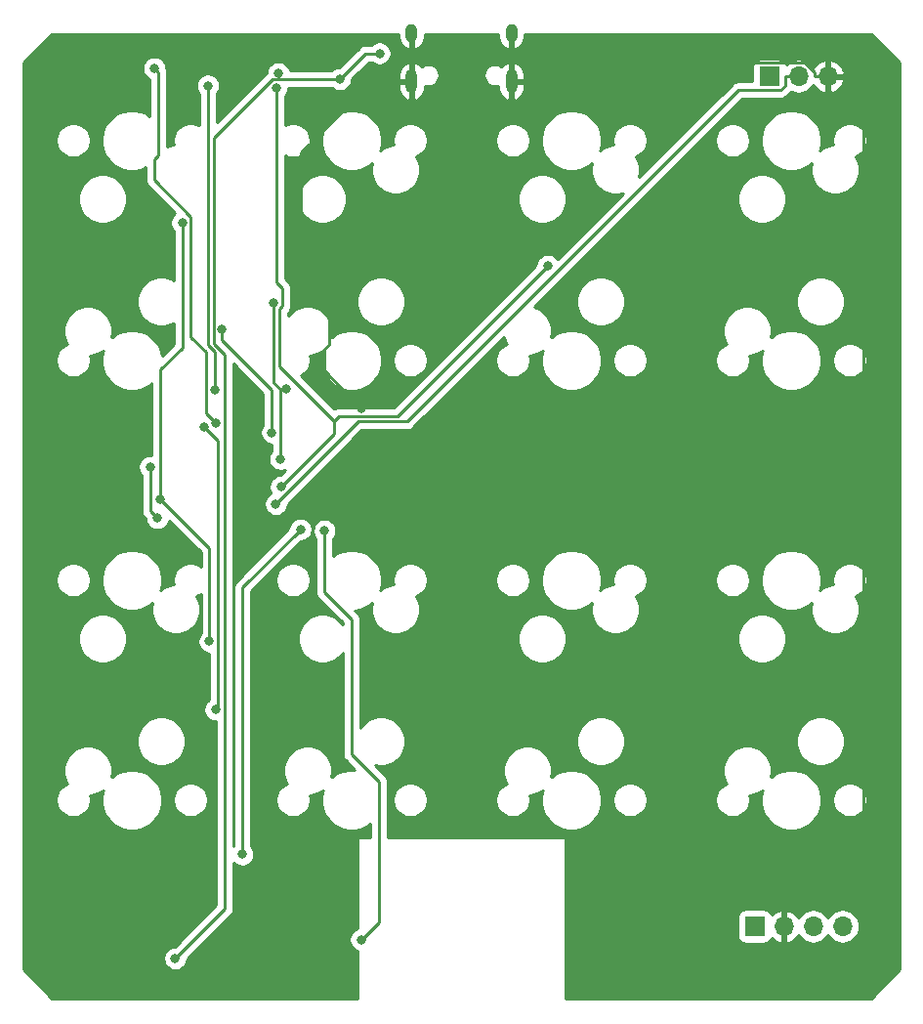
<source format=gbr>
G04 #@! TF.GenerationSoftware,KiCad,Pcbnew,(5.1.2)-2*
G04 #@! TF.CreationDate,2020-01-16T13:47:14+08:00*
G04 #@! TF.ProjectId,wingxx-receiver-v3,77696e67-7878-42d7-9265-636569766572,rev?*
G04 #@! TF.SameCoordinates,Original*
G04 #@! TF.FileFunction,Copper,L1,Top*
G04 #@! TF.FilePolarity,Positive*
%FSLAX46Y46*%
G04 Gerber Fmt 4.6, Leading zero omitted, Abs format (unit mm)*
G04 Created by KiCad (PCBNEW (5.1.2)-2) date 2020-01-16 13:47:14*
%MOMM*%
%LPD*%
G04 APERTURE LIST*
%ADD10O,1.000000X2.100000*%
%ADD11O,1.000000X1.600000*%
%ADD12O,1.700000X1.700000*%
%ADD13R,1.700000X1.700000*%
%ADD14C,0.800000*%
%ADD15C,0.250000*%
%ADD16C,0.254000*%
G04 APERTURE END LIST*
D10*
X109980000Y-63930000D03*
X118620000Y-63930000D03*
D11*
X109980000Y-59750000D03*
X118620000Y-59750000D03*
D12*
X146050000Y-63500000D03*
X143510000Y-63500000D03*
D13*
X140970000Y-63500000D03*
D12*
X147320000Y-137160000D03*
X144780000Y-137160000D03*
X142240000Y-137160000D03*
D13*
X139700000Y-137160000D03*
D14*
X121768100Y-79929200D03*
X98261000Y-64472100D03*
X98649000Y-99068600D03*
X99139000Y-90607800D03*
X98038200Y-83121100D03*
X98600500Y-96664200D03*
X92980200Y-118368200D03*
X91980500Y-93858500D03*
X92454800Y-112463900D03*
X90098000Y-76196800D03*
X88186000Y-100149800D03*
X105631300Y-92244300D03*
X100504000Y-78686800D03*
X102425600Y-102876100D03*
X105596100Y-138318200D03*
X95305000Y-130927500D03*
X100346400Y-102760600D03*
X98422500Y-63247300D03*
X107197600Y-61519700D03*
X103748000Y-63744900D03*
X89474500Y-139945000D03*
X98200400Y-100563100D03*
X87930500Y-101790000D03*
X87298900Y-97345400D03*
X93538300Y-85431400D03*
X97866900Y-94375300D03*
X87671600Y-62799400D03*
X93008100Y-93594300D03*
X92307200Y-64311400D03*
X92929300Y-90678600D03*
D15*
X103240000Y-93387800D02*
X103658200Y-92969600D01*
X103658200Y-92969600D02*
X108727700Y-92969600D01*
X108727700Y-92969600D02*
X121768100Y-79929200D01*
X103240000Y-93387800D02*
X98518700Y-88666500D01*
X98518700Y-88666500D02*
X98518700Y-83666400D01*
X98518700Y-83666400D02*
X98776300Y-83408800D01*
X98776300Y-83408800D02*
X98776300Y-81863400D01*
X98776300Y-81863400D02*
X98261000Y-81348100D01*
X98261000Y-81348100D02*
X98261000Y-64472100D01*
X98649000Y-99068600D02*
X103240000Y-94477600D01*
X103240000Y-94477600D02*
X103240000Y-93387800D01*
X98600500Y-90607800D02*
X99139000Y-90607800D01*
X98600500Y-96664200D02*
X98600500Y-90607800D01*
X98600500Y-90607800D02*
X98038200Y-90045500D01*
X98038200Y-90045500D02*
X98038200Y-83121100D01*
X92980200Y-118368200D02*
X93180100Y-118168300D01*
X93180100Y-118168300D02*
X93180100Y-95058100D01*
X93180100Y-95058100D02*
X91980500Y-93858500D01*
X88186000Y-100149800D02*
X88186000Y-88925300D01*
X88186000Y-88925300D02*
X90098000Y-87013300D01*
X90098000Y-87013300D02*
X90098000Y-76196800D01*
X88186000Y-100149800D02*
X92454800Y-104418600D01*
X92454800Y-104418600D02*
X92454800Y-112463900D01*
X100504000Y-78686800D02*
X102791000Y-80973800D01*
X102791000Y-80973800D02*
X102791000Y-86764200D01*
X102791000Y-86764200D02*
X102405300Y-87149900D01*
X102405300Y-87149900D02*
X102405300Y-89018300D01*
X102405300Y-89018300D02*
X105631300Y-92244300D01*
X109980000Y-63930000D02*
X106598400Y-63930000D01*
X106598400Y-63930000D02*
X100409600Y-70118800D01*
X100409600Y-70118800D02*
X100409600Y-78592400D01*
X100409600Y-78592400D02*
X100504000Y-78686800D01*
X109980000Y-63930000D02*
X109980000Y-60875300D01*
X109980000Y-59750000D02*
X109980000Y-60875300D01*
X118620000Y-62319400D02*
X118620000Y-63930000D01*
X118620000Y-59750000D02*
X118620000Y-62319400D01*
X118620000Y-62319400D02*
X144061400Y-62319400D01*
X144061400Y-62319400D02*
X144874700Y-63132700D01*
X144874700Y-63132700D02*
X144874700Y-63500000D01*
X146050000Y-63500000D02*
X144874700Y-63500000D01*
X146050000Y-63500000D02*
X146050000Y-64675300D01*
X142240000Y-137160000D02*
X142240000Y-135984700D01*
X142240000Y-135984700D02*
X149133300Y-129091400D01*
X149133300Y-129091400D02*
X149133300Y-67758600D01*
X149133300Y-67758600D02*
X146050000Y-64675300D01*
X102425600Y-102876100D02*
X102425600Y-108223000D01*
X102425600Y-108223000D02*
X104749600Y-110547000D01*
X104749600Y-110547000D02*
X104749600Y-122219500D01*
X104749600Y-122219500D02*
X107131800Y-124601700D01*
X107131800Y-124601700D02*
X107131800Y-136782500D01*
X107131800Y-136782500D02*
X105596100Y-138318200D01*
X95305000Y-130927500D02*
X95305000Y-107802000D01*
X95305000Y-107802000D02*
X100346400Y-102760600D01*
X103748000Y-63744900D02*
X105973200Y-61519700D01*
X105973200Y-61519700D02*
X107197600Y-61519700D01*
X89474500Y-139945000D02*
X93777500Y-135642000D01*
X93777500Y-135642000D02*
X93777500Y-87622100D01*
X93777500Y-87622100D02*
X92813000Y-86657600D01*
X92813000Y-86657600D02*
X92813000Y-68845100D01*
X92813000Y-68845100D02*
X97913200Y-63744900D01*
X97913200Y-63744900D02*
X98422500Y-63744900D01*
X103748000Y-63744900D02*
X98422500Y-63744900D01*
X98422500Y-63744900D02*
X98422500Y-63247300D01*
X98200400Y-100563100D02*
X105343600Y-93419900D01*
X105343600Y-93419900D02*
X109579800Y-93419900D01*
X109579800Y-93419900D02*
X138324400Y-64675300D01*
X138324400Y-64675300D02*
X141967500Y-64675300D01*
X141967500Y-64675300D02*
X142334700Y-64308100D01*
X142334700Y-64308100D02*
X142334700Y-63500000D01*
X143510000Y-63500000D02*
X142334700Y-63500000D01*
X87930500Y-101790000D02*
X87298900Y-101158400D01*
X87298900Y-101158400D02*
X87298900Y-97345400D01*
X97866900Y-94375300D02*
X97866900Y-90685800D01*
X97866900Y-90685800D02*
X93538300Y-86357200D01*
X93538300Y-86357200D02*
X93538300Y-85431400D01*
X93008100Y-93594300D02*
X92137600Y-92723800D01*
X92137600Y-92723800D02*
X92137600Y-87371900D01*
X92137600Y-87371900D02*
X90828700Y-86063000D01*
X90828700Y-86063000D02*
X90828700Y-75655200D01*
X90828700Y-75655200D02*
X87682800Y-72509300D01*
X87682800Y-72509300D02*
X87682800Y-70734900D01*
X87682800Y-70734900D02*
X88047400Y-70370300D01*
X88047400Y-70370300D02*
X88047400Y-63175200D01*
X88047400Y-63175200D02*
X87671600Y-62799400D01*
X92929300Y-90678600D02*
X92929300Y-87410800D01*
X92929300Y-87410800D02*
X92307300Y-86788800D01*
X92307300Y-86788800D02*
X92307300Y-64311400D01*
X92307300Y-64311400D02*
X92307200Y-64311400D01*
D16*
G36*
X108845000Y-60177000D02*
G01*
X108891585Y-60395987D01*
X108979997Y-60601678D01*
X109106839Y-60786169D01*
X109267236Y-60942369D01*
X109455024Y-61064276D01*
X109678126Y-61144119D01*
X109853000Y-61017954D01*
X109853000Y-59877000D01*
X109833000Y-59877000D01*
X109833000Y-59817000D01*
X110127000Y-59817000D01*
X110127000Y-59877000D01*
X110107000Y-59877000D01*
X110107000Y-61017954D01*
X110281874Y-61144119D01*
X110504976Y-61064276D01*
X110692764Y-60942369D01*
X110853161Y-60786169D01*
X110980003Y-60601678D01*
X111068415Y-60395987D01*
X111115000Y-60177000D01*
X111115000Y-59817000D01*
X117485000Y-59817000D01*
X117485000Y-60177000D01*
X117531585Y-60395987D01*
X117619997Y-60601678D01*
X117746839Y-60786169D01*
X117907236Y-60942369D01*
X118095024Y-61064276D01*
X118318126Y-61144119D01*
X118493000Y-61017954D01*
X118493000Y-59877000D01*
X118473000Y-59877000D01*
X118473000Y-59817000D01*
X118767000Y-59817000D01*
X118767000Y-59877000D01*
X118747000Y-59877000D01*
X118747000Y-61017954D01*
X118921874Y-61144119D01*
X119144976Y-61064276D01*
X119332764Y-60942369D01*
X119493161Y-60786169D01*
X119620003Y-60601678D01*
X119708415Y-60395987D01*
X119755000Y-60177000D01*
X119755000Y-59817000D01*
X149807394Y-59817000D01*
X152273000Y-62282606D01*
X152273000Y-140917394D01*
X149807394Y-143383000D01*
X123317000Y-143383000D01*
X123317000Y-136310000D01*
X138211928Y-136310000D01*
X138211928Y-138010000D01*
X138224188Y-138134482D01*
X138260498Y-138254180D01*
X138319463Y-138364494D01*
X138398815Y-138461185D01*
X138495506Y-138540537D01*
X138605820Y-138599502D01*
X138725518Y-138635812D01*
X138850000Y-138648072D01*
X140550000Y-138648072D01*
X140674482Y-138635812D01*
X140794180Y-138599502D01*
X140904494Y-138540537D01*
X141001185Y-138461185D01*
X141080537Y-138364494D01*
X141139502Y-138254180D01*
X141163966Y-138173534D01*
X141239731Y-138257588D01*
X141473080Y-138431641D01*
X141735901Y-138556825D01*
X141883110Y-138601476D01*
X142113000Y-138480155D01*
X142113000Y-137287000D01*
X142093000Y-137287000D01*
X142093000Y-137033000D01*
X142113000Y-137033000D01*
X142113000Y-135839845D01*
X142367000Y-135839845D01*
X142367000Y-137033000D01*
X142387000Y-137033000D01*
X142387000Y-137287000D01*
X142367000Y-137287000D01*
X142367000Y-138480155D01*
X142596890Y-138601476D01*
X142744099Y-138556825D01*
X143006920Y-138431641D01*
X143240269Y-138257588D01*
X143435178Y-138041355D01*
X143504799Y-137924477D01*
X143539294Y-137989014D01*
X143724866Y-138215134D01*
X143950986Y-138400706D01*
X144208966Y-138538599D01*
X144488889Y-138623513D01*
X144707050Y-138645000D01*
X144852950Y-138645000D01*
X145071111Y-138623513D01*
X145351034Y-138538599D01*
X145609014Y-138400706D01*
X145835134Y-138215134D01*
X146020706Y-137989014D01*
X146050000Y-137934209D01*
X146079294Y-137989014D01*
X146264866Y-138215134D01*
X146490986Y-138400706D01*
X146748966Y-138538599D01*
X147028889Y-138623513D01*
X147247050Y-138645000D01*
X147392950Y-138645000D01*
X147611111Y-138623513D01*
X147891034Y-138538599D01*
X148149014Y-138400706D01*
X148375134Y-138215134D01*
X148560706Y-137989014D01*
X148698599Y-137731034D01*
X148783513Y-137451111D01*
X148812185Y-137160000D01*
X148783513Y-136868889D01*
X148698599Y-136588966D01*
X148560706Y-136330986D01*
X148375134Y-136104866D01*
X148149014Y-135919294D01*
X147891034Y-135781401D01*
X147611111Y-135696487D01*
X147392950Y-135675000D01*
X147247050Y-135675000D01*
X147028889Y-135696487D01*
X146748966Y-135781401D01*
X146490986Y-135919294D01*
X146264866Y-136104866D01*
X146079294Y-136330986D01*
X146050000Y-136385791D01*
X146020706Y-136330986D01*
X145835134Y-136104866D01*
X145609014Y-135919294D01*
X145351034Y-135781401D01*
X145071111Y-135696487D01*
X144852950Y-135675000D01*
X144707050Y-135675000D01*
X144488889Y-135696487D01*
X144208966Y-135781401D01*
X143950986Y-135919294D01*
X143724866Y-136104866D01*
X143539294Y-136330986D01*
X143504799Y-136395523D01*
X143435178Y-136278645D01*
X143240269Y-136062412D01*
X143006920Y-135888359D01*
X142744099Y-135763175D01*
X142596890Y-135718524D01*
X142367000Y-135839845D01*
X142113000Y-135839845D01*
X141883110Y-135718524D01*
X141735901Y-135763175D01*
X141473080Y-135888359D01*
X141239731Y-136062412D01*
X141163966Y-136146466D01*
X141139502Y-136065820D01*
X141080537Y-135955506D01*
X141001185Y-135858815D01*
X140904494Y-135779463D01*
X140794180Y-135720498D01*
X140674482Y-135684188D01*
X140550000Y-135671928D01*
X138850000Y-135671928D01*
X138725518Y-135684188D01*
X138605820Y-135720498D01*
X138495506Y-135779463D01*
X138398815Y-135858815D01*
X138319463Y-135955506D01*
X138260498Y-136065820D01*
X138224188Y-136185518D01*
X138211928Y-136310000D01*
X123317000Y-136310000D01*
X123317000Y-129540000D01*
X123314560Y-129515224D01*
X123307333Y-129491399D01*
X123295597Y-129469443D01*
X123279803Y-129450197D01*
X123260557Y-129434403D01*
X123238601Y-129422667D01*
X123214776Y-129415440D01*
X123190000Y-129413000D01*
X107891800Y-129413000D01*
X107891800Y-126059652D01*
X108369100Y-126059652D01*
X108369100Y-126352348D01*
X108426202Y-126639421D01*
X108538212Y-126909838D01*
X108700826Y-127153206D01*
X108907794Y-127360174D01*
X109151162Y-127522788D01*
X109421579Y-127634798D01*
X109708652Y-127691900D01*
X110001348Y-127691900D01*
X110288421Y-127634798D01*
X110558838Y-127522788D01*
X110802206Y-127360174D01*
X111009174Y-127153206D01*
X111171788Y-126909838D01*
X111283798Y-126639421D01*
X111340900Y-126352348D01*
X111340900Y-126059652D01*
X117259100Y-126059652D01*
X117259100Y-126352348D01*
X117316202Y-126639421D01*
X117428212Y-126909838D01*
X117590826Y-127153206D01*
X117797794Y-127360174D01*
X118041162Y-127522788D01*
X118311579Y-127634798D01*
X118598652Y-127691900D01*
X118891348Y-127691900D01*
X119178421Y-127634798D01*
X119448838Y-127522788D01*
X119692206Y-127360174D01*
X119899174Y-127153206D01*
X120061788Y-126909838D01*
X120173798Y-126639421D01*
X120230900Y-126352348D01*
X120230900Y-126059652D01*
X120179451Y-125801000D01*
X120225279Y-125801000D01*
X120637756Y-125718953D01*
X121026302Y-125558012D01*
X121332708Y-125353279D01*
X121297127Y-125439178D01*
X121196100Y-125947076D01*
X121196100Y-126464924D01*
X121297127Y-126972822D01*
X121495299Y-127451251D01*
X121783000Y-127881826D01*
X122149174Y-128248000D01*
X122579749Y-128535701D01*
X123058178Y-128733873D01*
X123566076Y-128834900D01*
X124083924Y-128834900D01*
X124591822Y-128733873D01*
X125070251Y-128535701D01*
X125500826Y-128248000D01*
X125867000Y-127881826D01*
X126154701Y-127451251D01*
X126352873Y-126972822D01*
X126453900Y-126464924D01*
X126453900Y-126059652D01*
X127419100Y-126059652D01*
X127419100Y-126352348D01*
X127476202Y-126639421D01*
X127588212Y-126909838D01*
X127750826Y-127153206D01*
X127957794Y-127360174D01*
X128201162Y-127522788D01*
X128471579Y-127634798D01*
X128758652Y-127691900D01*
X129051348Y-127691900D01*
X129338421Y-127634798D01*
X129608838Y-127522788D01*
X129852206Y-127360174D01*
X130059174Y-127153206D01*
X130221788Y-126909838D01*
X130333798Y-126639421D01*
X130390900Y-126352348D01*
X130390900Y-126059652D01*
X136309100Y-126059652D01*
X136309100Y-126352348D01*
X136366202Y-126639421D01*
X136478212Y-126909838D01*
X136640826Y-127153206D01*
X136847794Y-127360174D01*
X137091162Y-127522788D01*
X137361579Y-127634798D01*
X137648652Y-127691900D01*
X137941348Y-127691900D01*
X138228421Y-127634798D01*
X138498838Y-127522788D01*
X138742206Y-127360174D01*
X138949174Y-127153206D01*
X139111788Y-126909838D01*
X139223798Y-126639421D01*
X139280900Y-126352348D01*
X139280900Y-126059652D01*
X139229451Y-125801000D01*
X139275279Y-125801000D01*
X139687756Y-125718953D01*
X140076302Y-125558012D01*
X140382708Y-125353279D01*
X140347127Y-125439178D01*
X140246100Y-125947076D01*
X140246100Y-126464924D01*
X140347127Y-126972822D01*
X140545299Y-127451251D01*
X140833000Y-127881826D01*
X141199174Y-128248000D01*
X141629749Y-128535701D01*
X142108178Y-128733873D01*
X142616076Y-128834900D01*
X143133924Y-128834900D01*
X143641822Y-128733873D01*
X144120251Y-128535701D01*
X144550826Y-128248000D01*
X144917000Y-127881826D01*
X145204701Y-127451251D01*
X145402873Y-126972822D01*
X145503900Y-126464924D01*
X145503900Y-126059652D01*
X146469100Y-126059652D01*
X146469100Y-126352348D01*
X146526202Y-126639421D01*
X146638212Y-126909838D01*
X146800826Y-127153206D01*
X147007794Y-127360174D01*
X147251162Y-127522788D01*
X147521579Y-127634798D01*
X147808652Y-127691900D01*
X148101348Y-127691900D01*
X148388421Y-127634798D01*
X148658838Y-127522788D01*
X148902206Y-127360174D01*
X149109174Y-127153206D01*
X149271788Y-126909838D01*
X149383798Y-126639421D01*
X149440900Y-126352348D01*
X149440900Y-126059652D01*
X149383798Y-125772579D01*
X149271788Y-125502162D01*
X149109174Y-125258794D01*
X148902206Y-125051826D01*
X148658838Y-124889212D01*
X148388421Y-124777202D01*
X148101348Y-124720100D01*
X147808652Y-124720100D01*
X147521579Y-124777202D01*
X147251162Y-124889212D01*
X147007794Y-125051826D01*
X146800826Y-125258794D01*
X146638212Y-125502162D01*
X146526202Y-125772579D01*
X146469100Y-126059652D01*
X145503900Y-126059652D01*
X145503900Y-125947076D01*
X145402873Y-125439178D01*
X145204701Y-124960749D01*
X144917000Y-124530174D01*
X144550826Y-124164000D01*
X144120251Y-123876299D01*
X143641822Y-123678127D01*
X143133924Y-123577100D01*
X142616076Y-123577100D01*
X142108178Y-123678127D01*
X141629749Y-123876299D01*
X141199174Y-124164000D01*
X141128763Y-124234411D01*
X141200000Y-123876279D01*
X141200000Y-123455721D01*
X141117953Y-123043244D01*
X140957012Y-122654698D01*
X140723363Y-122305017D01*
X140425983Y-122007637D01*
X140076302Y-121773988D01*
X139687756Y-121613047D01*
X139275279Y-121531000D01*
X138854721Y-121531000D01*
X138442244Y-121613047D01*
X138053698Y-121773988D01*
X137704017Y-122007637D01*
X137406637Y-122305017D01*
X137172988Y-122654698D01*
X137012047Y-123043244D01*
X136930000Y-123455721D01*
X136930000Y-123876279D01*
X137012047Y-124288756D01*
X137172988Y-124677302D01*
X137266150Y-124816730D01*
X137091162Y-124889212D01*
X136847794Y-125051826D01*
X136640826Y-125258794D01*
X136478212Y-125502162D01*
X136366202Y-125772579D01*
X136309100Y-126059652D01*
X130390900Y-126059652D01*
X130333798Y-125772579D01*
X130221788Y-125502162D01*
X130059174Y-125258794D01*
X129852206Y-125051826D01*
X129608838Y-124889212D01*
X129338421Y-124777202D01*
X129051348Y-124720100D01*
X128758652Y-124720100D01*
X128471579Y-124777202D01*
X128201162Y-124889212D01*
X127957794Y-125051826D01*
X127750826Y-125258794D01*
X127588212Y-125502162D01*
X127476202Y-125772579D01*
X127419100Y-126059652D01*
X126453900Y-126059652D01*
X126453900Y-125947076D01*
X126352873Y-125439178D01*
X126154701Y-124960749D01*
X125867000Y-124530174D01*
X125500826Y-124164000D01*
X125070251Y-123876299D01*
X124591822Y-123678127D01*
X124083924Y-123577100D01*
X123566076Y-123577100D01*
X123058178Y-123678127D01*
X122579749Y-123876299D01*
X122149174Y-124164000D01*
X122078763Y-124234411D01*
X122150000Y-123876279D01*
X122150000Y-123455721D01*
X122067953Y-123043244D01*
X121907012Y-122654698D01*
X121673363Y-122305017D01*
X121375983Y-122007637D01*
X121026302Y-121773988D01*
X120637756Y-121613047D01*
X120225279Y-121531000D01*
X119804721Y-121531000D01*
X119392244Y-121613047D01*
X119003698Y-121773988D01*
X118654017Y-122007637D01*
X118356637Y-122305017D01*
X118122988Y-122654698D01*
X117962047Y-123043244D01*
X117880000Y-123455721D01*
X117880000Y-123876279D01*
X117962047Y-124288756D01*
X118122988Y-124677302D01*
X118216150Y-124816730D01*
X118041162Y-124889212D01*
X117797794Y-125051826D01*
X117590826Y-125258794D01*
X117428212Y-125502162D01*
X117316202Y-125772579D01*
X117259100Y-126059652D01*
X111340900Y-126059652D01*
X111283798Y-125772579D01*
X111171788Y-125502162D01*
X111009174Y-125258794D01*
X110802206Y-125051826D01*
X110558838Y-124889212D01*
X110288421Y-124777202D01*
X110001348Y-124720100D01*
X109708652Y-124720100D01*
X109421579Y-124777202D01*
X109151162Y-124889212D01*
X108907794Y-125051826D01*
X108700826Y-125258794D01*
X108538212Y-125502162D01*
X108426202Y-125772579D01*
X108369100Y-126059652D01*
X107891800Y-126059652D01*
X107891800Y-124639033D01*
X107895477Y-124601700D01*
X107880803Y-124452714D01*
X107837346Y-124309453D01*
X107766774Y-124177424D01*
X107695599Y-124090697D01*
X107671801Y-124061699D01*
X107642804Y-124037902D01*
X106806602Y-123201700D01*
X107104721Y-123261000D01*
X107525279Y-123261000D01*
X107937756Y-123178953D01*
X108326302Y-123018012D01*
X108675983Y-122784363D01*
X108973363Y-122486983D01*
X109207012Y-122137302D01*
X109367953Y-121748756D01*
X109450000Y-121336279D01*
X109450000Y-120915721D01*
X124230000Y-120915721D01*
X124230000Y-121336279D01*
X124312047Y-121748756D01*
X124472988Y-122137302D01*
X124706637Y-122486983D01*
X125004017Y-122784363D01*
X125353698Y-123018012D01*
X125742244Y-123178953D01*
X126154721Y-123261000D01*
X126575279Y-123261000D01*
X126987756Y-123178953D01*
X127376302Y-123018012D01*
X127725983Y-122784363D01*
X128023363Y-122486983D01*
X128257012Y-122137302D01*
X128417953Y-121748756D01*
X128500000Y-121336279D01*
X128500000Y-120915721D01*
X143280000Y-120915721D01*
X143280000Y-121336279D01*
X143362047Y-121748756D01*
X143522988Y-122137302D01*
X143756637Y-122486983D01*
X144054017Y-122784363D01*
X144403698Y-123018012D01*
X144792244Y-123178953D01*
X145204721Y-123261000D01*
X145625279Y-123261000D01*
X146037756Y-123178953D01*
X146426302Y-123018012D01*
X146775983Y-122784363D01*
X147073363Y-122486983D01*
X147307012Y-122137302D01*
X147467953Y-121748756D01*
X147550000Y-121336279D01*
X147550000Y-120915721D01*
X147467953Y-120503244D01*
X147307012Y-120114698D01*
X147073363Y-119765017D01*
X146775983Y-119467637D01*
X146426302Y-119233988D01*
X146037756Y-119073047D01*
X145625279Y-118991000D01*
X145204721Y-118991000D01*
X144792244Y-119073047D01*
X144403698Y-119233988D01*
X144054017Y-119467637D01*
X143756637Y-119765017D01*
X143522988Y-120114698D01*
X143362047Y-120503244D01*
X143280000Y-120915721D01*
X128500000Y-120915721D01*
X128417953Y-120503244D01*
X128257012Y-120114698D01*
X128023363Y-119765017D01*
X127725983Y-119467637D01*
X127376302Y-119233988D01*
X126987756Y-119073047D01*
X126575279Y-118991000D01*
X126154721Y-118991000D01*
X125742244Y-119073047D01*
X125353698Y-119233988D01*
X125004017Y-119467637D01*
X124706637Y-119765017D01*
X124472988Y-120114698D01*
X124312047Y-120503244D01*
X124230000Y-120915721D01*
X109450000Y-120915721D01*
X109367953Y-120503244D01*
X109207012Y-120114698D01*
X108973363Y-119765017D01*
X108675983Y-119467637D01*
X108326302Y-119233988D01*
X107937756Y-119073047D01*
X107525279Y-118991000D01*
X107104721Y-118991000D01*
X106692244Y-119073047D01*
X106303698Y-119233988D01*
X105954017Y-119467637D01*
X105656637Y-119765017D01*
X105509600Y-119985074D01*
X105509600Y-112025721D01*
X119150000Y-112025721D01*
X119150000Y-112446279D01*
X119232047Y-112858756D01*
X119392988Y-113247302D01*
X119626637Y-113596983D01*
X119924017Y-113894363D01*
X120273698Y-114128012D01*
X120662244Y-114288953D01*
X121074721Y-114371000D01*
X121495279Y-114371000D01*
X121907756Y-114288953D01*
X122296302Y-114128012D01*
X122645983Y-113894363D01*
X122943363Y-113596983D01*
X123177012Y-113247302D01*
X123337953Y-112858756D01*
X123420000Y-112446279D01*
X123420000Y-112025721D01*
X138200000Y-112025721D01*
X138200000Y-112446279D01*
X138282047Y-112858756D01*
X138442988Y-113247302D01*
X138676637Y-113596983D01*
X138974017Y-113894363D01*
X139323698Y-114128012D01*
X139712244Y-114288953D01*
X140124721Y-114371000D01*
X140545279Y-114371000D01*
X140957756Y-114288953D01*
X141346302Y-114128012D01*
X141695983Y-113894363D01*
X141993363Y-113596983D01*
X142227012Y-113247302D01*
X142387953Y-112858756D01*
X142470000Y-112446279D01*
X142470000Y-112025721D01*
X142387953Y-111613244D01*
X142227012Y-111224698D01*
X141993363Y-110875017D01*
X141695983Y-110577637D01*
X141346302Y-110343988D01*
X140957756Y-110183047D01*
X140545279Y-110101000D01*
X140124721Y-110101000D01*
X139712244Y-110183047D01*
X139323698Y-110343988D01*
X138974017Y-110577637D01*
X138676637Y-110875017D01*
X138442988Y-111224698D01*
X138282047Y-111613244D01*
X138200000Y-112025721D01*
X123420000Y-112025721D01*
X123337953Y-111613244D01*
X123177012Y-111224698D01*
X122943363Y-110875017D01*
X122645983Y-110577637D01*
X122296302Y-110343988D01*
X121907756Y-110183047D01*
X121495279Y-110101000D01*
X121074721Y-110101000D01*
X120662244Y-110183047D01*
X120273698Y-110343988D01*
X119924017Y-110577637D01*
X119626637Y-110875017D01*
X119392988Y-111224698D01*
X119232047Y-111613244D01*
X119150000Y-112025721D01*
X105509600Y-112025721D01*
X105509600Y-110584322D01*
X105513276Y-110546999D01*
X105509600Y-110509676D01*
X105509600Y-110509667D01*
X105498603Y-110398014D01*
X105455146Y-110254753D01*
X105384574Y-110122724D01*
X105289601Y-110006999D01*
X105260604Y-109983202D01*
X105057594Y-109780192D01*
X105541822Y-109683873D01*
X106020251Y-109485701D01*
X106450826Y-109198000D01*
X106521237Y-109127589D01*
X106450000Y-109485721D01*
X106450000Y-109906279D01*
X106532047Y-110318756D01*
X106692988Y-110707302D01*
X106926637Y-111056983D01*
X107224017Y-111354363D01*
X107573698Y-111588012D01*
X107962244Y-111748953D01*
X108374721Y-111831000D01*
X108795279Y-111831000D01*
X109207756Y-111748953D01*
X109596302Y-111588012D01*
X109945983Y-111354363D01*
X110243363Y-111056983D01*
X110477012Y-110707302D01*
X110637953Y-110318756D01*
X110720000Y-109906279D01*
X110720000Y-109485721D01*
X110637953Y-109073244D01*
X110477012Y-108684698D01*
X110383850Y-108545270D01*
X110558838Y-108472788D01*
X110802206Y-108310174D01*
X111009174Y-108103206D01*
X111171788Y-107859838D01*
X111283798Y-107589421D01*
X111340900Y-107302348D01*
X111340900Y-107009652D01*
X117259100Y-107009652D01*
X117259100Y-107302348D01*
X117316202Y-107589421D01*
X117428212Y-107859838D01*
X117590826Y-108103206D01*
X117797794Y-108310174D01*
X118041162Y-108472788D01*
X118311579Y-108584798D01*
X118598652Y-108641900D01*
X118891348Y-108641900D01*
X119178421Y-108584798D01*
X119448838Y-108472788D01*
X119692206Y-108310174D01*
X119899174Y-108103206D01*
X120061788Y-107859838D01*
X120173798Y-107589421D01*
X120230900Y-107302348D01*
X120230900Y-107009652D01*
X120208508Y-106897076D01*
X121196100Y-106897076D01*
X121196100Y-107414924D01*
X121297127Y-107922822D01*
X121495299Y-108401251D01*
X121783000Y-108831826D01*
X122149174Y-109198000D01*
X122579749Y-109485701D01*
X123058178Y-109683873D01*
X123566076Y-109784900D01*
X124083924Y-109784900D01*
X124591822Y-109683873D01*
X125070251Y-109485701D01*
X125500826Y-109198000D01*
X125571237Y-109127589D01*
X125500000Y-109485721D01*
X125500000Y-109906279D01*
X125582047Y-110318756D01*
X125742988Y-110707302D01*
X125976637Y-111056983D01*
X126274017Y-111354363D01*
X126623698Y-111588012D01*
X127012244Y-111748953D01*
X127424721Y-111831000D01*
X127845279Y-111831000D01*
X128257756Y-111748953D01*
X128646302Y-111588012D01*
X128995983Y-111354363D01*
X129293363Y-111056983D01*
X129527012Y-110707302D01*
X129687953Y-110318756D01*
X129770000Y-109906279D01*
X129770000Y-109485721D01*
X129687953Y-109073244D01*
X129527012Y-108684698D01*
X129433850Y-108545270D01*
X129608838Y-108472788D01*
X129852206Y-108310174D01*
X130059174Y-108103206D01*
X130221788Y-107859838D01*
X130333798Y-107589421D01*
X130390900Y-107302348D01*
X130390900Y-107009652D01*
X136309100Y-107009652D01*
X136309100Y-107302348D01*
X136366202Y-107589421D01*
X136478212Y-107859838D01*
X136640826Y-108103206D01*
X136847794Y-108310174D01*
X137091162Y-108472788D01*
X137361579Y-108584798D01*
X137648652Y-108641900D01*
X137941348Y-108641900D01*
X138228421Y-108584798D01*
X138498838Y-108472788D01*
X138742206Y-108310174D01*
X138949174Y-108103206D01*
X139111788Y-107859838D01*
X139223798Y-107589421D01*
X139280900Y-107302348D01*
X139280900Y-107009652D01*
X139258508Y-106897076D01*
X140246100Y-106897076D01*
X140246100Y-107414924D01*
X140347127Y-107922822D01*
X140545299Y-108401251D01*
X140833000Y-108831826D01*
X141199174Y-109198000D01*
X141629749Y-109485701D01*
X142108178Y-109683873D01*
X142616076Y-109784900D01*
X143133924Y-109784900D01*
X143641822Y-109683873D01*
X144120251Y-109485701D01*
X144550826Y-109198000D01*
X144621237Y-109127589D01*
X144550000Y-109485721D01*
X144550000Y-109906279D01*
X144632047Y-110318756D01*
X144792988Y-110707302D01*
X145026637Y-111056983D01*
X145324017Y-111354363D01*
X145673698Y-111588012D01*
X146062244Y-111748953D01*
X146474721Y-111831000D01*
X146895279Y-111831000D01*
X147307756Y-111748953D01*
X147696302Y-111588012D01*
X148045983Y-111354363D01*
X148343363Y-111056983D01*
X148577012Y-110707302D01*
X148737953Y-110318756D01*
X148820000Y-109906279D01*
X148820000Y-109485721D01*
X148737953Y-109073244D01*
X148577012Y-108684698D01*
X148483850Y-108545270D01*
X148658838Y-108472788D01*
X148902206Y-108310174D01*
X149109174Y-108103206D01*
X149271788Y-107859838D01*
X149383798Y-107589421D01*
X149440900Y-107302348D01*
X149440900Y-107009652D01*
X149383798Y-106722579D01*
X149271788Y-106452162D01*
X149109174Y-106208794D01*
X148902206Y-106001826D01*
X148658838Y-105839212D01*
X148388421Y-105727202D01*
X148101348Y-105670100D01*
X147808652Y-105670100D01*
X147521579Y-105727202D01*
X147251162Y-105839212D01*
X147007794Y-106001826D01*
X146800826Y-106208794D01*
X146638212Y-106452162D01*
X146526202Y-106722579D01*
X146469100Y-107009652D01*
X146469100Y-107302348D01*
X146520549Y-107561000D01*
X146474721Y-107561000D01*
X146062244Y-107643047D01*
X145673698Y-107803988D01*
X145367292Y-108008721D01*
X145402873Y-107922822D01*
X145503900Y-107414924D01*
X145503900Y-106897076D01*
X145402873Y-106389178D01*
X145204701Y-105910749D01*
X144917000Y-105480174D01*
X144550826Y-105114000D01*
X144120251Y-104826299D01*
X143641822Y-104628127D01*
X143133924Y-104527100D01*
X142616076Y-104527100D01*
X142108178Y-104628127D01*
X141629749Y-104826299D01*
X141199174Y-105114000D01*
X140833000Y-105480174D01*
X140545299Y-105910749D01*
X140347127Y-106389178D01*
X140246100Y-106897076D01*
X139258508Y-106897076D01*
X139223798Y-106722579D01*
X139111788Y-106452162D01*
X138949174Y-106208794D01*
X138742206Y-106001826D01*
X138498838Y-105839212D01*
X138228421Y-105727202D01*
X137941348Y-105670100D01*
X137648652Y-105670100D01*
X137361579Y-105727202D01*
X137091162Y-105839212D01*
X136847794Y-106001826D01*
X136640826Y-106208794D01*
X136478212Y-106452162D01*
X136366202Y-106722579D01*
X136309100Y-107009652D01*
X130390900Y-107009652D01*
X130333798Y-106722579D01*
X130221788Y-106452162D01*
X130059174Y-106208794D01*
X129852206Y-106001826D01*
X129608838Y-105839212D01*
X129338421Y-105727202D01*
X129051348Y-105670100D01*
X128758652Y-105670100D01*
X128471579Y-105727202D01*
X128201162Y-105839212D01*
X127957794Y-106001826D01*
X127750826Y-106208794D01*
X127588212Y-106452162D01*
X127476202Y-106722579D01*
X127419100Y-107009652D01*
X127419100Y-107302348D01*
X127470549Y-107561000D01*
X127424721Y-107561000D01*
X127012244Y-107643047D01*
X126623698Y-107803988D01*
X126317292Y-108008721D01*
X126352873Y-107922822D01*
X126453900Y-107414924D01*
X126453900Y-106897076D01*
X126352873Y-106389178D01*
X126154701Y-105910749D01*
X125867000Y-105480174D01*
X125500826Y-105114000D01*
X125070251Y-104826299D01*
X124591822Y-104628127D01*
X124083924Y-104527100D01*
X123566076Y-104527100D01*
X123058178Y-104628127D01*
X122579749Y-104826299D01*
X122149174Y-105114000D01*
X121783000Y-105480174D01*
X121495299Y-105910749D01*
X121297127Y-106389178D01*
X121196100Y-106897076D01*
X120208508Y-106897076D01*
X120173798Y-106722579D01*
X120061788Y-106452162D01*
X119899174Y-106208794D01*
X119692206Y-106001826D01*
X119448838Y-105839212D01*
X119178421Y-105727202D01*
X118891348Y-105670100D01*
X118598652Y-105670100D01*
X118311579Y-105727202D01*
X118041162Y-105839212D01*
X117797794Y-106001826D01*
X117590826Y-106208794D01*
X117428212Y-106452162D01*
X117316202Y-106722579D01*
X117259100Y-107009652D01*
X111340900Y-107009652D01*
X111283798Y-106722579D01*
X111171788Y-106452162D01*
X111009174Y-106208794D01*
X110802206Y-106001826D01*
X110558838Y-105839212D01*
X110288421Y-105727202D01*
X110001348Y-105670100D01*
X109708652Y-105670100D01*
X109421579Y-105727202D01*
X109151162Y-105839212D01*
X108907794Y-106001826D01*
X108700826Y-106208794D01*
X108538212Y-106452162D01*
X108426202Y-106722579D01*
X108369100Y-107009652D01*
X108369100Y-107302348D01*
X108420549Y-107561000D01*
X108374721Y-107561000D01*
X107962244Y-107643047D01*
X107573698Y-107803988D01*
X107267292Y-108008721D01*
X107302873Y-107922822D01*
X107403900Y-107414924D01*
X107403900Y-106897076D01*
X107302873Y-106389178D01*
X107104701Y-105910749D01*
X106817000Y-105480174D01*
X106450826Y-105114000D01*
X106020251Y-104826299D01*
X105541822Y-104628127D01*
X105033924Y-104527100D01*
X104516076Y-104527100D01*
X104008178Y-104628127D01*
X103529749Y-104826299D01*
X103185600Y-105056252D01*
X103185600Y-103579811D01*
X103229537Y-103535874D01*
X103342805Y-103366356D01*
X103420826Y-103177998D01*
X103460600Y-102978039D01*
X103460600Y-102774161D01*
X103420826Y-102574202D01*
X103342805Y-102385844D01*
X103229537Y-102216326D01*
X103085374Y-102072163D01*
X102915856Y-101958895D01*
X102727498Y-101880874D01*
X102527539Y-101841100D01*
X102323661Y-101841100D01*
X102123702Y-101880874D01*
X101935344Y-101958895D01*
X101765826Y-102072163D01*
X101621663Y-102216326D01*
X101508395Y-102385844D01*
X101430374Y-102574202D01*
X101390600Y-102774161D01*
X101390600Y-102978039D01*
X101430374Y-103177998D01*
X101508395Y-103366356D01*
X101621663Y-103535874D01*
X101665600Y-103579811D01*
X101665601Y-108185668D01*
X101661924Y-108223000D01*
X101676598Y-108371985D01*
X101720054Y-108515246D01*
X101790626Y-108647276D01*
X101821338Y-108684698D01*
X101885600Y-108763001D01*
X101914598Y-108786799D01*
X103989600Y-110861802D01*
X103989600Y-111019046D01*
X103893363Y-110875017D01*
X103595983Y-110577637D01*
X103246302Y-110343988D01*
X102857756Y-110183047D01*
X102445279Y-110101000D01*
X102024721Y-110101000D01*
X101612244Y-110183047D01*
X101223698Y-110343988D01*
X100874017Y-110577637D01*
X100576637Y-110875017D01*
X100342988Y-111224698D01*
X100182047Y-111613244D01*
X100100000Y-112025721D01*
X100100000Y-112446279D01*
X100182047Y-112858756D01*
X100342988Y-113247302D01*
X100576637Y-113596983D01*
X100874017Y-113894363D01*
X101223698Y-114128012D01*
X101612244Y-114288953D01*
X102024721Y-114371000D01*
X102445279Y-114371000D01*
X102857756Y-114288953D01*
X103246302Y-114128012D01*
X103595983Y-113894363D01*
X103893363Y-113596983D01*
X103989600Y-113452954D01*
X103989601Y-122182168D01*
X103985924Y-122219500D01*
X104000598Y-122368485D01*
X104044054Y-122511746D01*
X104114626Y-122643776D01*
X104123590Y-122654698D01*
X104209600Y-122759501D01*
X104238598Y-122783299D01*
X105032399Y-123577100D01*
X104516076Y-123577100D01*
X104008178Y-123678127D01*
X103529749Y-123876299D01*
X103099174Y-124164000D01*
X103028763Y-124234411D01*
X103100000Y-123876279D01*
X103100000Y-123455721D01*
X103017953Y-123043244D01*
X102857012Y-122654698D01*
X102623363Y-122305017D01*
X102325983Y-122007637D01*
X101976302Y-121773988D01*
X101587756Y-121613047D01*
X101175279Y-121531000D01*
X100754721Y-121531000D01*
X100342244Y-121613047D01*
X99953698Y-121773988D01*
X99604017Y-122007637D01*
X99306637Y-122305017D01*
X99072988Y-122654698D01*
X98912047Y-123043244D01*
X98830000Y-123455721D01*
X98830000Y-123876279D01*
X98912047Y-124288756D01*
X99072988Y-124677302D01*
X99166150Y-124816730D01*
X98991162Y-124889212D01*
X98747794Y-125051826D01*
X98540826Y-125258794D01*
X98378212Y-125502162D01*
X98266202Y-125772579D01*
X98209100Y-126059652D01*
X98209100Y-126352348D01*
X98266202Y-126639421D01*
X98378212Y-126909838D01*
X98540826Y-127153206D01*
X98747794Y-127360174D01*
X98991162Y-127522788D01*
X99261579Y-127634798D01*
X99548652Y-127691900D01*
X99841348Y-127691900D01*
X100128421Y-127634798D01*
X100398838Y-127522788D01*
X100642206Y-127360174D01*
X100849174Y-127153206D01*
X101011788Y-126909838D01*
X101123798Y-126639421D01*
X101180900Y-126352348D01*
X101180900Y-126059652D01*
X101129451Y-125801000D01*
X101175279Y-125801000D01*
X101587756Y-125718953D01*
X101976302Y-125558012D01*
X102282708Y-125353279D01*
X102247127Y-125439178D01*
X102146100Y-125947076D01*
X102146100Y-126464924D01*
X102247127Y-126972822D01*
X102445299Y-127451251D01*
X102733000Y-127881826D01*
X103099174Y-128248000D01*
X103529749Y-128535701D01*
X104008178Y-128733873D01*
X104516076Y-128834900D01*
X105033924Y-128834900D01*
X105541822Y-128733873D01*
X106020251Y-128535701D01*
X106371800Y-128300803D01*
X106371800Y-129413000D01*
X105410000Y-129413000D01*
X105385224Y-129415440D01*
X105361399Y-129422667D01*
X105339443Y-129434403D01*
X105320197Y-129450197D01*
X105304403Y-129469443D01*
X105292667Y-129491399D01*
X105285440Y-129515224D01*
X105283000Y-129540000D01*
X105283000Y-137327614D01*
X105105844Y-137400995D01*
X104936326Y-137514263D01*
X104792163Y-137658426D01*
X104678895Y-137827944D01*
X104600874Y-138016302D01*
X104561100Y-138216261D01*
X104561100Y-138420139D01*
X104600874Y-138620098D01*
X104678895Y-138808456D01*
X104792163Y-138977974D01*
X104936326Y-139122137D01*
X105105844Y-139235405D01*
X105283000Y-139308786D01*
X105283000Y-143383000D01*
X78792606Y-143383000D01*
X76327000Y-140917394D01*
X76327000Y-126059652D01*
X79159100Y-126059652D01*
X79159100Y-126352348D01*
X79216202Y-126639421D01*
X79328212Y-126909838D01*
X79490826Y-127153206D01*
X79697794Y-127360174D01*
X79941162Y-127522788D01*
X80211579Y-127634798D01*
X80498652Y-127691900D01*
X80791348Y-127691900D01*
X81078421Y-127634798D01*
X81348838Y-127522788D01*
X81592206Y-127360174D01*
X81799174Y-127153206D01*
X81961788Y-126909838D01*
X82073798Y-126639421D01*
X82130900Y-126352348D01*
X82130900Y-126059652D01*
X82079451Y-125801000D01*
X82125279Y-125801000D01*
X82537756Y-125718953D01*
X82926302Y-125558012D01*
X83232708Y-125353279D01*
X83197127Y-125439178D01*
X83096100Y-125947076D01*
X83096100Y-126464924D01*
X83197127Y-126972822D01*
X83395299Y-127451251D01*
X83683000Y-127881826D01*
X84049174Y-128248000D01*
X84479749Y-128535701D01*
X84958178Y-128733873D01*
X85466076Y-128834900D01*
X85983924Y-128834900D01*
X86491822Y-128733873D01*
X86970251Y-128535701D01*
X87400826Y-128248000D01*
X87767000Y-127881826D01*
X88054701Y-127451251D01*
X88252873Y-126972822D01*
X88353900Y-126464924D01*
X88353900Y-126059652D01*
X89319100Y-126059652D01*
X89319100Y-126352348D01*
X89376202Y-126639421D01*
X89488212Y-126909838D01*
X89650826Y-127153206D01*
X89857794Y-127360174D01*
X90101162Y-127522788D01*
X90371579Y-127634798D01*
X90658652Y-127691900D01*
X90951348Y-127691900D01*
X91238421Y-127634798D01*
X91508838Y-127522788D01*
X91752206Y-127360174D01*
X91959174Y-127153206D01*
X92121788Y-126909838D01*
X92233798Y-126639421D01*
X92290900Y-126352348D01*
X92290900Y-126059652D01*
X92233798Y-125772579D01*
X92121788Y-125502162D01*
X91959174Y-125258794D01*
X91752206Y-125051826D01*
X91508838Y-124889212D01*
X91238421Y-124777202D01*
X90951348Y-124720100D01*
X90658652Y-124720100D01*
X90371579Y-124777202D01*
X90101162Y-124889212D01*
X89857794Y-125051826D01*
X89650826Y-125258794D01*
X89488212Y-125502162D01*
X89376202Y-125772579D01*
X89319100Y-126059652D01*
X88353900Y-126059652D01*
X88353900Y-125947076D01*
X88252873Y-125439178D01*
X88054701Y-124960749D01*
X87767000Y-124530174D01*
X87400826Y-124164000D01*
X86970251Y-123876299D01*
X86491822Y-123678127D01*
X85983924Y-123577100D01*
X85466076Y-123577100D01*
X84958178Y-123678127D01*
X84479749Y-123876299D01*
X84049174Y-124164000D01*
X83978763Y-124234411D01*
X84050000Y-123876279D01*
X84050000Y-123455721D01*
X83967953Y-123043244D01*
X83807012Y-122654698D01*
X83573363Y-122305017D01*
X83275983Y-122007637D01*
X82926302Y-121773988D01*
X82537756Y-121613047D01*
X82125279Y-121531000D01*
X81704721Y-121531000D01*
X81292244Y-121613047D01*
X80903698Y-121773988D01*
X80554017Y-122007637D01*
X80256637Y-122305017D01*
X80022988Y-122654698D01*
X79862047Y-123043244D01*
X79780000Y-123455721D01*
X79780000Y-123876279D01*
X79862047Y-124288756D01*
X80022988Y-124677302D01*
X80116150Y-124816730D01*
X79941162Y-124889212D01*
X79697794Y-125051826D01*
X79490826Y-125258794D01*
X79328212Y-125502162D01*
X79216202Y-125772579D01*
X79159100Y-126059652D01*
X76327000Y-126059652D01*
X76327000Y-120915721D01*
X86130000Y-120915721D01*
X86130000Y-121336279D01*
X86212047Y-121748756D01*
X86372988Y-122137302D01*
X86606637Y-122486983D01*
X86904017Y-122784363D01*
X87253698Y-123018012D01*
X87642244Y-123178953D01*
X88054721Y-123261000D01*
X88475279Y-123261000D01*
X88887756Y-123178953D01*
X89276302Y-123018012D01*
X89625983Y-122784363D01*
X89923363Y-122486983D01*
X90157012Y-122137302D01*
X90317953Y-121748756D01*
X90400000Y-121336279D01*
X90400000Y-120915721D01*
X90317953Y-120503244D01*
X90157012Y-120114698D01*
X89923363Y-119765017D01*
X89625983Y-119467637D01*
X89276302Y-119233988D01*
X88887756Y-119073047D01*
X88475279Y-118991000D01*
X88054721Y-118991000D01*
X87642244Y-119073047D01*
X87253698Y-119233988D01*
X86904017Y-119467637D01*
X86606637Y-119765017D01*
X86372988Y-120114698D01*
X86212047Y-120503244D01*
X86130000Y-120915721D01*
X76327000Y-120915721D01*
X76327000Y-112025721D01*
X81050000Y-112025721D01*
X81050000Y-112446279D01*
X81132047Y-112858756D01*
X81292988Y-113247302D01*
X81526637Y-113596983D01*
X81824017Y-113894363D01*
X82173698Y-114128012D01*
X82562244Y-114288953D01*
X82974721Y-114371000D01*
X83395279Y-114371000D01*
X83807756Y-114288953D01*
X84196302Y-114128012D01*
X84545983Y-113894363D01*
X84843363Y-113596983D01*
X85077012Y-113247302D01*
X85237953Y-112858756D01*
X85320000Y-112446279D01*
X85320000Y-112025721D01*
X85237953Y-111613244D01*
X85077012Y-111224698D01*
X84843363Y-110875017D01*
X84545983Y-110577637D01*
X84196302Y-110343988D01*
X83807756Y-110183047D01*
X83395279Y-110101000D01*
X82974721Y-110101000D01*
X82562244Y-110183047D01*
X82173698Y-110343988D01*
X81824017Y-110577637D01*
X81526637Y-110875017D01*
X81292988Y-111224698D01*
X81132047Y-111613244D01*
X81050000Y-112025721D01*
X76327000Y-112025721D01*
X76327000Y-107009652D01*
X79159100Y-107009652D01*
X79159100Y-107302348D01*
X79216202Y-107589421D01*
X79328212Y-107859838D01*
X79490826Y-108103206D01*
X79697794Y-108310174D01*
X79941162Y-108472788D01*
X80211579Y-108584798D01*
X80498652Y-108641900D01*
X80791348Y-108641900D01*
X81078421Y-108584798D01*
X81348838Y-108472788D01*
X81592206Y-108310174D01*
X81799174Y-108103206D01*
X81961788Y-107859838D01*
X82073798Y-107589421D01*
X82130900Y-107302348D01*
X82130900Y-107009652D01*
X82073798Y-106722579D01*
X81961788Y-106452162D01*
X81799174Y-106208794D01*
X81592206Y-106001826D01*
X81348838Y-105839212D01*
X81078421Y-105727202D01*
X80791348Y-105670100D01*
X80498652Y-105670100D01*
X80211579Y-105727202D01*
X79941162Y-105839212D01*
X79697794Y-106001826D01*
X79490826Y-106208794D01*
X79328212Y-106452162D01*
X79216202Y-106722579D01*
X79159100Y-107009652D01*
X76327000Y-107009652D01*
X76327000Y-87959852D01*
X79159100Y-87959852D01*
X79159100Y-88252548D01*
X79216202Y-88539621D01*
X79328212Y-88810038D01*
X79490826Y-89053406D01*
X79697794Y-89260374D01*
X79941162Y-89422988D01*
X80211579Y-89534998D01*
X80498652Y-89592100D01*
X80791348Y-89592100D01*
X81078421Y-89534998D01*
X81348838Y-89422988D01*
X81592206Y-89260374D01*
X81799174Y-89053406D01*
X81961788Y-88810038D01*
X82073798Y-88539621D01*
X82130900Y-88252548D01*
X82130900Y-87959852D01*
X82079451Y-87701200D01*
X82125279Y-87701200D01*
X82537756Y-87619153D01*
X82926302Y-87458212D01*
X83232708Y-87253479D01*
X83197127Y-87339378D01*
X83096100Y-87847276D01*
X83096100Y-88365124D01*
X83197127Y-88873022D01*
X83395299Y-89351451D01*
X83683000Y-89782026D01*
X84049174Y-90148200D01*
X84479749Y-90435901D01*
X84958178Y-90634073D01*
X85466076Y-90735100D01*
X85983924Y-90735100D01*
X86491822Y-90634073D01*
X86970251Y-90435901D01*
X87400826Y-90148200D01*
X87426001Y-90123025D01*
X87426000Y-96315405D01*
X87400839Y-96310400D01*
X87196961Y-96310400D01*
X86997002Y-96350174D01*
X86808644Y-96428195D01*
X86639126Y-96541463D01*
X86494963Y-96685626D01*
X86381695Y-96855144D01*
X86303674Y-97043502D01*
X86263900Y-97243461D01*
X86263900Y-97447339D01*
X86303674Y-97647298D01*
X86381695Y-97835656D01*
X86494963Y-98005174D01*
X86538901Y-98049112D01*
X86538900Y-101121077D01*
X86535224Y-101158400D01*
X86538900Y-101195722D01*
X86538900Y-101195732D01*
X86549897Y-101307385D01*
X86593354Y-101450646D01*
X86663926Y-101582676D01*
X86703771Y-101631226D01*
X86758899Y-101698401D01*
X86787902Y-101722203D01*
X86895500Y-101829801D01*
X86895500Y-101891939D01*
X86935274Y-102091898D01*
X87013295Y-102280256D01*
X87126563Y-102449774D01*
X87270726Y-102593937D01*
X87440244Y-102707205D01*
X87628602Y-102785226D01*
X87828561Y-102825000D01*
X88032439Y-102825000D01*
X88232398Y-102785226D01*
X88420756Y-102707205D01*
X88590274Y-102593937D01*
X88734437Y-102449774D01*
X88847705Y-102280256D01*
X88925726Y-102091898D01*
X88946891Y-101985493D01*
X91694800Y-104733402D01*
X91694800Y-105963469D01*
X91508838Y-105839212D01*
X91238421Y-105727202D01*
X90951348Y-105670100D01*
X90658652Y-105670100D01*
X90371579Y-105727202D01*
X90101162Y-105839212D01*
X89857794Y-106001826D01*
X89650826Y-106208794D01*
X89488212Y-106452162D01*
X89376202Y-106722579D01*
X89319100Y-107009652D01*
X89319100Y-107302348D01*
X89370549Y-107561000D01*
X89324721Y-107561000D01*
X88912244Y-107643047D01*
X88523698Y-107803988D01*
X88217292Y-108008721D01*
X88252873Y-107922822D01*
X88353900Y-107414924D01*
X88353900Y-106897076D01*
X88252873Y-106389178D01*
X88054701Y-105910749D01*
X87767000Y-105480174D01*
X87400826Y-105114000D01*
X86970251Y-104826299D01*
X86491822Y-104628127D01*
X85983924Y-104527100D01*
X85466076Y-104527100D01*
X84958178Y-104628127D01*
X84479749Y-104826299D01*
X84049174Y-105114000D01*
X83683000Y-105480174D01*
X83395299Y-105910749D01*
X83197127Y-106389178D01*
X83096100Y-106897076D01*
X83096100Y-107414924D01*
X83197127Y-107922822D01*
X83395299Y-108401251D01*
X83683000Y-108831826D01*
X84049174Y-109198000D01*
X84479749Y-109485701D01*
X84958178Y-109683873D01*
X85466076Y-109784900D01*
X85983924Y-109784900D01*
X86491822Y-109683873D01*
X86970251Y-109485701D01*
X87400826Y-109198000D01*
X87471237Y-109127589D01*
X87400000Y-109485721D01*
X87400000Y-109906279D01*
X87482047Y-110318756D01*
X87642988Y-110707302D01*
X87876637Y-111056983D01*
X88174017Y-111354363D01*
X88523698Y-111588012D01*
X88912244Y-111748953D01*
X89324721Y-111831000D01*
X89745279Y-111831000D01*
X90157756Y-111748953D01*
X90546302Y-111588012D01*
X90895983Y-111354363D01*
X91193363Y-111056983D01*
X91427012Y-110707302D01*
X91587953Y-110318756D01*
X91670000Y-109906279D01*
X91670000Y-109485721D01*
X91587953Y-109073244D01*
X91427012Y-108684698D01*
X91333850Y-108545270D01*
X91508838Y-108472788D01*
X91694800Y-108348531D01*
X91694801Y-111760188D01*
X91650863Y-111804126D01*
X91537595Y-111973644D01*
X91459574Y-112162002D01*
X91419800Y-112361961D01*
X91419800Y-112565839D01*
X91459574Y-112765798D01*
X91537595Y-112954156D01*
X91650863Y-113123674D01*
X91795026Y-113267837D01*
X91964544Y-113381105D01*
X92152902Y-113459126D01*
X92352861Y-113498900D01*
X92420100Y-113498900D01*
X92420100Y-117497663D01*
X92320426Y-117564263D01*
X92176263Y-117708426D01*
X92062995Y-117877944D01*
X91984974Y-118066302D01*
X91945200Y-118266261D01*
X91945200Y-118470139D01*
X91984974Y-118670098D01*
X92062995Y-118858456D01*
X92176263Y-119027974D01*
X92320426Y-119172137D01*
X92489944Y-119285405D01*
X92678302Y-119363426D01*
X92878261Y-119403200D01*
X93017500Y-119403200D01*
X93017500Y-135327198D01*
X89434699Y-138910000D01*
X89372561Y-138910000D01*
X89172602Y-138949774D01*
X88984244Y-139027795D01*
X88814726Y-139141063D01*
X88670563Y-139285226D01*
X88557295Y-139454744D01*
X88479274Y-139643102D01*
X88439500Y-139843061D01*
X88439500Y-140046939D01*
X88479274Y-140246898D01*
X88557295Y-140435256D01*
X88670563Y-140604774D01*
X88814726Y-140748937D01*
X88984244Y-140862205D01*
X89172602Y-140940226D01*
X89372561Y-140980000D01*
X89576439Y-140980000D01*
X89776398Y-140940226D01*
X89964756Y-140862205D01*
X90134274Y-140748937D01*
X90278437Y-140604774D01*
X90391705Y-140435256D01*
X90469726Y-140246898D01*
X90509500Y-140046939D01*
X90509500Y-139984801D01*
X94288504Y-136205798D01*
X94317501Y-136182001D01*
X94380804Y-136104866D01*
X94412474Y-136066277D01*
X94483046Y-135934247D01*
X94487582Y-135919294D01*
X94526503Y-135790986D01*
X94537500Y-135679333D01*
X94537500Y-135679323D01*
X94541176Y-135642000D01*
X94537500Y-135604677D01*
X94537500Y-131623711D01*
X94645226Y-131731437D01*
X94814744Y-131844705D01*
X95003102Y-131922726D01*
X95203061Y-131962500D01*
X95406939Y-131962500D01*
X95606898Y-131922726D01*
X95795256Y-131844705D01*
X95964774Y-131731437D01*
X96108937Y-131587274D01*
X96222205Y-131417756D01*
X96300226Y-131229398D01*
X96340000Y-131029439D01*
X96340000Y-130825561D01*
X96300226Y-130625602D01*
X96222205Y-130437244D01*
X96108937Y-130267726D01*
X96065000Y-130223789D01*
X96065000Y-108116801D01*
X97172149Y-107009652D01*
X98209100Y-107009652D01*
X98209100Y-107302348D01*
X98266202Y-107589421D01*
X98378212Y-107859838D01*
X98540826Y-108103206D01*
X98747794Y-108310174D01*
X98991162Y-108472788D01*
X99261579Y-108584798D01*
X99548652Y-108641900D01*
X99841348Y-108641900D01*
X100128421Y-108584798D01*
X100398838Y-108472788D01*
X100642206Y-108310174D01*
X100849174Y-108103206D01*
X101011788Y-107859838D01*
X101123798Y-107589421D01*
X101180900Y-107302348D01*
X101180900Y-107009652D01*
X101123798Y-106722579D01*
X101011788Y-106452162D01*
X100849174Y-106208794D01*
X100642206Y-106001826D01*
X100398838Y-105839212D01*
X100128421Y-105727202D01*
X99841348Y-105670100D01*
X99548652Y-105670100D01*
X99261579Y-105727202D01*
X98991162Y-105839212D01*
X98747794Y-106001826D01*
X98540826Y-106208794D01*
X98378212Y-106452162D01*
X98266202Y-106722579D01*
X98209100Y-107009652D01*
X97172149Y-107009652D01*
X100386202Y-103795600D01*
X100448339Y-103795600D01*
X100648298Y-103755826D01*
X100836656Y-103677805D01*
X101006174Y-103564537D01*
X101150337Y-103420374D01*
X101263605Y-103250856D01*
X101341626Y-103062498D01*
X101381400Y-102862539D01*
X101381400Y-102658661D01*
X101341626Y-102458702D01*
X101263605Y-102270344D01*
X101150337Y-102100826D01*
X101006174Y-101956663D01*
X100836656Y-101843395D01*
X100648298Y-101765374D01*
X100448339Y-101725600D01*
X100244461Y-101725600D01*
X100044502Y-101765374D01*
X99856144Y-101843395D01*
X99686626Y-101956663D01*
X99542463Y-102100826D01*
X99429195Y-102270344D01*
X99351174Y-102458702D01*
X99311400Y-102658661D01*
X99311400Y-102720798D01*
X94793998Y-107238201D01*
X94765000Y-107261999D01*
X94741202Y-107290997D01*
X94741201Y-107290998D01*
X94670026Y-107377724D01*
X94599454Y-107509754D01*
X94575288Y-107589421D01*
X94559022Y-107643047D01*
X94555998Y-107653015D01*
X94541324Y-107802000D01*
X94545001Y-107839333D01*
X94545000Y-130223789D01*
X94537500Y-130231289D01*
X94537500Y-88431201D01*
X97106901Y-91000603D01*
X97106900Y-93671589D01*
X97062963Y-93715526D01*
X96949695Y-93885044D01*
X96871674Y-94073402D01*
X96831900Y-94273361D01*
X96831900Y-94477239D01*
X96871674Y-94677198D01*
X96949695Y-94865556D01*
X97062963Y-95035074D01*
X97207126Y-95179237D01*
X97376644Y-95292505D01*
X97565002Y-95370526D01*
X97764961Y-95410300D01*
X97840500Y-95410300D01*
X97840500Y-95960489D01*
X97796563Y-96004426D01*
X97683295Y-96173944D01*
X97605274Y-96362302D01*
X97565500Y-96562261D01*
X97565500Y-96766139D01*
X97605274Y-96966098D01*
X97683295Y-97154456D01*
X97796563Y-97323974D01*
X97940726Y-97468137D01*
X98110244Y-97581405D01*
X98298602Y-97659426D01*
X98498561Y-97699200D01*
X98702439Y-97699200D01*
X98902398Y-97659426D01*
X99040631Y-97602168D01*
X98609199Y-98033600D01*
X98547061Y-98033600D01*
X98347102Y-98073374D01*
X98158744Y-98151395D01*
X97989226Y-98264663D01*
X97845063Y-98408826D01*
X97731795Y-98578344D01*
X97653774Y-98766702D01*
X97614000Y-98966661D01*
X97614000Y-99170539D01*
X97653774Y-99370498D01*
X97731795Y-99558856D01*
X97772652Y-99620003D01*
X97710144Y-99645895D01*
X97540626Y-99759163D01*
X97396463Y-99903326D01*
X97283195Y-100072844D01*
X97205174Y-100261202D01*
X97165400Y-100461161D01*
X97165400Y-100665039D01*
X97205174Y-100864998D01*
X97283195Y-101053356D01*
X97396463Y-101222874D01*
X97540626Y-101367037D01*
X97710144Y-101480305D01*
X97898502Y-101558326D01*
X98098461Y-101598100D01*
X98302339Y-101598100D01*
X98502298Y-101558326D01*
X98690656Y-101480305D01*
X98860174Y-101367037D01*
X99004337Y-101222874D01*
X99117605Y-101053356D01*
X99195626Y-100864998D01*
X99235400Y-100665039D01*
X99235400Y-100602901D01*
X105658402Y-94179900D01*
X109542478Y-94179900D01*
X109579800Y-94183576D01*
X109617122Y-94179900D01*
X109617133Y-94179900D01*
X109728786Y-94168903D01*
X109872047Y-94125446D01*
X110004076Y-94054874D01*
X110119801Y-93959901D01*
X110143604Y-93930897D01*
X117949355Y-86125147D01*
X117962047Y-86188956D01*
X118122988Y-86577502D01*
X118216150Y-86716930D01*
X118041162Y-86789412D01*
X117797794Y-86952026D01*
X117590826Y-87158994D01*
X117428212Y-87402362D01*
X117316202Y-87672779D01*
X117259100Y-87959852D01*
X117259100Y-88252548D01*
X117316202Y-88539621D01*
X117428212Y-88810038D01*
X117590826Y-89053406D01*
X117797794Y-89260374D01*
X118041162Y-89422988D01*
X118311579Y-89534998D01*
X118598652Y-89592100D01*
X118891348Y-89592100D01*
X119178421Y-89534998D01*
X119448838Y-89422988D01*
X119692206Y-89260374D01*
X119899174Y-89053406D01*
X120061788Y-88810038D01*
X120173798Y-88539621D01*
X120230900Y-88252548D01*
X120230900Y-87959852D01*
X120179451Y-87701200D01*
X120225279Y-87701200D01*
X120637756Y-87619153D01*
X121026302Y-87458212D01*
X121332708Y-87253479D01*
X121297127Y-87339378D01*
X121196100Y-87847276D01*
X121196100Y-88365124D01*
X121297127Y-88873022D01*
X121495299Y-89351451D01*
X121783000Y-89782026D01*
X122149174Y-90148200D01*
X122579749Y-90435901D01*
X123058178Y-90634073D01*
X123566076Y-90735100D01*
X124083924Y-90735100D01*
X124591822Y-90634073D01*
X125070251Y-90435901D01*
X125500826Y-90148200D01*
X125867000Y-89782026D01*
X126154701Y-89351451D01*
X126352873Y-88873022D01*
X126453900Y-88365124D01*
X126453900Y-87959852D01*
X127419100Y-87959852D01*
X127419100Y-88252548D01*
X127476202Y-88539621D01*
X127588212Y-88810038D01*
X127750826Y-89053406D01*
X127957794Y-89260374D01*
X128201162Y-89422988D01*
X128471579Y-89534998D01*
X128758652Y-89592100D01*
X129051348Y-89592100D01*
X129338421Y-89534998D01*
X129608838Y-89422988D01*
X129852206Y-89260374D01*
X130059174Y-89053406D01*
X130221788Y-88810038D01*
X130333798Y-88539621D01*
X130390900Y-88252548D01*
X130390900Y-87959852D01*
X136309100Y-87959852D01*
X136309100Y-88252548D01*
X136366202Y-88539621D01*
X136478212Y-88810038D01*
X136640826Y-89053406D01*
X136847794Y-89260374D01*
X137091162Y-89422988D01*
X137361579Y-89534998D01*
X137648652Y-89592100D01*
X137941348Y-89592100D01*
X138228421Y-89534998D01*
X138498838Y-89422988D01*
X138742206Y-89260374D01*
X138949174Y-89053406D01*
X139111788Y-88810038D01*
X139223798Y-88539621D01*
X139280900Y-88252548D01*
X139280900Y-87959852D01*
X139229451Y-87701200D01*
X139275279Y-87701200D01*
X139687756Y-87619153D01*
X140076302Y-87458212D01*
X140382708Y-87253479D01*
X140347127Y-87339378D01*
X140246100Y-87847276D01*
X140246100Y-88365124D01*
X140347127Y-88873022D01*
X140545299Y-89351451D01*
X140833000Y-89782026D01*
X141199174Y-90148200D01*
X141629749Y-90435901D01*
X142108178Y-90634073D01*
X142616076Y-90735100D01*
X143133924Y-90735100D01*
X143641822Y-90634073D01*
X144120251Y-90435901D01*
X144550826Y-90148200D01*
X144917000Y-89782026D01*
X145204701Y-89351451D01*
X145402873Y-88873022D01*
X145503900Y-88365124D01*
X145503900Y-87959852D01*
X146469100Y-87959852D01*
X146469100Y-88252548D01*
X146526202Y-88539621D01*
X146638212Y-88810038D01*
X146800826Y-89053406D01*
X147007794Y-89260374D01*
X147251162Y-89422988D01*
X147521579Y-89534998D01*
X147808652Y-89592100D01*
X148101348Y-89592100D01*
X148388421Y-89534998D01*
X148658838Y-89422988D01*
X148902206Y-89260374D01*
X149109174Y-89053406D01*
X149271788Y-88810038D01*
X149383798Y-88539621D01*
X149440900Y-88252548D01*
X149440900Y-87959852D01*
X149383798Y-87672779D01*
X149271788Y-87402362D01*
X149109174Y-87158994D01*
X148902206Y-86952026D01*
X148658838Y-86789412D01*
X148388421Y-86677402D01*
X148101348Y-86620300D01*
X147808652Y-86620300D01*
X147521579Y-86677402D01*
X147251162Y-86789412D01*
X147007794Y-86952026D01*
X146800826Y-87158994D01*
X146638212Y-87402362D01*
X146526202Y-87672779D01*
X146469100Y-87959852D01*
X145503900Y-87959852D01*
X145503900Y-87847276D01*
X145402873Y-87339378D01*
X145204701Y-86860949D01*
X144917000Y-86430374D01*
X144550826Y-86064200D01*
X144120251Y-85776499D01*
X143641822Y-85578327D01*
X143133924Y-85477300D01*
X142616076Y-85477300D01*
X142108178Y-85578327D01*
X141629749Y-85776499D01*
X141199174Y-86064200D01*
X141128763Y-86134611D01*
X141200000Y-85776479D01*
X141200000Y-85355921D01*
X141117953Y-84943444D01*
X140957012Y-84554898D01*
X140723363Y-84205217D01*
X140425983Y-83907837D01*
X140076302Y-83674188D01*
X139687756Y-83513247D01*
X139275279Y-83431200D01*
X138854721Y-83431200D01*
X138442244Y-83513247D01*
X138053698Y-83674188D01*
X137704017Y-83907837D01*
X137406637Y-84205217D01*
X137172988Y-84554898D01*
X137012047Y-84943444D01*
X136930000Y-85355921D01*
X136930000Y-85776479D01*
X137012047Y-86188956D01*
X137172988Y-86577502D01*
X137266150Y-86716930D01*
X137091162Y-86789412D01*
X136847794Y-86952026D01*
X136640826Y-87158994D01*
X136478212Y-87402362D01*
X136366202Y-87672779D01*
X136309100Y-87959852D01*
X130390900Y-87959852D01*
X130333798Y-87672779D01*
X130221788Y-87402362D01*
X130059174Y-87158994D01*
X129852206Y-86952026D01*
X129608838Y-86789412D01*
X129338421Y-86677402D01*
X129051348Y-86620300D01*
X128758652Y-86620300D01*
X128471579Y-86677402D01*
X128201162Y-86789412D01*
X127957794Y-86952026D01*
X127750826Y-87158994D01*
X127588212Y-87402362D01*
X127476202Y-87672779D01*
X127419100Y-87959852D01*
X126453900Y-87959852D01*
X126453900Y-87847276D01*
X126352873Y-87339378D01*
X126154701Y-86860949D01*
X125867000Y-86430374D01*
X125500826Y-86064200D01*
X125070251Y-85776499D01*
X124591822Y-85578327D01*
X124083924Y-85477300D01*
X123566076Y-85477300D01*
X123058178Y-85578327D01*
X122579749Y-85776499D01*
X122149174Y-86064200D01*
X122078763Y-86134611D01*
X122150000Y-85776479D01*
X122150000Y-85355921D01*
X122067953Y-84943444D01*
X121907012Y-84554898D01*
X121673363Y-84205217D01*
X121375983Y-83907837D01*
X121026302Y-83674188D01*
X120637756Y-83513247D01*
X120573947Y-83500555D01*
X121258581Y-82815921D01*
X124230000Y-82815921D01*
X124230000Y-83236479D01*
X124312047Y-83648956D01*
X124472988Y-84037502D01*
X124706637Y-84387183D01*
X125004017Y-84684563D01*
X125353698Y-84918212D01*
X125742244Y-85079153D01*
X126154721Y-85161200D01*
X126575279Y-85161200D01*
X126987756Y-85079153D01*
X127376302Y-84918212D01*
X127725983Y-84684563D01*
X128023363Y-84387183D01*
X128257012Y-84037502D01*
X128417953Y-83648956D01*
X128500000Y-83236479D01*
X128500000Y-82815921D01*
X143280000Y-82815921D01*
X143280000Y-83236479D01*
X143362047Y-83648956D01*
X143522988Y-84037502D01*
X143756637Y-84387183D01*
X144054017Y-84684563D01*
X144403698Y-84918212D01*
X144792244Y-85079153D01*
X145204721Y-85161200D01*
X145625279Y-85161200D01*
X146037756Y-85079153D01*
X146426302Y-84918212D01*
X146775983Y-84684563D01*
X147073363Y-84387183D01*
X147307012Y-84037502D01*
X147467953Y-83648956D01*
X147550000Y-83236479D01*
X147550000Y-82815921D01*
X147467953Y-82403444D01*
X147307012Y-82014898D01*
X147073363Y-81665217D01*
X146775983Y-81367837D01*
X146426302Y-81134188D01*
X146037756Y-80973247D01*
X145625279Y-80891200D01*
X145204721Y-80891200D01*
X144792244Y-80973247D01*
X144403698Y-81134188D01*
X144054017Y-81367837D01*
X143756637Y-81665217D01*
X143522988Y-82014898D01*
X143362047Y-82403444D01*
X143280000Y-82815921D01*
X128500000Y-82815921D01*
X128417953Y-82403444D01*
X128257012Y-82014898D01*
X128023363Y-81665217D01*
X127725983Y-81367837D01*
X127376302Y-81134188D01*
X126987756Y-80973247D01*
X126575279Y-80891200D01*
X126154721Y-80891200D01*
X125742244Y-80973247D01*
X125353698Y-81134188D01*
X125004017Y-81367837D01*
X124706637Y-81665217D01*
X124472988Y-82014898D01*
X124312047Y-82403444D01*
X124230000Y-82815921D01*
X121258581Y-82815921D01*
X130148581Y-73925921D01*
X138200000Y-73925921D01*
X138200000Y-74346479D01*
X138282047Y-74758956D01*
X138442988Y-75147502D01*
X138676637Y-75497183D01*
X138974017Y-75794563D01*
X139323698Y-76028212D01*
X139712244Y-76189153D01*
X140124721Y-76271200D01*
X140545279Y-76271200D01*
X140957756Y-76189153D01*
X141346302Y-76028212D01*
X141695983Y-75794563D01*
X141993363Y-75497183D01*
X142227012Y-75147502D01*
X142387953Y-74758956D01*
X142470000Y-74346479D01*
X142470000Y-73925921D01*
X142387953Y-73513444D01*
X142227012Y-73124898D01*
X141993363Y-72775217D01*
X141695983Y-72477837D01*
X141346302Y-72244188D01*
X140957756Y-72083247D01*
X140545279Y-72001200D01*
X140124721Y-72001200D01*
X139712244Y-72083247D01*
X139323698Y-72244188D01*
X138974017Y-72477837D01*
X138676637Y-72775217D01*
X138442988Y-73124898D01*
X138282047Y-73513444D01*
X138200000Y-73925921D01*
X130148581Y-73925921D01*
X135164650Y-68909852D01*
X136309100Y-68909852D01*
X136309100Y-69202548D01*
X136366202Y-69489621D01*
X136478212Y-69760038D01*
X136640826Y-70003406D01*
X136847794Y-70210374D01*
X137091162Y-70372988D01*
X137361579Y-70484998D01*
X137648652Y-70542100D01*
X137941348Y-70542100D01*
X138228421Y-70484998D01*
X138498838Y-70372988D01*
X138742206Y-70210374D01*
X138949174Y-70003406D01*
X139111788Y-69760038D01*
X139223798Y-69489621D01*
X139280900Y-69202548D01*
X139280900Y-68909852D01*
X139258508Y-68797276D01*
X140246100Y-68797276D01*
X140246100Y-69315124D01*
X140347127Y-69823022D01*
X140545299Y-70301451D01*
X140833000Y-70732026D01*
X141199174Y-71098200D01*
X141629749Y-71385901D01*
X142108178Y-71584073D01*
X142616076Y-71685100D01*
X143133924Y-71685100D01*
X143641822Y-71584073D01*
X144120251Y-71385901D01*
X144550826Y-71098200D01*
X144621237Y-71027789D01*
X144550000Y-71385921D01*
X144550000Y-71806479D01*
X144632047Y-72218956D01*
X144792988Y-72607502D01*
X145026637Y-72957183D01*
X145324017Y-73254563D01*
X145673698Y-73488212D01*
X146062244Y-73649153D01*
X146474721Y-73731200D01*
X146895279Y-73731200D01*
X147307756Y-73649153D01*
X147696302Y-73488212D01*
X148045983Y-73254563D01*
X148343363Y-72957183D01*
X148577012Y-72607502D01*
X148737953Y-72218956D01*
X148820000Y-71806479D01*
X148820000Y-71385921D01*
X148737953Y-70973444D01*
X148577012Y-70584898D01*
X148483850Y-70445470D01*
X148658838Y-70372988D01*
X148902206Y-70210374D01*
X149109174Y-70003406D01*
X149271788Y-69760038D01*
X149383798Y-69489621D01*
X149440900Y-69202548D01*
X149440900Y-68909852D01*
X149383798Y-68622779D01*
X149271788Y-68352362D01*
X149109174Y-68108994D01*
X148902206Y-67902026D01*
X148658838Y-67739412D01*
X148388421Y-67627402D01*
X148101348Y-67570300D01*
X147808652Y-67570300D01*
X147521579Y-67627402D01*
X147251162Y-67739412D01*
X147007794Y-67902026D01*
X146800826Y-68108994D01*
X146638212Y-68352362D01*
X146526202Y-68622779D01*
X146469100Y-68909852D01*
X146469100Y-69202548D01*
X146520549Y-69461200D01*
X146474721Y-69461200D01*
X146062244Y-69543247D01*
X145673698Y-69704188D01*
X145367292Y-69908921D01*
X145402873Y-69823022D01*
X145503900Y-69315124D01*
X145503900Y-68797276D01*
X145402873Y-68289378D01*
X145204701Y-67810949D01*
X144917000Y-67380374D01*
X144550826Y-67014200D01*
X144120251Y-66726499D01*
X143641822Y-66528327D01*
X143133924Y-66427300D01*
X142616076Y-66427300D01*
X142108178Y-66528327D01*
X141629749Y-66726499D01*
X141199174Y-67014200D01*
X140833000Y-67380374D01*
X140545299Y-67810949D01*
X140347127Y-68289378D01*
X140246100Y-68797276D01*
X139258508Y-68797276D01*
X139223798Y-68622779D01*
X139111788Y-68352362D01*
X138949174Y-68108994D01*
X138742206Y-67902026D01*
X138498838Y-67739412D01*
X138228421Y-67627402D01*
X137941348Y-67570300D01*
X137648652Y-67570300D01*
X137361579Y-67627402D01*
X137091162Y-67739412D01*
X136847794Y-67902026D01*
X136640826Y-68108994D01*
X136478212Y-68352362D01*
X136366202Y-68622779D01*
X136309100Y-68909852D01*
X135164650Y-68909852D01*
X138639202Y-65435300D01*
X141930178Y-65435300D01*
X141967500Y-65438976D01*
X142004822Y-65435300D01*
X142004833Y-65435300D01*
X142116486Y-65424303D01*
X142259747Y-65380846D01*
X142391776Y-65310274D01*
X142507501Y-65215301D01*
X142531304Y-65186297D01*
X142845698Y-64871903D01*
X142874701Y-64848101D01*
X142876899Y-64845423D01*
X142938966Y-64878599D01*
X143218889Y-64963513D01*
X143437050Y-64985000D01*
X143582950Y-64985000D01*
X143801111Y-64963513D01*
X144081034Y-64878599D01*
X144339014Y-64740706D01*
X144565134Y-64555134D01*
X144750706Y-64329014D01*
X144785201Y-64264477D01*
X144854822Y-64381355D01*
X145049731Y-64597588D01*
X145283080Y-64771641D01*
X145545901Y-64896825D01*
X145693110Y-64941476D01*
X145923000Y-64820155D01*
X145923000Y-63627000D01*
X146177000Y-63627000D01*
X146177000Y-64820155D01*
X146406890Y-64941476D01*
X146554099Y-64896825D01*
X146816920Y-64771641D01*
X147050269Y-64597588D01*
X147245178Y-64381355D01*
X147394157Y-64131252D01*
X147491481Y-63856891D01*
X147370814Y-63627000D01*
X146177000Y-63627000D01*
X145923000Y-63627000D01*
X145903000Y-63627000D01*
X145903000Y-63373000D01*
X145923000Y-63373000D01*
X145923000Y-62179845D01*
X146177000Y-62179845D01*
X146177000Y-63373000D01*
X147370814Y-63373000D01*
X147491481Y-63143109D01*
X147394157Y-62868748D01*
X147245178Y-62618645D01*
X147050269Y-62402412D01*
X146816920Y-62228359D01*
X146554099Y-62103175D01*
X146406890Y-62058524D01*
X146177000Y-62179845D01*
X145923000Y-62179845D01*
X145693110Y-62058524D01*
X145545901Y-62103175D01*
X145283080Y-62228359D01*
X145049731Y-62402412D01*
X144854822Y-62618645D01*
X144785201Y-62735523D01*
X144750706Y-62670986D01*
X144565134Y-62444866D01*
X144339014Y-62259294D01*
X144081034Y-62121401D01*
X143801111Y-62036487D01*
X143582950Y-62015000D01*
X143437050Y-62015000D01*
X143218889Y-62036487D01*
X142938966Y-62121401D01*
X142680986Y-62259294D01*
X142454866Y-62444866D01*
X142430393Y-62474687D01*
X142409502Y-62405820D01*
X142350537Y-62295506D01*
X142271185Y-62198815D01*
X142174494Y-62119463D01*
X142064180Y-62060498D01*
X141944482Y-62024188D01*
X141820000Y-62011928D01*
X140120000Y-62011928D01*
X139995518Y-62024188D01*
X139875820Y-62060498D01*
X139765506Y-62119463D01*
X139668815Y-62198815D01*
X139589463Y-62295506D01*
X139530498Y-62405820D01*
X139494188Y-62525518D01*
X139481928Y-62650000D01*
X139481928Y-63915300D01*
X138361722Y-63915300D01*
X138324399Y-63911624D01*
X138287076Y-63915300D01*
X138287067Y-63915300D01*
X138175414Y-63926297D01*
X138032153Y-63969754D01*
X137900124Y-64040326D01*
X137784399Y-64135299D01*
X137760601Y-64164297D01*
X129675233Y-72249666D01*
X129687953Y-72218956D01*
X129770000Y-71806479D01*
X129770000Y-71385921D01*
X129687953Y-70973444D01*
X129527012Y-70584898D01*
X129433850Y-70445470D01*
X129608838Y-70372988D01*
X129852206Y-70210374D01*
X130059174Y-70003406D01*
X130221788Y-69760038D01*
X130333798Y-69489621D01*
X130390900Y-69202548D01*
X130390900Y-68909852D01*
X130333798Y-68622779D01*
X130221788Y-68352362D01*
X130059174Y-68108994D01*
X129852206Y-67902026D01*
X129608838Y-67739412D01*
X129338421Y-67627402D01*
X129051348Y-67570300D01*
X128758652Y-67570300D01*
X128471579Y-67627402D01*
X128201162Y-67739412D01*
X127957794Y-67902026D01*
X127750826Y-68108994D01*
X127588212Y-68352362D01*
X127476202Y-68622779D01*
X127419100Y-68909852D01*
X127419100Y-69202548D01*
X127470549Y-69461200D01*
X127424721Y-69461200D01*
X127012244Y-69543247D01*
X126623698Y-69704188D01*
X126317292Y-69908921D01*
X126352873Y-69823022D01*
X126453900Y-69315124D01*
X126453900Y-68797276D01*
X126352873Y-68289378D01*
X126154701Y-67810949D01*
X125867000Y-67380374D01*
X125500826Y-67014200D01*
X125070251Y-66726499D01*
X124591822Y-66528327D01*
X124083924Y-66427300D01*
X123566076Y-66427300D01*
X123058178Y-66528327D01*
X122579749Y-66726499D01*
X122149174Y-67014200D01*
X121783000Y-67380374D01*
X121495299Y-67810949D01*
X121297127Y-68289378D01*
X121196100Y-68797276D01*
X121196100Y-69315124D01*
X121297127Y-69823022D01*
X121495299Y-70301451D01*
X121783000Y-70732026D01*
X122149174Y-71098200D01*
X122579749Y-71385901D01*
X123058178Y-71584073D01*
X123566076Y-71685100D01*
X124083924Y-71685100D01*
X124591822Y-71584073D01*
X125070251Y-71385901D01*
X125500826Y-71098200D01*
X125571237Y-71027789D01*
X125500000Y-71385921D01*
X125500000Y-71806479D01*
X125582047Y-72218956D01*
X125742988Y-72607502D01*
X125976637Y-72957183D01*
X126274017Y-73254563D01*
X126623698Y-73488212D01*
X127012244Y-73649153D01*
X127424721Y-73731200D01*
X127845279Y-73731200D01*
X128257756Y-73649153D01*
X128288466Y-73636433D01*
X122605457Y-79319442D01*
X122572037Y-79269426D01*
X122427874Y-79125263D01*
X122258356Y-79011995D01*
X122069998Y-78933974D01*
X121870039Y-78894200D01*
X121666161Y-78894200D01*
X121466202Y-78933974D01*
X121277844Y-79011995D01*
X121108326Y-79125263D01*
X120964163Y-79269426D01*
X120850895Y-79438944D01*
X120772874Y-79627302D01*
X120733100Y-79827261D01*
X120733100Y-79889398D01*
X108412899Y-92209600D01*
X103695522Y-92209600D01*
X103658199Y-92205924D01*
X103620876Y-92209600D01*
X103620867Y-92209600D01*
X103509214Y-92220597D01*
X103365953Y-92264054D01*
X103251978Y-92324976D01*
X100364297Y-89437295D01*
X100398838Y-89422988D01*
X100642206Y-89260374D01*
X100849174Y-89053406D01*
X101011788Y-88810038D01*
X101123798Y-88539621D01*
X101180900Y-88252548D01*
X101180900Y-87959852D01*
X101129451Y-87701200D01*
X101175279Y-87701200D01*
X101587756Y-87619153D01*
X101976302Y-87458212D01*
X102282708Y-87253479D01*
X102247127Y-87339378D01*
X102146100Y-87847276D01*
X102146100Y-88365124D01*
X102247127Y-88873022D01*
X102445299Y-89351451D01*
X102733000Y-89782026D01*
X103099174Y-90148200D01*
X103529749Y-90435901D01*
X104008178Y-90634073D01*
X104516076Y-90735100D01*
X105033924Y-90735100D01*
X105541822Y-90634073D01*
X106020251Y-90435901D01*
X106450826Y-90148200D01*
X106817000Y-89782026D01*
X107104701Y-89351451D01*
X107302873Y-88873022D01*
X107403900Y-88365124D01*
X107403900Y-87959852D01*
X108369100Y-87959852D01*
X108369100Y-88252548D01*
X108426202Y-88539621D01*
X108538212Y-88810038D01*
X108700826Y-89053406D01*
X108907794Y-89260374D01*
X109151162Y-89422988D01*
X109421579Y-89534998D01*
X109708652Y-89592100D01*
X110001348Y-89592100D01*
X110288421Y-89534998D01*
X110558838Y-89422988D01*
X110802206Y-89260374D01*
X111009174Y-89053406D01*
X111171788Y-88810038D01*
X111283798Y-88539621D01*
X111340900Y-88252548D01*
X111340900Y-87959852D01*
X111283798Y-87672779D01*
X111171788Y-87402362D01*
X111009174Y-87158994D01*
X110802206Y-86952026D01*
X110558838Y-86789412D01*
X110288421Y-86677402D01*
X110001348Y-86620300D01*
X109708652Y-86620300D01*
X109421579Y-86677402D01*
X109151162Y-86789412D01*
X108907794Y-86952026D01*
X108700826Y-87158994D01*
X108538212Y-87402362D01*
X108426202Y-87672779D01*
X108369100Y-87959852D01*
X107403900Y-87959852D01*
X107403900Y-87847276D01*
X107302873Y-87339378D01*
X107104701Y-86860949D01*
X106817000Y-86430374D01*
X106450826Y-86064200D01*
X106020251Y-85776499D01*
X105541822Y-85578327D01*
X105033924Y-85477300D01*
X104516076Y-85477300D01*
X104008178Y-85578327D01*
X103529749Y-85776499D01*
X103099174Y-86064200D01*
X103028763Y-86134611D01*
X103100000Y-85776479D01*
X103100000Y-85355921D01*
X103017953Y-84943444D01*
X102857012Y-84554898D01*
X102623363Y-84205217D01*
X102325983Y-83907837D01*
X101976302Y-83674188D01*
X101587756Y-83513247D01*
X101175279Y-83431200D01*
X100754721Y-83431200D01*
X100342244Y-83513247D01*
X99953698Y-83674188D01*
X99604017Y-83907837D01*
X99306637Y-84205217D01*
X99278700Y-84247028D01*
X99278700Y-83981202D01*
X99287303Y-83972599D01*
X99316301Y-83948801D01*
X99411274Y-83833076D01*
X99481846Y-83701047D01*
X99525303Y-83557786D01*
X99536300Y-83446133D01*
X99536300Y-83446124D01*
X99539976Y-83408801D01*
X99536300Y-83371478D01*
X99536300Y-82815921D01*
X105180000Y-82815921D01*
X105180000Y-83236479D01*
X105262047Y-83648956D01*
X105422988Y-84037502D01*
X105656637Y-84387183D01*
X105954017Y-84684563D01*
X106303698Y-84918212D01*
X106692244Y-85079153D01*
X107104721Y-85161200D01*
X107525279Y-85161200D01*
X107937756Y-85079153D01*
X108326302Y-84918212D01*
X108675983Y-84684563D01*
X108973363Y-84387183D01*
X109207012Y-84037502D01*
X109367953Y-83648956D01*
X109450000Y-83236479D01*
X109450000Y-82815921D01*
X109367953Y-82403444D01*
X109207012Y-82014898D01*
X108973363Y-81665217D01*
X108675983Y-81367837D01*
X108326302Y-81134188D01*
X107937756Y-80973247D01*
X107525279Y-80891200D01*
X107104721Y-80891200D01*
X106692244Y-80973247D01*
X106303698Y-81134188D01*
X105954017Y-81367837D01*
X105656637Y-81665217D01*
X105422988Y-82014898D01*
X105262047Y-82403444D01*
X105180000Y-82815921D01*
X99536300Y-82815921D01*
X99536300Y-81900722D01*
X99539976Y-81863399D01*
X99536300Y-81826076D01*
X99536300Y-81826067D01*
X99525303Y-81714414D01*
X99481846Y-81571153D01*
X99411274Y-81439124D01*
X99316301Y-81323399D01*
X99287302Y-81299600D01*
X99021000Y-81033299D01*
X99021000Y-73925921D01*
X100100000Y-73925921D01*
X100100000Y-74346479D01*
X100182047Y-74758956D01*
X100342988Y-75147502D01*
X100576637Y-75497183D01*
X100874017Y-75794563D01*
X101223698Y-76028212D01*
X101612244Y-76189153D01*
X102024721Y-76271200D01*
X102445279Y-76271200D01*
X102857756Y-76189153D01*
X103246302Y-76028212D01*
X103595983Y-75794563D01*
X103893363Y-75497183D01*
X104127012Y-75147502D01*
X104287953Y-74758956D01*
X104370000Y-74346479D01*
X104370000Y-73925921D01*
X119150000Y-73925921D01*
X119150000Y-74346479D01*
X119232047Y-74758956D01*
X119392988Y-75147502D01*
X119626637Y-75497183D01*
X119924017Y-75794563D01*
X120273698Y-76028212D01*
X120662244Y-76189153D01*
X121074721Y-76271200D01*
X121495279Y-76271200D01*
X121907756Y-76189153D01*
X122296302Y-76028212D01*
X122645983Y-75794563D01*
X122943363Y-75497183D01*
X123177012Y-75147502D01*
X123337953Y-74758956D01*
X123420000Y-74346479D01*
X123420000Y-73925921D01*
X123337953Y-73513444D01*
X123177012Y-73124898D01*
X122943363Y-72775217D01*
X122645983Y-72477837D01*
X122296302Y-72244188D01*
X121907756Y-72083247D01*
X121495279Y-72001200D01*
X121074721Y-72001200D01*
X120662244Y-72083247D01*
X120273698Y-72244188D01*
X119924017Y-72477837D01*
X119626637Y-72775217D01*
X119392988Y-73124898D01*
X119232047Y-73513444D01*
X119150000Y-73925921D01*
X104370000Y-73925921D01*
X104287953Y-73513444D01*
X104127012Y-73124898D01*
X103893363Y-72775217D01*
X103595983Y-72477837D01*
X103246302Y-72244188D01*
X102857756Y-72083247D01*
X102445279Y-72001200D01*
X102024721Y-72001200D01*
X101612244Y-72083247D01*
X101223698Y-72244188D01*
X100874017Y-72477837D01*
X100576637Y-72775217D01*
X100342988Y-73124898D01*
X100182047Y-73513444D01*
X100100000Y-73925921D01*
X99021000Y-73925921D01*
X99021000Y-70385347D01*
X99261579Y-70484998D01*
X99548652Y-70542100D01*
X99841348Y-70542100D01*
X100128421Y-70484998D01*
X100398838Y-70372988D01*
X100642206Y-70210374D01*
X100849174Y-70003406D01*
X101011788Y-69760038D01*
X101123798Y-69489621D01*
X101180900Y-69202548D01*
X101180900Y-68909852D01*
X101158508Y-68797276D01*
X102146100Y-68797276D01*
X102146100Y-69315124D01*
X102247127Y-69823022D01*
X102445299Y-70301451D01*
X102733000Y-70732026D01*
X103099174Y-71098200D01*
X103529749Y-71385901D01*
X104008178Y-71584073D01*
X104516076Y-71685100D01*
X105033924Y-71685100D01*
X105541822Y-71584073D01*
X106020251Y-71385901D01*
X106450826Y-71098200D01*
X106521237Y-71027789D01*
X106450000Y-71385921D01*
X106450000Y-71806479D01*
X106532047Y-72218956D01*
X106692988Y-72607502D01*
X106926637Y-72957183D01*
X107224017Y-73254563D01*
X107573698Y-73488212D01*
X107962244Y-73649153D01*
X108374721Y-73731200D01*
X108795279Y-73731200D01*
X109207756Y-73649153D01*
X109596302Y-73488212D01*
X109945983Y-73254563D01*
X110243363Y-72957183D01*
X110477012Y-72607502D01*
X110637953Y-72218956D01*
X110720000Y-71806479D01*
X110720000Y-71385921D01*
X110637953Y-70973444D01*
X110477012Y-70584898D01*
X110383850Y-70445470D01*
X110558838Y-70372988D01*
X110802206Y-70210374D01*
X111009174Y-70003406D01*
X111171788Y-69760038D01*
X111283798Y-69489621D01*
X111340900Y-69202548D01*
X111340900Y-68909852D01*
X117259100Y-68909852D01*
X117259100Y-69202548D01*
X117316202Y-69489621D01*
X117428212Y-69760038D01*
X117590826Y-70003406D01*
X117797794Y-70210374D01*
X118041162Y-70372988D01*
X118311579Y-70484998D01*
X118598652Y-70542100D01*
X118891348Y-70542100D01*
X119178421Y-70484998D01*
X119448838Y-70372988D01*
X119692206Y-70210374D01*
X119899174Y-70003406D01*
X120061788Y-69760038D01*
X120173798Y-69489621D01*
X120230900Y-69202548D01*
X120230900Y-68909852D01*
X120173798Y-68622779D01*
X120061788Y-68352362D01*
X119899174Y-68108994D01*
X119692206Y-67902026D01*
X119448838Y-67739412D01*
X119178421Y-67627402D01*
X118891348Y-67570300D01*
X118598652Y-67570300D01*
X118311579Y-67627402D01*
X118041162Y-67739412D01*
X117797794Y-67902026D01*
X117590826Y-68108994D01*
X117428212Y-68352362D01*
X117316202Y-68622779D01*
X117259100Y-68909852D01*
X111340900Y-68909852D01*
X111283798Y-68622779D01*
X111171788Y-68352362D01*
X111009174Y-68108994D01*
X110802206Y-67902026D01*
X110558838Y-67739412D01*
X110288421Y-67627402D01*
X110001348Y-67570300D01*
X109708652Y-67570300D01*
X109421579Y-67627402D01*
X109151162Y-67739412D01*
X108907794Y-67902026D01*
X108700826Y-68108994D01*
X108538212Y-68352362D01*
X108426202Y-68622779D01*
X108369100Y-68909852D01*
X108369100Y-69202548D01*
X108420549Y-69461200D01*
X108374721Y-69461200D01*
X107962244Y-69543247D01*
X107573698Y-69704188D01*
X107267292Y-69908921D01*
X107302873Y-69823022D01*
X107403900Y-69315124D01*
X107403900Y-68797276D01*
X107302873Y-68289378D01*
X107104701Y-67810949D01*
X106817000Y-67380374D01*
X106450826Y-67014200D01*
X106020251Y-66726499D01*
X105541822Y-66528327D01*
X105033924Y-66427300D01*
X104516076Y-66427300D01*
X104008178Y-66528327D01*
X103529749Y-66726499D01*
X103099174Y-67014200D01*
X102733000Y-67380374D01*
X102445299Y-67810949D01*
X102247127Y-68289378D01*
X102146100Y-68797276D01*
X101158508Y-68797276D01*
X101123798Y-68622779D01*
X101011788Y-68352362D01*
X100849174Y-68108994D01*
X100642206Y-67902026D01*
X100398838Y-67739412D01*
X100128421Y-67627402D01*
X99841348Y-67570300D01*
X99548652Y-67570300D01*
X99261579Y-67627402D01*
X99021000Y-67727053D01*
X99021000Y-65175811D01*
X99064937Y-65131874D01*
X99178205Y-64962356D01*
X99256226Y-64773998D01*
X99296000Y-64574039D01*
X99296000Y-64504900D01*
X103044289Y-64504900D01*
X103088226Y-64548837D01*
X103257744Y-64662105D01*
X103446102Y-64740126D01*
X103646061Y-64779900D01*
X103849939Y-64779900D01*
X104049898Y-64740126D01*
X104238256Y-64662105D01*
X104407774Y-64548837D01*
X104551937Y-64404674D01*
X104665205Y-64235156D01*
X104739000Y-64057000D01*
X108845000Y-64057000D01*
X108845000Y-64607000D01*
X108891585Y-64825987D01*
X108979997Y-65031678D01*
X109106839Y-65216169D01*
X109267236Y-65372369D01*
X109455024Y-65494276D01*
X109678126Y-65574119D01*
X109853000Y-65447954D01*
X109853000Y-64057000D01*
X108845000Y-64057000D01*
X104739000Y-64057000D01*
X104743226Y-64046798D01*
X104783000Y-63846839D01*
X104783000Y-63784701D01*
X105314701Y-63253000D01*
X108845000Y-63253000D01*
X108845000Y-63803000D01*
X109853000Y-63803000D01*
X109853000Y-62412046D01*
X110107000Y-62412046D01*
X110107000Y-63803000D01*
X110127000Y-63803000D01*
X110127000Y-64057000D01*
X110107000Y-64057000D01*
X110107000Y-65447954D01*
X110281874Y-65574119D01*
X110504976Y-65494276D01*
X110692764Y-65372369D01*
X110853161Y-65216169D01*
X110980003Y-65031678D01*
X111068415Y-64825987D01*
X111115000Y-64607000D01*
X111115000Y-64316904D01*
X111129978Y-64323108D01*
X111315448Y-64360000D01*
X111504552Y-64360000D01*
X111690022Y-64323108D01*
X111864731Y-64250741D01*
X112021964Y-64145681D01*
X112155681Y-64011964D01*
X112260741Y-63854731D01*
X112333108Y-63680022D01*
X112370000Y-63494552D01*
X112370000Y-63305448D01*
X116230000Y-63305448D01*
X116230000Y-63494552D01*
X116266892Y-63680022D01*
X116339259Y-63854731D01*
X116444319Y-64011964D01*
X116578036Y-64145681D01*
X116735269Y-64250741D01*
X116909978Y-64323108D01*
X117095448Y-64360000D01*
X117284552Y-64360000D01*
X117470022Y-64323108D01*
X117485000Y-64316904D01*
X117485000Y-64607000D01*
X117531585Y-64825987D01*
X117619997Y-65031678D01*
X117746839Y-65216169D01*
X117907236Y-65372369D01*
X118095024Y-65494276D01*
X118318126Y-65574119D01*
X118493000Y-65447954D01*
X118493000Y-64057000D01*
X118747000Y-64057000D01*
X118747000Y-65447954D01*
X118921874Y-65574119D01*
X119144976Y-65494276D01*
X119332764Y-65372369D01*
X119493161Y-65216169D01*
X119620003Y-65031678D01*
X119708415Y-64825987D01*
X119755000Y-64607000D01*
X119755000Y-64057000D01*
X118747000Y-64057000D01*
X118493000Y-64057000D01*
X118473000Y-64057000D01*
X118473000Y-63803000D01*
X118493000Y-63803000D01*
X118493000Y-62412046D01*
X118747000Y-62412046D01*
X118747000Y-63803000D01*
X119755000Y-63803000D01*
X119755000Y-63253000D01*
X119708415Y-63034013D01*
X119620003Y-62828322D01*
X119493161Y-62643831D01*
X119332764Y-62487631D01*
X119144976Y-62365724D01*
X118921874Y-62285881D01*
X118747000Y-62412046D01*
X118493000Y-62412046D01*
X118318126Y-62285881D01*
X118095024Y-62365724D01*
X117907236Y-62487631D01*
X117762884Y-62628206D01*
X117644731Y-62549259D01*
X117470022Y-62476892D01*
X117284552Y-62440000D01*
X117095448Y-62440000D01*
X116909978Y-62476892D01*
X116735269Y-62549259D01*
X116578036Y-62654319D01*
X116444319Y-62788036D01*
X116339259Y-62945269D01*
X116266892Y-63119978D01*
X116230000Y-63305448D01*
X112370000Y-63305448D01*
X112333108Y-63119978D01*
X112260741Y-62945269D01*
X112155681Y-62788036D01*
X112021964Y-62654319D01*
X111864731Y-62549259D01*
X111690022Y-62476892D01*
X111504552Y-62440000D01*
X111315448Y-62440000D01*
X111129978Y-62476892D01*
X110955269Y-62549259D01*
X110837116Y-62628206D01*
X110692764Y-62487631D01*
X110504976Y-62365724D01*
X110281874Y-62285881D01*
X110107000Y-62412046D01*
X109853000Y-62412046D01*
X109678126Y-62285881D01*
X109455024Y-62365724D01*
X109267236Y-62487631D01*
X109106839Y-62643831D01*
X108979997Y-62828322D01*
X108891585Y-63034013D01*
X108845000Y-63253000D01*
X105314701Y-63253000D01*
X106288002Y-62279700D01*
X106493889Y-62279700D01*
X106537826Y-62323637D01*
X106707344Y-62436905D01*
X106895702Y-62514926D01*
X107095661Y-62554700D01*
X107299539Y-62554700D01*
X107499498Y-62514926D01*
X107687856Y-62436905D01*
X107857374Y-62323637D01*
X108001537Y-62179474D01*
X108114805Y-62009956D01*
X108192826Y-61821598D01*
X108232600Y-61621639D01*
X108232600Y-61417761D01*
X108192826Y-61217802D01*
X108114805Y-61029444D01*
X108001537Y-60859926D01*
X107857374Y-60715763D01*
X107687856Y-60602495D01*
X107499498Y-60524474D01*
X107299539Y-60484700D01*
X107095661Y-60484700D01*
X106895702Y-60524474D01*
X106707344Y-60602495D01*
X106537826Y-60715763D01*
X106493889Y-60759700D01*
X106010522Y-60759700D01*
X105973199Y-60756024D01*
X105935877Y-60759700D01*
X105935867Y-60759700D01*
X105824214Y-60770697D01*
X105680953Y-60814154D01*
X105548923Y-60884726D01*
X105478686Y-60942369D01*
X105433199Y-60979699D01*
X105409401Y-61008697D01*
X103708199Y-62709900D01*
X103646061Y-62709900D01*
X103446102Y-62749674D01*
X103257744Y-62827695D01*
X103088226Y-62940963D01*
X103044289Y-62984900D01*
X99425583Y-62984900D01*
X99417726Y-62945402D01*
X99339705Y-62757044D01*
X99226437Y-62587526D01*
X99082274Y-62443363D01*
X98912756Y-62330095D01*
X98724398Y-62252074D01*
X98524439Y-62212300D01*
X98320561Y-62212300D01*
X98120602Y-62252074D01*
X97932244Y-62330095D01*
X97762726Y-62443363D01*
X97618563Y-62587526D01*
X97505295Y-62757044D01*
X97427274Y-62945402D01*
X97387500Y-63145361D01*
X97387500Y-63193162D01*
X97373199Y-63204899D01*
X97349401Y-63233897D01*
X93067300Y-67515999D01*
X93067300Y-65015011D01*
X93111137Y-64971174D01*
X93224405Y-64801656D01*
X93302426Y-64613298D01*
X93342200Y-64413339D01*
X93342200Y-64209461D01*
X93302426Y-64009502D01*
X93224405Y-63821144D01*
X93111137Y-63651626D01*
X92966974Y-63507463D01*
X92797456Y-63394195D01*
X92609098Y-63316174D01*
X92409139Y-63276400D01*
X92205261Y-63276400D01*
X92005302Y-63316174D01*
X91816944Y-63394195D01*
X91647426Y-63507463D01*
X91503263Y-63651626D01*
X91389995Y-63821144D01*
X91311974Y-64009502D01*
X91272200Y-64209461D01*
X91272200Y-64413339D01*
X91311974Y-64613298D01*
X91389995Y-64801656D01*
X91503263Y-64971174D01*
X91547301Y-65015212D01*
X91547301Y-67765112D01*
X91508838Y-67739412D01*
X91238421Y-67627402D01*
X90951348Y-67570300D01*
X90658652Y-67570300D01*
X90371579Y-67627402D01*
X90101162Y-67739412D01*
X89857794Y-67902026D01*
X89650826Y-68108994D01*
X89488212Y-68352362D01*
X89376202Y-68622779D01*
X89319100Y-68909852D01*
X89319100Y-69202548D01*
X89370549Y-69461200D01*
X89324721Y-69461200D01*
X88912244Y-69543247D01*
X88807400Y-69586675D01*
X88807400Y-63212522D01*
X88811076Y-63175199D01*
X88807400Y-63137876D01*
X88807400Y-63137867D01*
X88796403Y-63026214D01*
X88752946Y-62882953D01*
X88706600Y-62796247D01*
X88706600Y-62697461D01*
X88666826Y-62497502D01*
X88588805Y-62309144D01*
X88475537Y-62139626D01*
X88331374Y-61995463D01*
X88161856Y-61882195D01*
X87973498Y-61804174D01*
X87773539Y-61764400D01*
X87569661Y-61764400D01*
X87369702Y-61804174D01*
X87181344Y-61882195D01*
X87011826Y-61995463D01*
X86867663Y-62139626D01*
X86754395Y-62309144D01*
X86676374Y-62497502D01*
X86636600Y-62697461D01*
X86636600Y-62901339D01*
X86676374Y-63101298D01*
X86754395Y-63289656D01*
X86867663Y-63459174D01*
X87011826Y-63603337D01*
X87181344Y-63716605D01*
X87287401Y-63760536D01*
X87287400Y-66938411D01*
X86970251Y-66726499D01*
X86491822Y-66528327D01*
X85983924Y-66427300D01*
X85466076Y-66427300D01*
X84958178Y-66528327D01*
X84479749Y-66726499D01*
X84049174Y-67014200D01*
X83683000Y-67380374D01*
X83395299Y-67810949D01*
X83197127Y-68289378D01*
X83096100Y-68797276D01*
X83096100Y-69315124D01*
X83197127Y-69823022D01*
X83395299Y-70301451D01*
X83683000Y-70732026D01*
X84049174Y-71098200D01*
X84479749Y-71385901D01*
X84958178Y-71584073D01*
X85466076Y-71685100D01*
X85983924Y-71685100D01*
X86491822Y-71584073D01*
X86922801Y-71405556D01*
X86922800Y-72471977D01*
X86919124Y-72509300D01*
X86922800Y-72546622D01*
X86922800Y-72546632D01*
X86933797Y-72658285D01*
X86977254Y-72801546D01*
X87047826Y-72933576D01*
X87067200Y-72957183D01*
X87142799Y-73049301D01*
X87171803Y-73073104D01*
X89470198Y-75371500D01*
X89438226Y-75392863D01*
X89294063Y-75537026D01*
X89180795Y-75706544D01*
X89102774Y-75894902D01*
X89063000Y-76094861D01*
X89063000Y-76298739D01*
X89102774Y-76498698D01*
X89180795Y-76687056D01*
X89294063Y-76856574D01*
X89338001Y-76900512D01*
X89338001Y-81175414D01*
X89276302Y-81134188D01*
X88887756Y-80973247D01*
X88475279Y-80891200D01*
X88054721Y-80891200D01*
X87642244Y-80973247D01*
X87253698Y-81134188D01*
X86904017Y-81367837D01*
X86606637Y-81665217D01*
X86372988Y-82014898D01*
X86212047Y-82403444D01*
X86130000Y-82815921D01*
X86130000Y-83236479D01*
X86212047Y-83648956D01*
X86372988Y-84037502D01*
X86606637Y-84387183D01*
X86904017Y-84684563D01*
X87253698Y-84918212D01*
X87642244Y-85079153D01*
X88054721Y-85161200D01*
X88475279Y-85161200D01*
X88887756Y-85079153D01*
X89276302Y-84918212D01*
X89338000Y-84876987D01*
X89338000Y-86698498D01*
X88326578Y-87709920D01*
X88252873Y-87339378D01*
X88054701Y-86860949D01*
X87767000Y-86430374D01*
X87400826Y-86064200D01*
X86970251Y-85776499D01*
X86491822Y-85578327D01*
X85983924Y-85477300D01*
X85466076Y-85477300D01*
X84958178Y-85578327D01*
X84479749Y-85776499D01*
X84049174Y-86064200D01*
X83978763Y-86134611D01*
X84050000Y-85776479D01*
X84050000Y-85355921D01*
X83967953Y-84943444D01*
X83807012Y-84554898D01*
X83573363Y-84205217D01*
X83275983Y-83907837D01*
X82926302Y-83674188D01*
X82537756Y-83513247D01*
X82125279Y-83431200D01*
X81704721Y-83431200D01*
X81292244Y-83513247D01*
X80903698Y-83674188D01*
X80554017Y-83907837D01*
X80256637Y-84205217D01*
X80022988Y-84554898D01*
X79862047Y-84943444D01*
X79780000Y-85355921D01*
X79780000Y-85776479D01*
X79862047Y-86188956D01*
X80022988Y-86577502D01*
X80116150Y-86716930D01*
X79941162Y-86789412D01*
X79697794Y-86952026D01*
X79490826Y-87158994D01*
X79328212Y-87402362D01*
X79216202Y-87672779D01*
X79159100Y-87959852D01*
X76327000Y-87959852D01*
X76327000Y-73925921D01*
X81050000Y-73925921D01*
X81050000Y-74346479D01*
X81132047Y-74758956D01*
X81292988Y-75147502D01*
X81526637Y-75497183D01*
X81824017Y-75794563D01*
X82173698Y-76028212D01*
X82562244Y-76189153D01*
X82974721Y-76271200D01*
X83395279Y-76271200D01*
X83807756Y-76189153D01*
X84196302Y-76028212D01*
X84545983Y-75794563D01*
X84843363Y-75497183D01*
X85077012Y-75147502D01*
X85237953Y-74758956D01*
X85320000Y-74346479D01*
X85320000Y-73925921D01*
X85237953Y-73513444D01*
X85077012Y-73124898D01*
X84843363Y-72775217D01*
X84545983Y-72477837D01*
X84196302Y-72244188D01*
X83807756Y-72083247D01*
X83395279Y-72001200D01*
X82974721Y-72001200D01*
X82562244Y-72083247D01*
X82173698Y-72244188D01*
X81824017Y-72477837D01*
X81526637Y-72775217D01*
X81292988Y-73124898D01*
X81132047Y-73513444D01*
X81050000Y-73925921D01*
X76327000Y-73925921D01*
X76327000Y-68909852D01*
X79159100Y-68909852D01*
X79159100Y-69202548D01*
X79216202Y-69489621D01*
X79328212Y-69760038D01*
X79490826Y-70003406D01*
X79697794Y-70210374D01*
X79941162Y-70372988D01*
X80211579Y-70484998D01*
X80498652Y-70542100D01*
X80791348Y-70542100D01*
X81078421Y-70484998D01*
X81348838Y-70372988D01*
X81592206Y-70210374D01*
X81799174Y-70003406D01*
X81961788Y-69760038D01*
X82073798Y-69489621D01*
X82130900Y-69202548D01*
X82130900Y-68909852D01*
X82073798Y-68622779D01*
X81961788Y-68352362D01*
X81799174Y-68108994D01*
X81592206Y-67902026D01*
X81348838Y-67739412D01*
X81078421Y-67627402D01*
X80791348Y-67570300D01*
X80498652Y-67570300D01*
X80211579Y-67627402D01*
X79941162Y-67739412D01*
X79697794Y-67902026D01*
X79490826Y-68108994D01*
X79328212Y-68352362D01*
X79216202Y-68622779D01*
X79159100Y-68909852D01*
X76327000Y-68909852D01*
X76327000Y-62282606D01*
X78792606Y-59817000D01*
X108845000Y-59817000D01*
X108845000Y-60177000D01*
X108845000Y-60177000D01*
G37*
X108845000Y-60177000D02*
X108891585Y-60395987D01*
X108979997Y-60601678D01*
X109106839Y-60786169D01*
X109267236Y-60942369D01*
X109455024Y-61064276D01*
X109678126Y-61144119D01*
X109853000Y-61017954D01*
X109853000Y-59877000D01*
X109833000Y-59877000D01*
X109833000Y-59817000D01*
X110127000Y-59817000D01*
X110127000Y-59877000D01*
X110107000Y-59877000D01*
X110107000Y-61017954D01*
X110281874Y-61144119D01*
X110504976Y-61064276D01*
X110692764Y-60942369D01*
X110853161Y-60786169D01*
X110980003Y-60601678D01*
X111068415Y-60395987D01*
X111115000Y-60177000D01*
X111115000Y-59817000D01*
X117485000Y-59817000D01*
X117485000Y-60177000D01*
X117531585Y-60395987D01*
X117619997Y-60601678D01*
X117746839Y-60786169D01*
X117907236Y-60942369D01*
X118095024Y-61064276D01*
X118318126Y-61144119D01*
X118493000Y-61017954D01*
X118493000Y-59877000D01*
X118473000Y-59877000D01*
X118473000Y-59817000D01*
X118767000Y-59817000D01*
X118767000Y-59877000D01*
X118747000Y-59877000D01*
X118747000Y-61017954D01*
X118921874Y-61144119D01*
X119144976Y-61064276D01*
X119332764Y-60942369D01*
X119493161Y-60786169D01*
X119620003Y-60601678D01*
X119708415Y-60395987D01*
X119755000Y-60177000D01*
X119755000Y-59817000D01*
X149807394Y-59817000D01*
X152273000Y-62282606D01*
X152273000Y-140917394D01*
X149807394Y-143383000D01*
X123317000Y-143383000D01*
X123317000Y-136310000D01*
X138211928Y-136310000D01*
X138211928Y-138010000D01*
X138224188Y-138134482D01*
X138260498Y-138254180D01*
X138319463Y-138364494D01*
X138398815Y-138461185D01*
X138495506Y-138540537D01*
X138605820Y-138599502D01*
X138725518Y-138635812D01*
X138850000Y-138648072D01*
X140550000Y-138648072D01*
X140674482Y-138635812D01*
X140794180Y-138599502D01*
X140904494Y-138540537D01*
X141001185Y-138461185D01*
X141080537Y-138364494D01*
X141139502Y-138254180D01*
X141163966Y-138173534D01*
X141239731Y-138257588D01*
X141473080Y-138431641D01*
X141735901Y-138556825D01*
X141883110Y-138601476D01*
X142113000Y-138480155D01*
X142113000Y-137287000D01*
X142093000Y-137287000D01*
X142093000Y-137033000D01*
X142113000Y-137033000D01*
X142113000Y-135839845D01*
X142367000Y-135839845D01*
X142367000Y-137033000D01*
X142387000Y-137033000D01*
X142387000Y-137287000D01*
X142367000Y-137287000D01*
X142367000Y-138480155D01*
X142596890Y-138601476D01*
X142744099Y-138556825D01*
X143006920Y-138431641D01*
X143240269Y-138257588D01*
X143435178Y-138041355D01*
X143504799Y-137924477D01*
X143539294Y-137989014D01*
X143724866Y-138215134D01*
X143950986Y-138400706D01*
X144208966Y-138538599D01*
X144488889Y-138623513D01*
X144707050Y-138645000D01*
X144852950Y-138645000D01*
X145071111Y-138623513D01*
X145351034Y-138538599D01*
X145609014Y-138400706D01*
X145835134Y-138215134D01*
X146020706Y-137989014D01*
X146050000Y-137934209D01*
X146079294Y-137989014D01*
X146264866Y-138215134D01*
X146490986Y-138400706D01*
X146748966Y-138538599D01*
X147028889Y-138623513D01*
X147247050Y-138645000D01*
X147392950Y-138645000D01*
X147611111Y-138623513D01*
X147891034Y-138538599D01*
X148149014Y-138400706D01*
X148375134Y-138215134D01*
X148560706Y-137989014D01*
X148698599Y-137731034D01*
X148783513Y-137451111D01*
X148812185Y-137160000D01*
X148783513Y-136868889D01*
X148698599Y-136588966D01*
X148560706Y-136330986D01*
X148375134Y-136104866D01*
X148149014Y-135919294D01*
X147891034Y-135781401D01*
X147611111Y-135696487D01*
X147392950Y-135675000D01*
X147247050Y-135675000D01*
X147028889Y-135696487D01*
X146748966Y-135781401D01*
X146490986Y-135919294D01*
X146264866Y-136104866D01*
X146079294Y-136330986D01*
X146050000Y-136385791D01*
X146020706Y-136330986D01*
X145835134Y-136104866D01*
X145609014Y-135919294D01*
X145351034Y-135781401D01*
X145071111Y-135696487D01*
X144852950Y-135675000D01*
X144707050Y-135675000D01*
X144488889Y-135696487D01*
X144208966Y-135781401D01*
X143950986Y-135919294D01*
X143724866Y-136104866D01*
X143539294Y-136330986D01*
X143504799Y-136395523D01*
X143435178Y-136278645D01*
X143240269Y-136062412D01*
X143006920Y-135888359D01*
X142744099Y-135763175D01*
X142596890Y-135718524D01*
X142367000Y-135839845D01*
X142113000Y-135839845D01*
X141883110Y-135718524D01*
X141735901Y-135763175D01*
X141473080Y-135888359D01*
X141239731Y-136062412D01*
X141163966Y-136146466D01*
X141139502Y-136065820D01*
X141080537Y-135955506D01*
X141001185Y-135858815D01*
X140904494Y-135779463D01*
X140794180Y-135720498D01*
X140674482Y-135684188D01*
X140550000Y-135671928D01*
X138850000Y-135671928D01*
X138725518Y-135684188D01*
X138605820Y-135720498D01*
X138495506Y-135779463D01*
X138398815Y-135858815D01*
X138319463Y-135955506D01*
X138260498Y-136065820D01*
X138224188Y-136185518D01*
X138211928Y-136310000D01*
X123317000Y-136310000D01*
X123317000Y-129540000D01*
X123314560Y-129515224D01*
X123307333Y-129491399D01*
X123295597Y-129469443D01*
X123279803Y-129450197D01*
X123260557Y-129434403D01*
X123238601Y-129422667D01*
X123214776Y-129415440D01*
X123190000Y-129413000D01*
X107891800Y-129413000D01*
X107891800Y-126059652D01*
X108369100Y-126059652D01*
X108369100Y-126352348D01*
X108426202Y-126639421D01*
X108538212Y-126909838D01*
X108700826Y-127153206D01*
X108907794Y-127360174D01*
X109151162Y-127522788D01*
X109421579Y-127634798D01*
X109708652Y-127691900D01*
X110001348Y-127691900D01*
X110288421Y-127634798D01*
X110558838Y-127522788D01*
X110802206Y-127360174D01*
X111009174Y-127153206D01*
X111171788Y-126909838D01*
X111283798Y-126639421D01*
X111340900Y-126352348D01*
X111340900Y-126059652D01*
X117259100Y-126059652D01*
X117259100Y-126352348D01*
X117316202Y-126639421D01*
X117428212Y-126909838D01*
X117590826Y-127153206D01*
X117797794Y-127360174D01*
X118041162Y-127522788D01*
X118311579Y-127634798D01*
X118598652Y-127691900D01*
X118891348Y-127691900D01*
X119178421Y-127634798D01*
X119448838Y-127522788D01*
X119692206Y-127360174D01*
X119899174Y-127153206D01*
X120061788Y-126909838D01*
X120173798Y-126639421D01*
X120230900Y-126352348D01*
X120230900Y-126059652D01*
X120179451Y-125801000D01*
X120225279Y-125801000D01*
X120637756Y-125718953D01*
X121026302Y-125558012D01*
X121332708Y-125353279D01*
X121297127Y-125439178D01*
X121196100Y-125947076D01*
X121196100Y-126464924D01*
X121297127Y-126972822D01*
X121495299Y-127451251D01*
X121783000Y-127881826D01*
X122149174Y-128248000D01*
X122579749Y-128535701D01*
X123058178Y-128733873D01*
X123566076Y-128834900D01*
X124083924Y-128834900D01*
X124591822Y-128733873D01*
X125070251Y-128535701D01*
X125500826Y-128248000D01*
X125867000Y-127881826D01*
X126154701Y-127451251D01*
X126352873Y-126972822D01*
X126453900Y-126464924D01*
X126453900Y-126059652D01*
X127419100Y-126059652D01*
X127419100Y-126352348D01*
X127476202Y-126639421D01*
X127588212Y-126909838D01*
X127750826Y-127153206D01*
X127957794Y-127360174D01*
X128201162Y-127522788D01*
X128471579Y-127634798D01*
X128758652Y-127691900D01*
X129051348Y-127691900D01*
X129338421Y-127634798D01*
X129608838Y-127522788D01*
X129852206Y-127360174D01*
X130059174Y-127153206D01*
X130221788Y-126909838D01*
X130333798Y-126639421D01*
X130390900Y-126352348D01*
X130390900Y-126059652D01*
X136309100Y-126059652D01*
X136309100Y-126352348D01*
X136366202Y-126639421D01*
X136478212Y-126909838D01*
X136640826Y-127153206D01*
X136847794Y-127360174D01*
X137091162Y-127522788D01*
X137361579Y-127634798D01*
X137648652Y-127691900D01*
X137941348Y-127691900D01*
X138228421Y-127634798D01*
X138498838Y-127522788D01*
X138742206Y-127360174D01*
X138949174Y-127153206D01*
X139111788Y-126909838D01*
X139223798Y-126639421D01*
X139280900Y-126352348D01*
X139280900Y-126059652D01*
X139229451Y-125801000D01*
X139275279Y-125801000D01*
X139687756Y-125718953D01*
X140076302Y-125558012D01*
X140382708Y-125353279D01*
X140347127Y-125439178D01*
X140246100Y-125947076D01*
X140246100Y-126464924D01*
X140347127Y-126972822D01*
X140545299Y-127451251D01*
X140833000Y-127881826D01*
X141199174Y-128248000D01*
X141629749Y-128535701D01*
X142108178Y-128733873D01*
X142616076Y-128834900D01*
X143133924Y-128834900D01*
X143641822Y-128733873D01*
X144120251Y-128535701D01*
X144550826Y-128248000D01*
X144917000Y-127881826D01*
X145204701Y-127451251D01*
X145402873Y-126972822D01*
X145503900Y-126464924D01*
X145503900Y-126059652D01*
X146469100Y-126059652D01*
X146469100Y-126352348D01*
X146526202Y-126639421D01*
X146638212Y-126909838D01*
X146800826Y-127153206D01*
X147007794Y-127360174D01*
X147251162Y-127522788D01*
X147521579Y-127634798D01*
X147808652Y-127691900D01*
X148101348Y-127691900D01*
X148388421Y-127634798D01*
X148658838Y-127522788D01*
X148902206Y-127360174D01*
X149109174Y-127153206D01*
X149271788Y-126909838D01*
X149383798Y-126639421D01*
X149440900Y-126352348D01*
X149440900Y-126059652D01*
X149383798Y-125772579D01*
X149271788Y-125502162D01*
X149109174Y-125258794D01*
X148902206Y-125051826D01*
X148658838Y-124889212D01*
X148388421Y-124777202D01*
X148101348Y-124720100D01*
X147808652Y-124720100D01*
X147521579Y-124777202D01*
X147251162Y-124889212D01*
X147007794Y-125051826D01*
X146800826Y-125258794D01*
X146638212Y-125502162D01*
X146526202Y-125772579D01*
X146469100Y-126059652D01*
X145503900Y-126059652D01*
X145503900Y-125947076D01*
X145402873Y-125439178D01*
X145204701Y-124960749D01*
X144917000Y-124530174D01*
X144550826Y-124164000D01*
X144120251Y-123876299D01*
X143641822Y-123678127D01*
X143133924Y-123577100D01*
X142616076Y-123577100D01*
X142108178Y-123678127D01*
X141629749Y-123876299D01*
X141199174Y-124164000D01*
X141128763Y-124234411D01*
X141200000Y-123876279D01*
X141200000Y-123455721D01*
X141117953Y-123043244D01*
X140957012Y-122654698D01*
X140723363Y-122305017D01*
X140425983Y-122007637D01*
X140076302Y-121773988D01*
X139687756Y-121613047D01*
X139275279Y-121531000D01*
X138854721Y-121531000D01*
X138442244Y-121613047D01*
X138053698Y-121773988D01*
X137704017Y-122007637D01*
X137406637Y-122305017D01*
X137172988Y-122654698D01*
X137012047Y-123043244D01*
X136930000Y-123455721D01*
X136930000Y-123876279D01*
X137012047Y-124288756D01*
X137172988Y-124677302D01*
X137266150Y-124816730D01*
X137091162Y-124889212D01*
X136847794Y-125051826D01*
X136640826Y-125258794D01*
X136478212Y-125502162D01*
X136366202Y-125772579D01*
X136309100Y-126059652D01*
X130390900Y-126059652D01*
X130333798Y-125772579D01*
X130221788Y-125502162D01*
X130059174Y-125258794D01*
X129852206Y-125051826D01*
X129608838Y-124889212D01*
X129338421Y-124777202D01*
X129051348Y-124720100D01*
X128758652Y-124720100D01*
X128471579Y-124777202D01*
X128201162Y-124889212D01*
X127957794Y-125051826D01*
X127750826Y-125258794D01*
X127588212Y-125502162D01*
X127476202Y-125772579D01*
X127419100Y-126059652D01*
X126453900Y-126059652D01*
X126453900Y-125947076D01*
X126352873Y-125439178D01*
X126154701Y-124960749D01*
X125867000Y-124530174D01*
X125500826Y-124164000D01*
X125070251Y-123876299D01*
X124591822Y-123678127D01*
X124083924Y-123577100D01*
X123566076Y-123577100D01*
X123058178Y-123678127D01*
X122579749Y-123876299D01*
X122149174Y-124164000D01*
X122078763Y-124234411D01*
X122150000Y-123876279D01*
X122150000Y-123455721D01*
X122067953Y-123043244D01*
X121907012Y-122654698D01*
X121673363Y-122305017D01*
X121375983Y-122007637D01*
X121026302Y-121773988D01*
X120637756Y-121613047D01*
X120225279Y-121531000D01*
X119804721Y-121531000D01*
X119392244Y-121613047D01*
X119003698Y-121773988D01*
X118654017Y-122007637D01*
X118356637Y-122305017D01*
X118122988Y-122654698D01*
X117962047Y-123043244D01*
X117880000Y-123455721D01*
X117880000Y-123876279D01*
X117962047Y-124288756D01*
X118122988Y-124677302D01*
X118216150Y-124816730D01*
X118041162Y-124889212D01*
X117797794Y-125051826D01*
X117590826Y-125258794D01*
X117428212Y-125502162D01*
X117316202Y-125772579D01*
X117259100Y-126059652D01*
X111340900Y-126059652D01*
X111283798Y-125772579D01*
X111171788Y-125502162D01*
X111009174Y-125258794D01*
X110802206Y-125051826D01*
X110558838Y-124889212D01*
X110288421Y-124777202D01*
X110001348Y-124720100D01*
X109708652Y-124720100D01*
X109421579Y-124777202D01*
X109151162Y-124889212D01*
X108907794Y-125051826D01*
X108700826Y-125258794D01*
X108538212Y-125502162D01*
X108426202Y-125772579D01*
X108369100Y-126059652D01*
X107891800Y-126059652D01*
X107891800Y-124639033D01*
X107895477Y-124601700D01*
X107880803Y-124452714D01*
X107837346Y-124309453D01*
X107766774Y-124177424D01*
X107695599Y-124090697D01*
X107671801Y-124061699D01*
X107642804Y-124037902D01*
X106806602Y-123201700D01*
X107104721Y-123261000D01*
X107525279Y-123261000D01*
X107937756Y-123178953D01*
X108326302Y-123018012D01*
X108675983Y-122784363D01*
X108973363Y-122486983D01*
X109207012Y-122137302D01*
X109367953Y-121748756D01*
X109450000Y-121336279D01*
X109450000Y-120915721D01*
X124230000Y-120915721D01*
X124230000Y-121336279D01*
X124312047Y-121748756D01*
X124472988Y-122137302D01*
X124706637Y-122486983D01*
X125004017Y-122784363D01*
X125353698Y-123018012D01*
X125742244Y-123178953D01*
X126154721Y-123261000D01*
X126575279Y-123261000D01*
X126987756Y-123178953D01*
X127376302Y-123018012D01*
X127725983Y-122784363D01*
X128023363Y-122486983D01*
X128257012Y-122137302D01*
X128417953Y-121748756D01*
X128500000Y-121336279D01*
X128500000Y-120915721D01*
X143280000Y-120915721D01*
X143280000Y-121336279D01*
X143362047Y-121748756D01*
X143522988Y-122137302D01*
X143756637Y-122486983D01*
X144054017Y-122784363D01*
X144403698Y-123018012D01*
X144792244Y-123178953D01*
X145204721Y-123261000D01*
X145625279Y-123261000D01*
X146037756Y-123178953D01*
X146426302Y-123018012D01*
X146775983Y-122784363D01*
X147073363Y-122486983D01*
X147307012Y-122137302D01*
X147467953Y-121748756D01*
X147550000Y-121336279D01*
X147550000Y-120915721D01*
X147467953Y-120503244D01*
X147307012Y-120114698D01*
X147073363Y-119765017D01*
X146775983Y-119467637D01*
X146426302Y-119233988D01*
X146037756Y-119073047D01*
X145625279Y-118991000D01*
X145204721Y-118991000D01*
X144792244Y-119073047D01*
X144403698Y-119233988D01*
X144054017Y-119467637D01*
X143756637Y-119765017D01*
X143522988Y-120114698D01*
X143362047Y-120503244D01*
X143280000Y-120915721D01*
X128500000Y-120915721D01*
X128417953Y-120503244D01*
X128257012Y-120114698D01*
X128023363Y-119765017D01*
X127725983Y-119467637D01*
X127376302Y-119233988D01*
X126987756Y-119073047D01*
X126575279Y-118991000D01*
X126154721Y-118991000D01*
X125742244Y-119073047D01*
X125353698Y-119233988D01*
X125004017Y-119467637D01*
X124706637Y-119765017D01*
X124472988Y-120114698D01*
X124312047Y-120503244D01*
X124230000Y-120915721D01*
X109450000Y-120915721D01*
X109367953Y-120503244D01*
X109207012Y-120114698D01*
X108973363Y-119765017D01*
X108675983Y-119467637D01*
X108326302Y-119233988D01*
X107937756Y-119073047D01*
X107525279Y-118991000D01*
X107104721Y-118991000D01*
X106692244Y-119073047D01*
X106303698Y-119233988D01*
X105954017Y-119467637D01*
X105656637Y-119765017D01*
X105509600Y-119985074D01*
X105509600Y-112025721D01*
X119150000Y-112025721D01*
X119150000Y-112446279D01*
X119232047Y-112858756D01*
X119392988Y-113247302D01*
X119626637Y-113596983D01*
X119924017Y-113894363D01*
X120273698Y-114128012D01*
X120662244Y-114288953D01*
X121074721Y-114371000D01*
X121495279Y-114371000D01*
X121907756Y-114288953D01*
X122296302Y-114128012D01*
X122645983Y-113894363D01*
X122943363Y-113596983D01*
X123177012Y-113247302D01*
X123337953Y-112858756D01*
X123420000Y-112446279D01*
X123420000Y-112025721D01*
X138200000Y-112025721D01*
X138200000Y-112446279D01*
X138282047Y-112858756D01*
X138442988Y-113247302D01*
X138676637Y-113596983D01*
X138974017Y-113894363D01*
X139323698Y-114128012D01*
X139712244Y-114288953D01*
X140124721Y-114371000D01*
X140545279Y-114371000D01*
X140957756Y-114288953D01*
X141346302Y-114128012D01*
X141695983Y-113894363D01*
X141993363Y-113596983D01*
X142227012Y-113247302D01*
X142387953Y-112858756D01*
X142470000Y-112446279D01*
X142470000Y-112025721D01*
X142387953Y-111613244D01*
X142227012Y-111224698D01*
X141993363Y-110875017D01*
X141695983Y-110577637D01*
X141346302Y-110343988D01*
X140957756Y-110183047D01*
X140545279Y-110101000D01*
X140124721Y-110101000D01*
X139712244Y-110183047D01*
X139323698Y-110343988D01*
X138974017Y-110577637D01*
X138676637Y-110875017D01*
X138442988Y-111224698D01*
X138282047Y-111613244D01*
X138200000Y-112025721D01*
X123420000Y-112025721D01*
X123337953Y-111613244D01*
X123177012Y-111224698D01*
X122943363Y-110875017D01*
X122645983Y-110577637D01*
X122296302Y-110343988D01*
X121907756Y-110183047D01*
X121495279Y-110101000D01*
X121074721Y-110101000D01*
X120662244Y-110183047D01*
X120273698Y-110343988D01*
X119924017Y-110577637D01*
X119626637Y-110875017D01*
X119392988Y-111224698D01*
X119232047Y-111613244D01*
X119150000Y-112025721D01*
X105509600Y-112025721D01*
X105509600Y-110584322D01*
X105513276Y-110546999D01*
X105509600Y-110509676D01*
X105509600Y-110509667D01*
X105498603Y-110398014D01*
X105455146Y-110254753D01*
X105384574Y-110122724D01*
X105289601Y-110006999D01*
X105260604Y-109983202D01*
X105057594Y-109780192D01*
X105541822Y-109683873D01*
X106020251Y-109485701D01*
X106450826Y-109198000D01*
X106521237Y-109127589D01*
X106450000Y-109485721D01*
X106450000Y-109906279D01*
X106532047Y-110318756D01*
X106692988Y-110707302D01*
X106926637Y-111056983D01*
X107224017Y-111354363D01*
X107573698Y-111588012D01*
X107962244Y-111748953D01*
X108374721Y-111831000D01*
X108795279Y-111831000D01*
X109207756Y-111748953D01*
X109596302Y-111588012D01*
X109945983Y-111354363D01*
X110243363Y-111056983D01*
X110477012Y-110707302D01*
X110637953Y-110318756D01*
X110720000Y-109906279D01*
X110720000Y-109485721D01*
X110637953Y-109073244D01*
X110477012Y-108684698D01*
X110383850Y-108545270D01*
X110558838Y-108472788D01*
X110802206Y-108310174D01*
X111009174Y-108103206D01*
X111171788Y-107859838D01*
X111283798Y-107589421D01*
X111340900Y-107302348D01*
X111340900Y-107009652D01*
X117259100Y-107009652D01*
X117259100Y-107302348D01*
X117316202Y-107589421D01*
X117428212Y-107859838D01*
X117590826Y-108103206D01*
X117797794Y-108310174D01*
X118041162Y-108472788D01*
X118311579Y-108584798D01*
X118598652Y-108641900D01*
X118891348Y-108641900D01*
X119178421Y-108584798D01*
X119448838Y-108472788D01*
X119692206Y-108310174D01*
X119899174Y-108103206D01*
X120061788Y-107859838D01*
X120173798Y-107589421D01*
X120230900Y-107302348D01*
X120230900Y-107009652D01*
X120208508Y-106897076D01*
X121196100Y-106897076D01*
X121196100Y-107414924D01*
X121297127Y-107922822D01*
X121495299Y-108401251D01*
X121783000Y-108831826D01*
X122149174Y-109198000D01*
X122579749Y-109485701D01*
X123058178Y-109683873D01*
X123566076Y-109784900D01*
X124083924Y-109784900D01*
X124591822Y-109683873D01*
X125070251Y-109485701D01*
X125500826Y-109198000D01*
X125571237Y-109127589D01*
X125500000Y-109485721D01*
X125500000Y-109906279D01*
X125582047Y-110318756D01*
X125742988Y-110707302D01*
X125976637Y-111056983D01*
X126274017Y-111354363D01*
X126623698Y-111588012D01*
X127012244Y-111748953D01*
X127424721Y-111831000D01*
X127845279Y-111831000D01*
X128257756Y-111748953D01*
X128646302Y-111588012D01*
X128995983Y-111354363D01*
X129293363Y-111056983D01*
X129527012Y-110707302D01*
X129687953Y-110318756D01*
X129770000Y-109906279D01*
X129770000Y-109485721D01*
X129687953Y-109073244D01*
X129527012Y-108684698D01*
X129433850Y-108545270D01*
X129608838Y-108472788D01*
X129852206Y-108310174D01*
X130059174Y-108103206D01*
X130221788Y-107859838D01*
X130333798Y-107589421D01*
X130390900Y-107302348D01*
X130390900Y-107009652D01*
X136309100Y-107009652D01*
X136309100Y-107302348D01*
X136366202Y-107589421D01*
X136478212Y-107859838D01*
X136640826Y-108103206D01*
X136847794Y-108310174D01*
X137091162Y-108472788D01*
X137361579Y-108584798D01*
X137648652Y-108641900D01*
X137941348Y-108641900D01*
X138228421Y-108584798D01*
X138498838Y-108472788D01*
X138742206Y-108310174D01*
X138949174Y-108103206D01*
X139111788Y-107859838D01*
X139223798Y-107589421D01*
X139280900Y-107302348D01*
X139280900Y-107009652D01*
X139258508Y-106897076D01*
X140246100Y-106897076D01*
X140246100Y-107414924D01*
X140347127Y-107922822D01*
X140545299Y-108401251D01*
X140833000Y-108831826D01*
X141199174Y-109198000D01*
X141629749Y-109485701D01*
X142108178Y-109683873D01*
X142616076Y-109784900D01*
X143133924Y-109784900D01*
X143641822Y-109683873D01*
X144120251Y-109485701D01*
X144550826Y-109198000D01*
X144621237Y-109127589D01*
X144550000Y-109485721D01*
X144550000Y-109906279D01*
X144632047Y-110318756D01*
X144792988Y-110707302D01*
X145026637Y-111056983D01*
X145324017Y-111354363D01*
X145673698Y-111588012D01*
X146062244Y-111748953D01*
X146474721Y-111831000D01*
X146895279Y-111831000D01*
X147307756Y-111748953D01*
X147696302Y-111588012D01*
X148045983Y-111354363D01*
X148343363Y-111056983D01*
X148577012Y-110707302D01*
X148737953Y-110318756D01*
X148820000Y-109906279D01*
X148820000Y-109485721D01*
X148737953Y-109073244D01*
X148577012Y-108684698D01*
X148483850Y-108545270D01*
X148658838Y-108472788D01*
X148902206Y-108310174D01*
X149109174Y-108103206D01*
X149271788Y-107859838D01*
X149383798Y-107589421D01*
X149440900Y-107302348D01*
X149440900Y-107009652D01*
X149383798Y-106722579D01*
X149271788Y-106452162D01*
X149109174Y-106208794D01*
X148902206Y-106001826D01*
X148658838Y-105839212D01*
X148388421Y-105727202D01*
X148101348Y-105670100D01*
X147808652Y-105670100D01*
X147521579Y-105727202D01*
X147251162Y-105839212D01*
X147007794Y-106001826D01*
X146800826Y-106208794D01*
X146638212Y-106452162D01*
X146526202Y-106722579D01*
X146469100Y-107009652D01*
X146469100Y-107302348D01*
X146520549Y-107561000D01*
X146474721Y-107561000D01*
X146062244Y-107643047D01*
X145673698Y-107803988D01*
X145367292Y-108008721D01*
X145402873Y-107922822D01*
X145503900Y-107414924D01*
X145503900Y-106897076D01*
X145402873Y-106389178D01*
X145204701Y-105910749D01*
X144917000Y-105480174D01*
X144550826Y-105114000D01*
X144120251Y-104826299D01*
X143641822Y-104628127D01*
X143133924Y-104527100D01*
X142616076Y-104527100D01*
X142108178Y-104628127D01*
X141629749Y-104826299D01*
X141199174Y-105114000D01*
X140833000Y-105480174D01*
X140545299Y-105910749D01*
X140347127Y-106389178D01*
X140246100Y-106897076D01*
X139258508Y-106897076D01*
X139223798Y-106722579D01*
X139111788Y-106452162D01*
X138949174Y-106208794D01*
X138742206Y-106001826D01*
X138498838Y-105839212D01*
X138228421Y-105727202D01*
X137941348Y-105670100D01*
X137648652Y-105670100D01*
X137361579Y-105727202D01*
X137091162Y-105839212D01*
X136847794Y-106001826D01*
X136640826Y-106208794D01*
X136478212Y-106452162D01*
X136366202Y-106722579D01*
X136309100Y-107009652D01*
X130390900Y-107009652D01*
X130333798Y-106722579D01*
X130221788Y-106452162D01*
X130059174Y-106208794D01*
X129852206Y-106001826D01*
X129608838Y-105839212D01*
X129338421Y-105727202D01*
X129051348Y-105670100D01*
X128758652Y-105670100D01*
X128471579Y-105727202D01*
X128201162Y-105839212D01*
X127957794Y-106001826D01*
X127750826Y-106208794D01*
X127588212Y-106452162D01*
X127476202Y-106722579D01*
X127419100Y-107009652D01*
X127419100Y-107302348D01*
X127470549Y-107561000D01*
X127424721Y-107561000D01*
X127012244Y-107643047D01*
X126623698Y-107803988D01*
X126317292Y-108008721D01*
X126352873Y-107922822D01*
X126453900Y-107414924D01*
X126453900Y-106897076D01*
X126352873Y-106389178D01*
X126154701Y-105910749D01*
X125867000Y-105480174D01*
X125500826Y-105114000D01*
X125070251Y-104826299D01*
X124591822Y-104628127D01*
X124083924Y-104527100D01*
X123566076Y-104527100D01*
X123058178Y-104628127D01*
X122579749Y-104826299D01*
X122149174Y-105114000D01*
X121783000Y-105480174D01*
X121495299Y-105910749D01*
X121297127Y-106389178D01*
X121196100Y-106897076D01*
X120208508Y-106897076D01*
X120173798Y-106722579D01*
X120061788Y-106452162D01*
X119899174Y-106208794D01*
X119692206Y-106001826D01*
X119448838Y-105839212D01*
X119178421Y-105727202D01*
X118891348Y-105670100D01*
X118598652Y-105670100D01*
X118311579Y-105727202D01*
X118041162Y-105839212D01*
X117797794Y-106001826D01*
X117590826Y-106208794D01*
X117428212Y-106452162D01*
X117316202Y-106722579D01*
X117259100Y-107009652D01*
X111340900Y-107009652D01*
X111283798Y-106722579D01*
X111171788Y-106452162D01*
X111009174Y-106208794D01*
X110802206Y-106001826D01*
X110558838Y-105839212D01*
X110288421Y-105727202D01*
X110001348Y-105670100D01*
X109708652Y-105670100D01*
X109421579Y-105727202D01*
X109151162Y-105839212D01*
X108907794Y-106001826D01*
X108700826Y-106208794D01*
X108538212Y-106452162D01*
X108426202Y-106722579D01*
X108369100Y-107009652D01*
X108369100Y-107302348D01*
X108420549Y-107561000D01*
X108374721Y-107561000D01*
X107962244Y-107643047D01*
X107573698Y-107803988D01*
X107267292Y-108008721D01*
X107302873Y-107922822D01*
X107403900Y-107414924D01*
X107403900Y-106897076D01*
X107302873Y-106389178D01*
X107104701Y-105910749D01*
X106817000Y-105480174D01*
X106450826Y-105114000D01*
X106020251Y-104826299D01*
X105541822Y-104628127D01*
X105033924Y-104527100D01*
X104516076Y-104527100D01*
X104008178Y-104628127D01*
X103529749Y-104826299D01*
X103185600Y-105056252D01*
X103185600Y-103579811D01*
X103229537Y-103535874D01*
X103342805Y-103366356D01*
X103420826Y-103177998D01*
X103460600Y-102978039D01*
X103460600Y-102774161D01*
X103420826Y-102574202D01*
X103342805Y-102385844D01*
X103229537Y-102216326D01*
X103085374Y-102072163D01*
X102915856Y-101958895D01*
X102727498Y-101880874D01*
X102527539Y-101841100D01*
X102323661Y-101841100D01*
X102123702Y-101880874D01*
X101935344Y-101958895D01*
X101765826Y-102072163D01*
X101621663Y-102216326D01*
X101508395Y-102385844D01*
X101430374Y-102574202D01*
X101390600Y-102774161D01*
X101390600Y-102978039D01*
X101430374Y-103177998D01*
X101508395Y-103366356D01*
X101621663Y-103535874D01*
X101665600Y-103579811D01*
X101665601Y-108185668D01*
X101661924Y-108223000D01*
X101676598Y-108371985D01*
X101720054Y-108515246D01*
X101790626Y-108647276D01*
X101821338Y-108684698D01*
X101885600Y-108763001D01*
X101914598Y-108786799D01*
X103989600Y-110861802D01*
X103989600Y-111019046D01*
X103893363Y-110875017D01*
X103595983Y-110577637D01*
X103246302Y-110343988D01*
X102857756Y-110183047D01*
X102445279Y-110101000D01*
X102024721Y-110101000D01*
X101612244Y-110183047D01*
X101223698Y-110343988D01*
X100874017Y-110577637D01*
X100576637Y-110875017D01*
X100342988Y-111224698D01*
X100182047Y-111613244D01*
X100100000Y-112025721D01*
X100100000Y-112446279D01*
X100182047Y-112858756D01*
X100342988Y-113247302D01*
X100576637Y-113596983D01*
X100874017Y-113894363D01*
X101223698Y-114128012D01*
X101612244Y-114288953D01*
X102024721Y-114371000D01*
X102445279Y-114371000D01*
X102857756Y-114288953D01*
X103246302Y-114128012D01*
X103595983Y-113894363D01*
X103893363Y-113596983D01*
X103989600Y-113452954D01*
X103989601Y-122182168D01*
X103985924Y-122219500D01*
X104000598Y-122368485D01*
X104044054Y-122511746D01*
X104114626Y-122643776D01*
X104123590Y-122654698D01*
X104209600Y-122759501D01*
X104238598Y-122783299D01*
X105032399Y-123577100D01*
X104516076Y-123577100D01*
X104008178Y-123678127D01*
X103529749Y-123876299D01*
X103099174Y-124164000D01*
X103028763Y-124234411D01*
X103100000Y-123876279D01*
X103100000Y-123455721D01*
X103017953Y-123043244D01*
X102857012Y-122654698D01*
X102623363Y-122305017D01*
X102325983Y-122007637D01*
X101976302Y-121773988D01*
X101587756Y-121613047D01*
X101175279Y-121531000D01*
X100754721Y-121531000D01*
X100342244Y-121613047D01*
X99953698Y-121773988D01*
X99604017Y-122007637D01*
X99306637Y-122305017D01*
X99072988Y-122654698D01*
X98912047Y-123043244D01*
X98830000Y-123455721D01*
X98830000Y-123876279D01*
X98912047Y-124288756D01*
X99072988Y-124677302D01*
X99166150Y-124816730D01*
X98991162Y-124889212D01*
X98747794Y-125051826D01*
X98540826Y-125258794D01*
X98378212Y-125502162D01*
X98266202Y-125772579D01*
X98209100Y-126059652D01*
X98209100Y-126352348D01*
X98266202Y-126639421D01*
X98378212Y-126909838D01*
X98540826Y-127153206D01*
X98747794Y-127360174D01*
X98991162Y-127522788D01*
X99261579Y-127634798D01*
X99548652Y-127691900D01*
X99841348Y-127691900D01*
X100128421Y-127634798D01*
X100398838Y-127522788D01*
X100642206Y-127360174D01*
X100849174Y-127153206D01*
X101011788Y-126909838D01*
X101123798Y-126639421D01*
X101180900Y-126352348D01*
X101180900Y-126059652D01*
X101129451Y-125801000D01*
X101175279Y-125801000D01*
X101587756Y-125718953D01*
X101976302Y-125558012D01*
X102282708Y-125353279D01*
X102247127Y-125439178D01*
X102146100Y-125947076D01*
X102146100Y-126464924D01*
X102247127Y-126972822D01*
X102445299Y-127451251D01*
X102733000Y-127881826D01*
X103099174Y-128248000D01*
X103529749Y-128535701D01*
X104008178Y-128733873D01*
X104516076Y-128834900D01*
X105033924Y-128834900D01*
X105541822Y-128733873D01*
X106020251Y-128535701D01*
X106371800Y-128300803D01*
X106371800Y-129413000D01*
X105410000Y-129413000D01*
X105385224Y-129415440D01*
X105361399Y-129422667D01*
X105339443Y-129434403D01*
X105320197Y-129450197D01*
X105304403Y-129469443D01*
X105292667Y-129491399D01*
X105285440Y-129515224D01*
X105283000Y-129540000D01*
X105283000Y-137327614D01*
X105105844Y-137400995D01*
X104936326Y-137514263D01*
X104792163Y-137658426D01*
X104678895Y-137827944D01*
X104600874Y-138016302D01*
X104561100Y-138216261D01*
X104561100Y-138420139D01*
X104600874Y-138620098D01*
X104678895Y-138808456D01*
X104792163Y-138977974D01*
X104936326Y-139122137D01*
X105105844Y-139235405D01*
X105283000Y-139308786D01*
X105283000Y-143383000D01*
X78792606Y-143383000D01*
X76327000Y-140917394D01*
X76327000Y-126059652D01*
X79159100Y-126059652D01*
X79159100Y-126352348D01*
X79216202Y-126639421D01*
X79328212Y-126909838D01*
X79490826Y-127153206D01*
X79697794Y-127360174D01*
X79941162Y-127522788D01*
X80211579Y-127634798D01*
X80498652Y-127691900D01*
X80791348Y-127691900D01*
X81078421Y-127634798D01*
X81348838Y-127522788D01*
X81592206Y-127360174D01*
X81799174Y-127153206D01*
X81961788Y-126909838D01*
X82073798Y-126639421D01*
X82130900Y-126352348D01*
X82130900Y-126059652D01*
X82079451Y-125801000D01*
X82125279Y-125801000D01*
X82537756Y-125718953D01*
X82926302Y-125558012D01*
X83232708Y-125353279D01*
X83197127Y-125439178D01*
X83096100Y-125947076D01*
X83096100Y-126464924D01*
X83197127Y-126972822D01*
X83395299Y-127451251D01*
X83683000Y-127881826D01*
X84049174Y-128248000D01*
X84479749Y-128535701D01*
X84958178Y-128733873D01*
X85466076Y-128834900D01*
X85983924Y-128834900D01*
X86491822Y-128733873D01*
X86970251Y-128535701D01*
X87400826Y-128248000D01*
X87767000Y-127881826D01*
X88054701Y-127451251D01*
X88252873Y-126972822D01*
X88353900Y-126464924D01*
X88353900Y-126059652D01*
X89319100Y-126059652D01*
X89319100Y-126352348D01*
X89376202Y-126639421D01*
X89488212Y-126909838D01*
X89650826Y-127153206D01*
X89857794Y-127360174D01*
X90101162Y-127522788D01*
X90371579Y-127634798D01*
X90658652Y-127691900D01*
X90951348Y-127691900D01*
X91238421Y-127634798D01*
X91508838Y-127522788D01*
X91752206Y-127360174D01*
X91959174Y-127153206D01*
X92121788Y-126909838D01*
X92233798Y-126639421D01*
X92290900Y-126352348D01*
X92290900Y-126059652D01*
X92233798Y-125772579D01*
X92121788Y-125502162D01*
X91959174Y-125258794D01*
X91752206Y-125051826D01*
X91508838Y-124889212D01*
X91238421Y-124777202D01*
X90951348Y-124720100D01*
X90658652Y-124720100D01*
X90371579Y-124777202D01*
X90101162Y-124889212D01*
X89857794Y-125051826D01*
X89650826Y-125258794D01*
X89488212Y-125502162D01*
X89376202Y-125772579D01*
X89319100Y-126059652D01*
X88353900Y-126059652D01*
X88353900Y-125947076D01*
X88252873Y-125439178D01*
X88054701Y-124960749D01*
X87767000Y-124530174D01*
X87400826Y-124164000D01*
X86970251Y-123876299D01*
X86491822Y-123678127D01*
X85983924Y-123577100D01*
X85466076Y-123577100D01*
X84958178Y-123678127D01*
X84479749Y-123876299D01*
X84049174Y-124164000D01*
X83978763Y-124234411D01*
X84050000Y-123876279D01*
X84050000Y-123455721D01*
X83967953Y-123043244D01*
X83807012Y-122654698D01*
X83573363Y-122305017D01*
X83275983Y-122007637D01*
X82926302Y-121773988D01*
X82537756Y-121613047D01*
X82125279Y-121531000D01*
X81704721Y-121531000D01*
X81292244Y-121613047D01*
X80903698Y-121773988D01*
X80554017Y-122007637D01*
X80256637Y-122305017D01*
X80022988Y-122654698D01*
X79862047Y-123043244D01*
X79780000Y-123455721D01*
X79780000Y-123876279D01*
X79862047Y-124288756D01*
X80022988Y-124677302D01*
X80116150Y-124816730D01*
X79941162Y-124889212D01*
X79697794Y-125051826D01*
X79490826Y-125258794D01*
X79328212Y-125502162D01*
X79216202Y-125772579D01*
X79159100Y-126059652D01*
X76327000Y-126059652D01*
X76327000Y-120915721D01*
X86130000Y-120915721D01*
X86130000Y-121336279D01*
X86212047Y-121748756D01*
X86372988Y-122137302D01*
X86606637Y-122486983D01*
X86904017Y-122784363D01*
X87253698Y-123018012D01*
X87642244Y-123178953D01*
X88054721Y-123261000D01*
X88475279Y-123261000D01*
X88887756Y-123178953D01*
X89276302Y-123018012D01*
X89625983Y-122784363D01*
X89923363Y-122486983D01*
X90157012Y-122137302D01*
X90317953Y-121748756D01*
X90400000Y-121336279D01*
X90400000Y-120915721D01*
X90317953Y-120503244D01*
X90157012Y-120114698D01*
X89923363Y-119765017D01*
X89625983Y-119467637D01*
X89276302Y-119233988D01*
X88887756Y-119073047D01*
X88475279Y-118991000D01*
X88054721Y-118991000D01*
X87642244Y-119073047D01*
X87253698Y-119233988D01*
X86904017Y-119467637D01*
X86606637Y-119765017D01*
X86372988Y-120114698D01*
X86212047Y-120503244D01*
X86130000Y-120915721D01*
X76327000Y-120915721D01*
X76327000Y-112025721D01*
X81050000Y-112025721D01*
X81050000Y-112446279D01*
X81132047Y-112858756D01*
X81292988Y-113247302D01*
X81526637Y-113596983D01*
X81824017Y-113894363D01*
X82173698Y-114128012D01*
X82562244Y-114288953D01*
X82974721Y-114371000D01*
X83395279Y-114371000D01*
X83807756Y-114288953D01*
X84196302Y-114128012D01*
X84545983Y-113894363D01*
X84843363Y-113596983D01*
X85077012Y-113247302D01*
X85237953Y-112858756D01*
X85320000Y-112446279D01*
X85320000Y-112025721D01*
X85237953Y-111613244D01*
X85077012Y-111224698D01*
X84843363Y-110875017D01*
X84545983Y-110577637D01*
X84196302Y-110343988D01*
X83807756Y-110183047D01*
X83395279Y-110101000D01*
X82974721Y-110101000D01*
X82562244Y-110183047D01*
X82173698Y-110343988D01*
X81824017Y-110577637D01*
X81526637Y-110875017D01*
X81292988Y-111224698D01*
X81132047Y-111613244D01*
X81050000Y-112025721D01*
X76327000Y-112025721D01*
X76327000Y-107009652D01*
X79159100Y-107009652D01*
X79159100Y-107302348D01*
X79216202Y-107589421D01*
X79328212Y-107859838D01*
X79490826Y-108103206D01*
X79697794Y-108310174D01*
X79941162Y-108472788D01*
X80211579Y-108584798D01*
X80498652Y-108641900D01*
X80791348Y-108641900D01*
X81078421Y-108584798D01*
X81348838Y-108472788D01*
X81592206Y-108310174D01*
X81799174Y-108103206D01*
X81961788Y-107859838D01*
X82073798Y-107589421D01*
X82130900Y-107302348D01*
X82130900Y-107009652D01*
X82073798Y-106722579D01*
X81961788Y-106452162D01*
X81799174Y-106208794D01*
X81592206Y-106001826D01*
X81348838Y-105839212D01*
X81078421Y-105727202D01*
X80791348Y-105670100D01*
X80498652Y-105670100D01*
X80211579Y-105727202D01*
X79941162Y-105839212D01*
X79697794Y-106001826D01*
X79490826Y-106208794D01*
X79328212Y-106452162D01*
X79216202Y-106722579D01*
X79159100Y-107009652D01*
X76327000Y-107009652D01*
X76327000Y-87959852D01*
X79159100Y-87959852D01*
X79159100Y-88252548D01*
X79216202Y-88539621D01*
X79328212Y-88810038D01*
X79490826Y-89053406D01*
X79697794Y-89260374D01*
X79941162Y-89422988D01*
X80211579Y-89534998D01*
X80498652Y-89592100D01*
X80791348Y-89592100D01*
X81078421Y-89534998D01*
X81348838Y-89422988D01*
X81592206Y-89260374D01*
X81799174Y-89053406D01*
X81961788Y-88810038D01*
X82073798Y-88539621D01*
X82130900Y-88252548D01*
X82130900Y-87959852D01*
X82079451Y-87701200D01*
X82125279Y-87701200D01*
X82537756Y-87619153D01*
X82926302Y-87458212D01*
X83232708Y-87253479D01*
X83197127Y-87339378D01*
X83096100Y-87847276D01*
X83096100Y-88365124D01*
X83197127Y-88873022D01*
X83395299Y-89351451D01*
X83683000Y-89782026D01*
X84049174Y-90148200D01*
X84479749Y-90435901D01*
X84958178Y-90634073D01*
X85466076Y-90735100D01*
X85983924Y-90735100D01*
X86491822Y-90634073D01*
X86970251Y-90435901D01*
X87400826Y-90148200D01*
X87426001Y-90123025D01*
X87426000Y-96315405D01*
X87400839Y-96310400D01*
X87196961Y-96310400D01*
X86997002Y-96350174D01*
X86808644Y-96428195D01*
X86639126Y-96541463D01*
X86494963Y-96685626D01*
X86381695Y-96855144D01*
X86303674Y-97043502D01*
X86263900Y-97243461D01*
X86263900Y-97447339D01*
X86303674Y-97647298D01*
X86381695Y-97835656D01*
X86494963Y-98005174D01*
X86538901Y-98049112D01*
X86538900Y-101121077D01*
X86535224Y-101158400D01*
X86538900Y-101195722D01*
X86538900Y-101195732D01*
X86549897Y-101307385D01*
X86593354Y-101450646D01*
X86663926Y-101582676D01*
X86703771Y-101631226D01*
X86758899Y-101698401D01*
X86787902Y-101722203D01*
X86895500Y-101829801D01*
X86895500Y-101891939D01*
X86935274Y-102091898D01*
X87013295Y-102280256D01*
X87126563Y-102449774D01*
X87270726Y-102593937D01*
X87440244Y-102707205D01*
X87628602Y-102785226D01*
X87828561Y-102825000D01*
X88032439Y-102825000D01*
X88232398Y-102785226D01*
X88420756Y-102707205D01*
X88590274Y-102593937D01*
X88734437Y-102449774D01*
X88847705Y-102280256D01*
X88925726Y-102091898D01*
X88946891Y-101985493D01*
X91694800Y-104733402D01*
X91694800Y-105963469D01*
X91508838Y-105839212D01*
X91238421Y-105727202D01*
X90951348Y-105670100D01*
X90658652Y-105670100D01*
X90371579Y-105727202D01*
X90101162Y-105839212D01*
X89857794Y-106001826D01*
X89650826Y-106208794D01*
X89488212Y-106452162D01*
X89376202Y-106722579D01*
X89319100Y-107009652D01*
X89319100Y-107302348D01*
X89370549Y-107561000D01*
X89324721Y-107561000D01*
X88912244Y-107643047D01*
X88523698Y-107803988D01*
X88217292Y-108008721D01*
X88252873Y-107922822D01*
X88353900Y-107414924D01*
X88353900Y-106897076D01*
X88252873Y-106389178D01*
X88054701Y-105910749D01*
X87767000Y-105480174D01*
X87400826Y-105114000D01*
X86970251Y-104826299D01*
X86491822Y-104628127D01*
X85983924Y-104527100D01*
X85466076Y-104527100D01*
X84958178Y-104628127D01*
X84479749Y-104826299D01*
X84049174Y-105114000D01*
X83683000Y-105480174D01*
X83395299Y-105910749D01*
X83197127Y-106389178D01*
X83096100Y-106897076D01*
X83096100Y-107414924D01*
X83197127Y-107922822D01*
X83395299Y-108401251D01*
X83683000Y-108831826D01*
X84049174Y-109198000D01*
X84479749Y-109485701D01*
X84958178Y-109683873D01*
X85466076Y-109784900D01*
X85983924Y-109784900D01*
X86491822Y-109683873D01*
X86970251Y-109485701D01*
X87400826Y-109198000D01*
X87471237Y-109127589D01*
X87400000Y-109485721D01*
X87400000Y-109906279D01*
X87482047Y-110318756D01*
X87642988Y-110707302D01*
X87876637Y-111056983D01*
X88174017Y-111354363D01*
X88523698Y-111588012D01*
X88912244Y-111748953D01*
X89324721Y-111831000D01*
X89745279Y-111831000D01*
X90157756Y-111748953D01*
X90546302Y-111588012D01*
X90895983Y-111354363D01*
X91193363Y-111056983D01*
X91427012Y-110707302D01*
X91587953Y-110318756D01*
X91670000Y-109906279D01*
X91670000Y-109485721D01*
X91587953Y-109073244D01*
X91427012Y-108684698D01*
X91333850Y-108545270D01*
X91508838Y-108472788D01*
X91694800Y-108348531D01*
X91694801Y-111760188D01*
X91650863Y-111804126D01*
X91537595Y-111973644D01*
X91459574Y-112162002D01*
X91419800Y-112361961D01*
X91419800Y-112565839D01*
X91459574Y-112765798D01*
X91537595Y-112954156D01*
X91650863Y-113123674D01*
X91795026Y-113267837D01*
X91964544Y-113381105D01*
X92152902Y-113459126D01*
X92352861Y-113498900D01*
X92420100Y-113498900D01*
X92420100Y-117497663D01*
X92320426Y-117564263D01*
X92176263Y-117708426D01*
X92062995Y-117877944D01*
X91984974Y-118066302D01*
X91945200Y-118266261D01*
X91945200Y-118470139D01*
X91984974Y-118670098D01*
X92062995Y-118858456D01*
X92176263Y-119027974D01*
X92320426Y-119172137D01*
X92489944Y-119285405D01*
X92678302Y-119363426D01*
X92878261Y-119403200D01*
X93017500Y-119403200D01*
X93017500Y-135327198D01*
X89434699Y-138910000D01*
X89372561Y-138910000D01*
X89172602Y-138949774D01*
X88984244Y-139027795D01*
X88814726Y-139141063D01*
X88670563Y-139285226D01*
X88557295Y-139454744D01*
X88479274Y-139643102D01*
X88439500Y-139843061D01*
X88439500Y-140046939D01*
X88479274Y-140246898D01*
X88557295Y-140435256D01*
X88670563Y-140604774D01*
X88814726Y-140748937D01*
X88984244Y-140862205D01*
X89172602Y-140940226D01*
X89372561Y-140980000D01*
X89576439Y-140980000D01*
X89776398Y-140940226D01*
X89964756Y-140862205D01*
X90134274Y-140748937D01*
X90278437Y-140604774D01*
X90391705Y-140435256D01*
X90469726Y-140246898D01*
X90509500Y-140046939D01*
X90509500Y-139984801D01*
X94288504Y-136205798D01*
X94317501Y-136182001D01*
X94380804Y-136104866D01*
X94412474Y-136066277D01*
X94483046Y-135934247D01*
X94487582Y-135919294D01*
X94526503Y-135790986D01*
X94537500Y-135679333D01*
X94537500Y-135679323D01*
X94541176Y-135642000D01*
X94537500Y-135604677D01*
X94537500Y-131623711D01*
X94645226Y-131731437D01*
X94814744Y-131844705D01*
X95003102Y-131922726D01*
X95203061Y-131962500D01*
X95406939Y-131962500D01*
X95606898Y-131922726D01*
X95795256Y-131844705D01*
X95964774Y-131731437D01*
X96108937Y-131587274D01*
X96222205Y-131417756D01*
X96300226Y-131229398D01*
X96340000Y-131029439D01*
X96340000Y-130825561D01*
X96300226Y-130625602D01*
X96222205Y-130437244D01*
X96108937Y-130267726D01*
X96065000Y-130223789D01*
X96065000Y-108116801D01*
X97172149Y-107009652D01*
X98209100Y-107009652D01*
X98209100Y-107302348D01*
X98266202Y-107589421D01*
X98378212Y-107859838D01*
X98540826Y-108103206D01*
X98747794Y-108310174D01*
X98991162Y-108472788D01*
X99261579Y-108584798D01*
X99548652Y-108641900D01*
X99841348Y-108641900D01*
X100128421Y-108584798D01*
X100398838Y-108472788D01*
X100642206Y-108310174D01*
X100849174Y-108103206D01*
X101011788Y-107859838D01*
X101123798Y-107589421D01*
X101180900Y-107302348D01*
X101180900Y-107009652D01*
X101123798Y-106722579D01*
X101011788Y-106452162D01*
X100849174Y-106208794D01*
X100642206Y-106001826D01*
X100398838Y-105839212D01*
X100128421Y-105727202D01*
X99841348Y-105670100D01*
X99548652Y-105670100D01*
X99261579Y-105727202D01*
X98991162Y-105839212D01*
X98747794Y-106001826D01*
X98540826Y-106208794D01*
X98378212Y-106452162D01*
X98266202Y-106722579D01*
X98209100Y-107009652D01*
X97172149Y-107009652D01*
X100386202Y-103795600D01*
X100448339Y-103795600D01*
X100648298Y-103755826D01*
X100836656Y-103677805D01*
X101006174Y-103564537D01*
X101150337Y-103420374D01*
X101263605Y-103250856D01*
X101341626Y-103062498D01*
X101381400Y-102862539D01*
X101381400Y-102658661D01*
X101341626Y-102458702D01*
X101263605Y-102270344D01*
X101150337Y-102100826D01*
X101006174Y-101956663D01*
X100836656Y-101843395D01*
X100648298Y-101765374D01*
X100448339Y-101725600D01*
X100244461Y-101725600D01*
X100044502Y-101765374D01*
X99856144Y-101843395D01*
X99686626Y-101956663D01*
X99542463Y-102100826D01*
X99429195Y-102270344D01*
X99351174Y-102458702D01*
X99311400Y-102658661D01*
X99311400Y-102720798D01*
X94793998Y-107238201D01*
X94765000Y-107261999D01*
X94741202Y-107290997D01*
X94741201Y-107290998D01*
X94670026Y-107377724D01*
X94599454Y-107509754D01*
X94575288Y-107589421D01*
X94559022Y-107643047D01*
X94555998Y-107653015D01*
X94541324Y-107802000D01*
X94545001Y-107839333D01*
X94545000Y-130223789D01*
X94537500Y-130231289D01*
X94537500Y-88431201D01*
X97106901Y-91000603D01*
X97106900Y-93671589D01*
X97062963Y-93715526D01*
X96949695Y-93885044D01*
X96871674Y-94073402D01*
X96831900Y-94273361D01*
X96831900Y-94477239D01*
X96871674Y-94677198D01*
X96949695Y-94865556D01*
X97062963Y-95035074D01*
X97207126Y-95179237D01*
X97376644Y-95292505D01*
X97565002Y-95370526D01*
X97764961Y-95410300D01*
X97840500Y-95410300D01*
X97840500Y-95960489D01*
X97796563Y-96004426D01*
X97683295Y-96173944D01*
X97605274Y-96362302D01*
X97565500Y-96562261D01*
X97565500Y-96766139D01*
X97605274Y-96966098D01*
X97683295Y-97154456D01*
X97796563Y-97323974D01*
X97940726Y-97468137D01*
X98110244Y-97581405D01*
X98298602Y-97659426D01*
X98498561Y-97699200D01*
X98702439Y-97699200D01*
X98902398Y-97659426D01*
X99040631Y-97602168D01*
X98609199Y-98033600D01*
X98547061Y-98033600D01*
X98347102Y-98073374D01*
X98158744Y-98151395D01*
X97989226Y-98264663D01*
X97845063Y-98408826D01*
X97731795Y-98578344D01*
X97653774Y-98766702D01*
X97614000Y-98966661D01*
X97614000Y-99170539D01*
X97653774Y-99370498D01*
X97731795Y-99558856D01*
X97772652Y-99620003D01*
X97710144Y-99645895D01*
X97540626Y-99759163D01*
X97396463Y-99903326D01*
X97283195Y-100072844D01*
X97205174Y-100261202D01*
X97165400Y-100461161D01*
X97165400Y-100665039D01*
X97205174Y-100864998D01*
X97283195Y-101053356D01*
X97396463Y-101222874D01*
X97540626Y-101367037D01*
X97710144Y-101480305D01*
X97898502Y-101558326D01*
X98098461Y-101598100D01*
X98302339Y-101598100D01*
X98502298Y-101558326D01*
X98690656Y-101480305D01*
X98860174Y-101367037D01*
X99004337Y-101222874D01*
X99117605Y-101053356D01*
X99195626Y-100864998D01*
X99235400Y-100665039D01*
X99235400Y-100602901D01*
X105658402Y-94179900D01*
X109542478Y-94179900D01*
X109579800Y-94183576D01*
X109617122Y-94179900D01*
X109617133Y-94179900D01*
X109728786Y-94168903D01*
X109872047Y-94125446D01*
X110004076Y-94054874D01*
X110119801Y-93959901D01*
X110143604Y-93930897D01*
X117949355Y-86125147D01*
X117962047Y-86188956D01*
X118122988Y-86577502D01*
X118216150Y-86716930D01*
X118041162Y-86789412D01*
X117797794Y-86952026D01*
X117590826Y-87158994D01*
X117428212Y-87402362D01*
X117316202Y-87672779D01*
X117259100Y-87959852D01*
X117259100Y-88252548D01*
X117316202Y-88539621D01*
X117428212Y-88810038D01*
X117590826Y-89053406D01*
X117797794Y-89260374D01*
X118041162Y-89422988D01*
X118311579Y-89534998D01*
X118598652Y-89592100D01*
X118891348Y-89592100D01*
X119178421Y-89534998D01*
X119448838Y-89422988D01*
X119692206Y-89260374D01*
X119899174Y-89053406D01*
X120061788Y-88810038D01*
X120173798Y-88539621D01*
X120230900Y-88252548D01*
X120230900Y-87959852D01*
X120179451Y-87701200D01*
X120225279Y-87701200D01*
X120637756Y-87619153D01*
X121026302Y-87458212D01*
X121332708Y-87253479D01*
X121297127Y-87339378D01*
X121196100Y-87847276D01*
X121196100Y-88365124D01*
X121297127Y-88873022D01*
X121495299Y-89351451D01*
X121783000Y-89782026D01*
X122149174Y-90148200D01*
X122579749Y-90435901D01*
X123058178Y-90634073D01*
X123566076Y-90735100D01*
X124083924Y-90735100D01*
X124591822Y-90634073D01*
X125070251Y-90435901D01*
X125500826Y-90148200D01*
X125867000Y-89782026D01*
X126154701Y-89351451D01*
X126352873Y-88873022D01*
X126453900Y-88365124D01*
X126453900Y-87959852D01*
X127419100Y-87959852D01*
X127419100Y-88252548D01*
X127476202Y-88539621D01*
X127588212Y-88810038D01*
X127750826Y-89053406D01*
X127957794Y-89260374D01*
X128201162Y-89422988D01*
X128471579Y-89534998D01*
X128758652Y-89592100D01*
X129051348Y-89592100D01*
X129338421Y-89534998D01*
X129608838Y-89422988D01*
X129852206Y-89260374D01*
X130059174Y-89053406D01*
X130221788Y-88810038D01*
X130333798Y-88539621D01*
X130390900Y-88252548D01*
X130390900Y-87959852D01*
X136309100Y-87959852D01*
X136309100Y-88252548D01*
X136366202Y-88539621D01*
X136478212Y-88810038D01*
X136640826Y-89053406D01*
X136847794Y-89260374D01*
X137091162Y-89422988D01*
X137361579Y-89534998D01*
X137648652Y-89592100D01*
X137941348Y-89592100D01*
X138228421Y-89534998D01*
X138498838Y-89422988D01*
X138742206Y-89260374D01*
X138949174Y-89053406D01*
X139111788Y-88810038D01*
X139223798Y-88539621D01*
X139280900Y-88252548D01*
X139280900Y-87959852D01*
X139229451Y-87701200D01*
X139275279Y-87701200D01*
X139687756Y-87619153D01*
X140076302Y-87458212D01*
X140382708Y-87253479D01*
X140347127Y-87339378D01*
X140246100Y-87847276D01*
X140246100Y-88365124D01*
X140347127Y-88873022D01*
X140545299Y-89351451D01*
X140833000Y-89782026D01*
X141199174Y-90148200D01*
X141629749Y-90435901D01*
X142108178Y-90634073D01*
X142616076Y-90735100D01*
X143133924Y-90735100D01*
X143641822Y-90634073D01*
X144120251Y-90435901D01*
X144550826Y-90148200D01*
X144917000Y-89782026D01*
X145204701Y-89351451D01*
X145402873Y-88873022D01*
X145503900Y-88365124D01*
X145503900Y-87959852D01*
X146469100Y-87959852D01*
X146469100Y-88252548D01*
X146526202Y-88539621D01*
X146638212Y-88810038D01*
X146800826Y-89053406D01*
X147007794Y-89260374D01*
X147251162Y-89422988D01*
X147521579Y-89534998D01*
X147808652Y-89592100D01*
X148101348Y-89592100D01*
X148388421Y-89534998D01*
X148658838Y-89422988D01*
X148902206Y-89260374D01*
X149109174Y-89053406D01*
X149271788Y-88810038D01*
X149383798Y-88539621D01*
X149440900Y-88252548D01*
X149440900Y-87959852D01*
X149383798Y-87672779D01*
X149271788Y-87402362D01*
X149109174Y-87158994D01*
X148902206Y-86952026D01*
X148658838Y-86789412D01*
X148388421Y-86677402D01*
X148101348Y-86620300D01*
X147808652Y-86620300D01*
X147521579Y-86677402D01*
X147251162Y-86789412D01*
X147007794Y-86952026D01*
X146800826Y-87158994D01*
X146638212Y-87402362D01*
X146526202Y-87672779D01*
X146469100Y-87959852D01*
X145503900Y-87959852D01*
X145503900Y-87847276D01*
X145402873Y-87339378D01*
X145204701Y-86860949D01*
X144917000Y-86430374D01*
X144550826Y-86064200D01*
X144120251Y-85776499D01*
X143641822Y-85578327D01*
X143133924Y-85477300D01*
X142616076Y-85477300D01*
X142108178Y-85578327D01*
X141629749Y-85776499D01*
X141199174Y-86064200D01*
X141128763Y-86134611D01*
X141200000Y-85776479D01*
X141200000Y-85355921D01*
X141117953Y-84943444D01*
X140957012Y-84554898D01*
X140723363Y-84205217D01*
X140425983Y-83907837D01*
X140076302Y-83674188D01*
X139687756Y-83513247D01*
X139275279Y-83431200D01*
X138854721Y-83431200D01*
X138442244Y-83513247D01*
X138053698Y-83674188D01*
X137704017Y-83907837D01*
X137406637Y-84205217D01*
X137172988Y-84554898D01*
X137012047Y-84943444D01*
X136930000Y-85355921D01*
X136930000Y-85776479D01*
X137012047Y-86188956D01*
X137172988Y-86577502D01*
X137266150Y-86716930D01*
X137091162Y-86789412D01*
X136847794Y-86952026D01*
X136640826Y-87158994D01*
X136478212Y-87402362D01*
X136366202Y-87672779D01*
X136309100Y-87959852D01*
X130390900Y-87959852D01*
X130333798Y-87672779D01*
X130221788Y-87402362D01*
X130059174Y-87158994D01*
X129852206Y-86952026D01*
X129608838Y-86789412D01*
X129338421Y-86677402D01*
X129051348Y-86620300D01*
X128758652Y-86620300D01*
X128471579Y-86677402D01*
X128201162Y-86789412D01*
X127957794Y-86952026D01*
X127750826Y-87158994D01*
X127588212Y-87402362D01*
X127476202Y-87672779D01*
X127419100Y-87959852D01*
X126453900Y-87959852D01*
X126453900Y-87847276D01*
X126352873Y-87339378D01*
X126154701Y-86860949D01*
X125867000Y-86430374D01*
X125500826Y-86064200D01*
X125070251Y-85776499D01*
X124591822Y-85578327D01*
X124083924Y-85477300D01*
X123566076Y-85477300D01*
X123058178Y-85578327D01*
X122579749Y-85776499D01*
X122149174Y-86064200D01*
X122078763Y-86134611D01*
X122150000Y-85776479D01*
X122150000Y-85355921D01*
X122067953Y-84943444D01*
X121907012Y-84554898D01*
X121673363Y-84205217D01*
X121375983Y-83907837D01*
X121026302Y-83674188D01*
X120637756Y-83513247D01*
X120573947Y-83500555D01*
X121258581Y-82815921D01*
X124230000Y-82815921D01*
X124230000Y-83236479D01*
X124312047Y-83648956D01*
X124472988Y-84037502D01*
X124706637Y-84387183D01*
X125004017Y-84684563D01*
X125353698Y-84918212D01*
X125742244Y-85079153D01*
X126154721Y-85161200D01*
X126575279Y-85161200D01*
X126987756Y-85079153D01*
X127376302Y-84918212D01*
X127725983Y-84684563D01*
X128023363Y-84387183D01*
X128257012Y-84037502D01*
X128417953Y-83648956D01*
X128500000Y-83236479D01*
X128500000Y-82815921D01*
X143280000Y-82815921D01*
X143280000Y-83236479D01*
X143362047Y-83648956D01*
X143522988Y-84037502D01*
X143756637Y-84387183D01*
X144054017Y-84684563D01*
X144403698Y-84918212D01*
X144792244Y-85079153D01*
X145204721Y-85161200D01*
X145625279Y-85161200D01*
X146037756Y-85079153D01*
X146426302Y-84918212D01*
X146775983Y-84684563D01*
X147073363Y-84387183D01*
X147307012Y-84037502D01*
X147467953Y-83648956D01*
X147550000Y-83236479D01*
X147550000Y-82815921D01*
X147467953Y-82403444D01*
X147307012Y-82014898D01*
X147073363Y-81665217D01*
X146775983Y-81367837D01*
X146426302Y-81134188D01*
X146037756Y-80973247D01*
X145625279Y-80891200D01*
X145204721Y-80891200D01*
X144792244Y-80973247D01*
X144403698Y-81134188D01*
X144054017Y-81367837D01*
X143756637Y-81665217D01*
X143522988Y-82014898D01*
X143362047Y-82403444D01*
X143280000Y-82815921D01*
X128500000Y-82815921D01*
X128417953Y-82403444D01*
X128257012Y-82014898D01*
X128023363Y-81665217D01*
X127725983Y-81367837D01*
X127376302Y-81134188D01*
X126987756Y-80973247D01*
X126575279Y-80891200D01*
X126154721Y-80891200D01*
X125742244Y-80973247D01*
X125353698Y-81134188D01*
X125004017Y-81367837D01*
X124706637Y-81665217D01*
X124472988Y-82014898D01*
X124312047Y-82403444D01*
X124230000Y-82815921D01*
X121258581Y-82815921D01*
X130148581Y-73925921D01*
X138200000Y-73925921D01*
X138200000Y-74346479D01*
X138282047Y-74758956D01*
X138442988Y-75147502D01*
X138676637Y-75497183D01*
X138974017Y-75794563D01*
X139323698Y-76028212D01*
X139712244Y-76189153D01*
X140124721Y-76271200D01*
X140545279Y-76271200D01*
X140957756Y-76189153D01*
X141346302Y-76028212D01*
X141695983Y-75794563D01*
X141993363Y-75497183D01*
X142227012Y-75147502D01*
X142387953Y-74758956D01*
X142470000Y-74346479D01*
X142470000Y-73925921D01*
X142387953Y-73513444D01*
X142227012Y-73124898D01*
X141993363Y-72775217D01*
X141695983Y-72477837D01*
X141346302Y-72244188D01*
X140957756Y-72083247D01*
X140545279Y-72001200D01*
X140124721Y-72001200D01*
X139712244Y-72083247D01*
X139323698Y-72244188D01*
X138974017Y-72477837D01*
X138676637Y-72775217D01*
X138442988Y-73124898D01*
X138282047Y-73513444D01*
X138200000Y-73925921D01*
X130148581Y-73925921D01*
X135164650Y-68909852D01*
X136309100Y-68909852D01*
X136309100Y-69202548D01*
X136366202Y-69489621D01*
X136478212Y-69760038D01*
X136640826Y-70003406D01*
X136847794Y-70210374D01*
X137091162Y-70372988D01*
X137361579Y-70484998D01*
X137648652Y-70542100D01*
X137941348Y-70542100D01*
X138228421Y-70484998D01*
X138498838Y-70372988D01*
X138742206Y-70210374D01*
X138949174Y-70003406D01*
X139111788Y-69760038D01*
X139223798Y-69489621D01*
X139280900Y-69202548D01*
X139280900Y-68909852D01*
X139258508Y-68797276D01*
X140246100Y-68797276D01*
X140246100Y-69315124D01*
X140347127Y-69823022D01*
X140545299Y-70301451D01*
X140833000Y-70732026D01*
X141199174Y-71098200D01*
X141629749Y-71385901D01*
X142108178Y-71584073D01*
X142616076Y-71685100D01*
X143133924Y-71685100D01*
X143641822Y-71584073D01*
X144120251Y-71385901D01*
X144550826Y-71098200D01*
X144621237Y-71027789D01*
X144550000Y-71385921D01*
X144550000Y-71806479D01*
X144632047Y-72218956D01*
X144792988Y-72607502D01*
X145026637Y-72957183D01*
X145324017Y-73254563D01*
X145673698Y-73488212D01*
X146062244Y-73649153D01*
X146474721Y-73731200D01*
X146895279Y-73731200D01*
X147307756Y-73649153D01*
X147696302Y-73488212D01*
X148045983Y-73254563D01*
X148343363Y-72957183D01*
X148577012Y-72607502D01*
X148737953Y-72218956D01*
X148820000Y-71806479D01*
X148820000Y-71385921D01*
X148737953Y-70973444D01*
X148577012Y-70584898D01*
X148483850Y-70445470D01*
X148658838Y-70372988D01*
X148902206Y-70210374D01*
X149109174Y-70003406D01*
X149271788Y-69760038D01*
X149383798Y-69489621D01*
X149440900Y-69202548D01*
X149440900Y-68909852D01*
X149383798Y-68622779D01*
X149271788Y-68352362D01*
X149109174Y-68108994D01*
X148902206Y-67902026D01*
X148658838Y-67739412D01*
X148388421Y-67627402D01*
X148101348Y-67570300D01*
X147808652Y-67570300D01*
X147521579Y-67627402D01*
X147251162Y-67739412D01*
X147007794Y-67902026D01*
X146800826Y-68108994D01*
X146638212Y-68352362D01*
X146526202Y-68622779D01*
X146469100Y-68909852D01*
X146469100Y-69202548D01*
X146520549Y-69461200D01*
X146474721Y-69461200D01*
X146062244Y-69543247D01*
X145673698Y-69704188D01*
X145367292Y-69908921D01*
X145402873Y-69823022D01*
X145503900Y-69315124D01*
X145503900Y-68797276D01*
X145402873Y-68289378D01*
X145204701Y-67810949D01*
X144917000Y-67380374D01*
X144550826Y-67014200D01*
X144120251Y-66726499D01*
X143641822Y-66528327D01*
X143133924Y-66427300D01*
X142616076Y-66427300D01*
X142108178Y-66528327D01*
X141629749Y-66726499D01*
X141199174Y-67014200D01*
X140833000Y-67380374D01*
X140545299Y-67810949D01*
X140347127Y-68289378D01*
X140246100Y-68797276D01*
X139258508Y-68797276D01*
X139223798Y-68622779D01*
X139111788Y-68352362D01*
X138949174Y-68108994D01*
X138742206Y-67902026D01*
X138498838Y-67739412D01*
X138228421Y-67627402D01*
X137941348Y-67570300D01*
X137648652Y-67570300D01*
X137361579Y-67627402D01*
X137091162Y-67739412D01*
X136847794Y-67902026D01*
X136640826Y-68108994D01*
X136478212Y-68352362D01*
X136366202Y-68622779D01*
X136309100Y-68909852D01*
X135164650Y-68909852D01*
X138639202Y-65435300D01*
X141930178Y-65435300D01*
X141967500Y-65438976D01*
X142004822Y-65435300D01*
X142004833Y-65435300D01*
X142116486Y-65424303D01*
X142259747Y-65380846D01*
X142391776Y-65310274D01*
X142507501Y-65215301D01*
X142531304Y-65186297D01*
X142845698Y-64871903D01*
X142874701Y-64848101D01*
X142876899Y-64845423D01*
X142938966Y-64878599D01*
X143218889Y-64963513D01*
X143437050Y-64985000D01*
X143582950Y-64985000D01*
X143801111Y-64963513D01*
X144081034Y-64878599D01*
X144339014Y-64740706D01*
X144565134Y-64555134D01*
X144750706Y-64329014D01*
X144785201Y-64264477D01*
X144854822Y-64381355D01*
X145049731Y-64597588D01*
X145283080Y-64771641D01*
X145545901Y-64896825D01*
X145693110Y-64941476D01*
X145923000Y-64820155D01*
X145923000Y-63627000D01*
X146177000Y-63627000D01*
X146177000Y-64820155D01*
X146406890Y-64941476D01*
X146554099Y-64896825D01*
X146816920Y-64771641D01*
X147050269Y-64597588D01*
X147245178Y-64381355D01*
X147394157Y-64131252D01*
X147491481Y-63856891D01*
X147370814Y-63627000D01*
X146177000Y-63627000D01*
X145923000Y-63627000D01*
X145903000Y-63627000D01*
X145903000Y-63373000D01*
X145923000Y-63373000D01*
X145923000Y-62179845D01*
X146177000Y-62179845D01*
X146177000Y-63373000D01*
X147370814Y-63373000D01*
X147491481Y-63143109D01*
X147394157Y-62868748D01*
X147245178Y-62618645D01*
X147050269Y-62402412D01*
X146816920Y-62228359D01*
X146554099Y-62103175D01*
X146406890Y-62058524D01*
X146177000Y-62179845D01*
X145923000Y-62179845D01*
X145693110Y-62058524D01*
X145545901Y-62103175D01*
X145283080Y-62228359D01*
X145049731Y-62402412D01*
X144854822Y-62618645D01*
X144785201Y-62735523D01*
X144750706Y-62670986D01*
X144565134Y-62444866D01*
X144339014Y-62259294D01*
X144081034Y-62121401D01*
X143801111Y-62036487D01*
X143582950Y-62015000D01*
X143437050Y-62015000D01*
X143218889Y-62036487D01*
X142938966Y-62121401D01*
X142680986Y-62259294D01*
X142454866Y-62444866D01*
X142430393Y-62474687D01*
X142409502Y-62405820D01*
X142350537Y-62295506D01*
X142271185Y-62198815D01*
X142174494Y-62119463D01*
X142064180Y-62060498D01*
X141944482Y-62024188D01*
X141820000Y-62011928D01*
X140120000Y-62011928D01*
X139995518Y-62024188D01*
X139875820Y-62060498D01*
X139765506Y-62119463D01*
X139668815Y-62198815D01*
X139589463Y-62295506D01*
X139530498Y-62405820D01*
X139494188Y-62525518D01*
X139481928Y-62650000D01*
X139481928Y-63915300D01*
X138361722Y-63915300D01*
X138324399Y-63911624D01*
X138287076Y-63915300D01*
X138287067Y-63915300D01*
X138175414Y-63926297D01*
X138032153Y-63969754D01*
X137900124Y-64040326D01*
X137784399Y-64135299D01*
X137760601Y-64164297D01*
X129675233Y-72249666D01*
X129687953Y-72218956D01*
X129770000Y-71806479D01*
X129770000Y-71385921D01*
X129687953Y-70973444D01*
X129527012Y-70584898D01*
X129433850Y-70445470D01*
X129608838Y-70372988D01*
X129852206Y-70210374D01*
X130059174Y-70003406D01*
X130221788Y-69760038D01*
X130333798Y-69489621D01*
X130390900Y-69202548D01*
X130390900Y-68909852D01*
X130333798Y-68622779D01*
X130221788Y-68352362D01*
X130059174Y-68108994D01*
X129852206Y-67902026D01*
X129608838Y-67739412D01*
X129338421Y-67627402D01*
X129051348Y-67570300D01*
X128758652Y-67570300D01*
X128471579Y-67627402D01*
X128201162Y-67739412D01*
X127957794Y-67902026D01*
X127750826Y-68108994D01*
X127588212Y-68352362D01*
X127476202Y-68622779D01*
X127419100Y-68909852D01*
X127419100Y-69202548D01*
X127470549Y-69461200D01*
X127424721Y-69461200D01*
X127012244Y-69543247D01*
X126623698Y-69704188D01*
X126317292Y-69908921D01*
X126352873Y-69823022D01*
X126453900Y-69315124D01*
X126453900Y-68797276D01*
X126352873Y-68289378D01*
X126154701Y-67810949D01*
X125867000Y-67380374D01*
X125500826Y-67014200D01*
X125070251Y-66726499D01*
X124591822Y-66528327D01*
X124083924Y-66427300D01*
X123566076Y-66427300D01*
X123058178Y-66528327D01*
X122579749Y-66726499D01*
X122149174Y-67014200D01*
X121783000Y-67380374D01*
X121495299Y-67810949D01*
X121297127Y-68289378D01*
X121196100Y-68797276D01*
X121196100Y-69315124D01*
X121297127Y-69823022D01*
X121495299Y-70301451D01*
X121783000Y-70732026D01*
X122149174Y-71098200D01*
X122579749Y-71385901D01*
X123058178Y-71584073D01*
X123566076Y-71685100D01*
X124083924Y-71685100D01*
X124591822Y-71584073D01*
X125070251Y-71385901D01*
X125500826Y-71098200D01*
X125571237Y-71027789D01*
X125500000Y-71385921D01*
X125500000Y-71806479D01*
X125582047Y-72218956D01*
X125742988Y-72607502D01*
X125976637Y-72957183D01*
X126274017Y-73254563D01*
X126623698Y-73488212D01*
X127012244Y-73649153D01*
X127424721Y-73731200D01*
X127845279Y-73731200D01*
X128257756Y-73649153D01*
X128288466Y-73636433D01*
X122605457Y-79319442D01*
X122572037Y-79269426D01*
X122427874Y-79125263D01*
X122258356Y-79011995D01*
X122069998Y-78933974D01*
X121870039Y-78894200D01*
X121666161Y-78894200D01*
X121466202Y-78933974D01*
X121277844Y-79011995D01*
X121108326Y-79125263D01*
X120964163Y-79269426D01*
X120850895Y-79438944D01*
X120772874Y-79627302D01*
X120733100Y-79827261D01*
X120733100Y-79889398D01*
X108412899Y-92209600D01*
X103695522Y-92209600D01*
X103658199Y-92205924D01*
X103620876Y-92209600D01*
X103620867Y-92209600D01*
X103509214Y-92220597D01*
X103365953Y-92264054D01*
X103251978Y-92324976D01*
X100364297Y-89437295D01*
X100398838Y-89422988D01*
X100642206Y-89260374D01*
X100849174Y-89053406D01*
X101011788Y-88810038D01*
X101123798Y-88539621D01*
X101180900Y-88252548D01*
X101180900Y-87959852D01*
X101129451Y-87701200D01*
X101175279Y-87701200D01*
X101587756Y-87619153D01*
X101976302Y-87458212D01*
X102282708Y-87253479D01*
X102247127Y-87339378D01*
X102146100Y-87847276D01*
X102146100Y-88365124D01*
X102247127Y-88873022D01*
X102445299Y-89351451D01*
X102733000Y-89782026D01*
X103099174Y-90148200D01*
X103529749Y-90435901D01*
X104008178Y-90634073D01*
X104516076Y-90735100D01*
X105033924Y-90735100D01*
X105541822Y-90634073D01*
X106020251Y-90435901D01*
X106450826Y-90148200D01*
X106817000Y-89782026D01*
X107104701Y-89351451D01*
X107302873Y-88873022D01*
X107403900Y-88365124D01*
X107403900Y-87959852D01*
X108369100Y-87959852D01*
X108369100Y-88252548D01*
X108426202Y-88539621D01*
X108538212Y-88810038D01*
X108700826Y-89053406D01*
X108907794Y-89260374D01*
X109151162Y-89422988D01*
X109421579Y-89534998D01*
X109708652Y-89592100D01*
X110001348Y-89592100D01*
X110288421Y-89534998D01*
X110558838Y-89422988D01*
X110802206Y-89260374D01*
X111009174Y-89053406D01*
X111171788Y-88810038D01*
X111283798Y-88539621D01*
X111340900Y-88252548D01*
X111340900Y-87959852D01*
X111283798Y-87672779D01*
X111171788Y-87402362D01*
X111009174Y-87158994D01*
X110802206Y-86952026D01*
X110558838Y-86789412D01*
X110288421Y-86677402D01*
X110001348Y-86620300D01*
X109708652Y-86620300D01*
X109421579Y-86677402D01*
X109151162Y-86789412D01*
X108907794Y-86952026D01*
X108700826Y-87158994D01*
X108538212Y-87402362D01*
X108426202Y-87672779D01*
X108369100Y-87959852D01*
X107403900Y-87959852D01*
X107403900Y-87847276D01*
X107302873Y-87339378D01*
X107104701Y-86860949D01*
X106817000Y-86430374D01*
X106450826Y-86064200D01*
X106020251Y-85776499D01*
X105541822Y-85578327D01*
X105033924Y-85477300D01*
X104516076Y-85477300D01*
X104008178Y-85578327D01*
X103529749Y-85776499D01*
X103099174Y-86064200D01*
X103028763Y-86134611D01*
X103100000Y-85776479D01*
X103100000Y-85355921D01*
X103017953Y-84943444D01*
X102857012Y-84554898D01*
X102623363Y-84205217D01*
X102325983Y-83907837D01*
X101976302Y-83674188D01*
X101587756Y-83513247D01*
X101175279Y-83431200D01*
X100754721Y-83431200D01*
X100342244Y-83513247D01*
X99953698Y-83674188D01*
X99604017Y-83907837D01*
X99306637Y-84205217D01*
X99278700Y-84247028D01*
X99278700Y-83981202D01*
X99287303Y-83972599D01*
X99316301Y-83948801D01*
X99411274Y-83833076D01*
X99481846Y-83701047D01*
X99525303Y-83557786D01*
X99536300Y-83446133D01*
X99536300Y-83446124D01*
X99539976Y-83408801D01*
X99536300Y-83371478D01*
X99536300Y-82815921D01*
X105180000Y-82815921D01*
X105180000Y-83236479D01*
X105262047Y-83648956D01*
X105422988Y-84037502D01*
X105656637Y-84387183D01*
X105954017Y-84684563D01*
X106303698Y-84918212D01*
X106692244Y-85079153D01*
X107104721Y-85161200D01*
X107525279Y-85161200D01*
X107937756Y-85079153D01*
X108326302Y-84918212D01*
X108675983Y-84684563D01*
X108973363Y-84387183D01*
X109207012Y-84037502D01*
X109367953Y-83648956D01*
X109450000Y-83236479D01*
X109450000Y-82815921D01*
X109367953Y-82403444D01*
X109207012Y-82014898D01*
X108973363Y-81665217D01*
X108675983Y-81367837D01*
X108326302Y-81134188D01*
X107937756Y-80973247D01*
X107525279Y-80891200D01*
X107104721Y-80891200D01*
X106692244Y-80973247D01*
X106303698Y-81134188D01*
X105954017Y-81367837D01*
X105656637Y-81665217D01*
X105422988Y-82014898D01*
X105262047Y-82403444D01*
X105180000Y-82815921D01*
X99536300Y-82815921D01*
X99536300Y-81900722D01*
X99539976Y-81863399D01*
X99536300Y-81826076D01*
X99536300Y-81826067D01*
X99525303Y-81714414D01*
X99481846Y-81571153D01*
X99411274Y-81439124D01*
X99316301Y-81323399D01*
X99287302Y-81299600D01*
X99021000Y-81033299D01*
X99021000Y-73925921D01*
X100100000Y-73925921D01*
X100100000Y-74346479D01*
X100182047Y-74758956D01*
X100342988Y-75147502D01*
X100576637Y-75497183D01*
X100874017Y-75794563D01*
X101223698Y-76028212D01*
X101612244Y-76189153D01*
X102024721Y-76271200D01*
X102445279Y-76271200D01*
X102857756Y-76189153D01*
X103246302Y-76028212D01*
X103595983Y-75794563D01*
X103893363Y-75497183D01*
X104127012Y-75147502D01*
X104287953Y-74758956D01*
X104370000Y-74346479D01*
X104370000Y-73925921D01*
X119150000Y-73925921D01*
X119150000Y-74346479D01*
X119232047Y-74758956D01*
X119392988Y-75147502D01*
X119626637Y-75497183D01*
X119924017Y-75794563D01*
X120273698Y-76028212D01*
X120662244Y-76189153D01*
X121074721Y-76271200D01*
X121495279Y-76271200D01*
X121907756Y-76189153D01*
X122296302Y-76028212D01*
X122645983Y-75794563D01*
X122943363Y-75497183D01*
X123177012Y-75147502D01*
X123337953Y-74758956D01*
X123420000Y-74346479D01*
X123420000Y-73925921D01*
X123337953Y-73513444D01*
X123177012Y-73124898D01*
X122943363Y-72775217D01*
X122645983Y-72477837D01*
X122296302Y-72244188D01*
X121907756Y-72083247D01*
X121495279Y-72001200D01*
X121074721Y-72001200D01*
X120662244Y-72083247D01*
X120273698Y-72244188D01*
X119924017Y-72477837D01*
X119626637Y-72775217D01*
X119392988Y-73124898D01*
X119232047Y-73513444D01*
X119150000Y-73925921D01*
X104370000Y-73925921D01*
X104287953Y-73513444D01*
X104127012Y-73124898D01*
X103893363Y-72775217D01*
X103595983Y-72477837D01*
X103246302Y-72244188D01*
X102857756Y-72083247D01*
X102445279Y-72001200D01*
X102024721Y-72001200D01*
X101612244Y-72083247D01*
X101223698Y-72244188D01*
X100874017Y-72477837D01*
X100576637Y-72775217D01*
X100342988Y-73124898D01*
X100182047Y-73513444D01*
X100100000Y-73925921D01*
X99021000Y-73925921D01*
X99021000Y-70385347D01*
X99261579Y-70484998D01*
X99548652Y-70542100D01*
X99841348Y-70542100D01*
X100128421Y-70484998D01*
X100398838Y-70372988D01*
X100642206Y-70210374D01*
X100849174Y-70003406D01*
X101011788Y-69760038D01*
X101123798Y-69489621D01*
X101180900Y-69202548D01*
X101180900Y-68909852D01*
X101158508Y-68797276D01*
X102146100Y-68797276D01*
X102146100Y-69315124D01*
X102247127Y-69823022D01*
X102445299Y-70301451D01*
X102733000Y-70732026D01*
X103099174Y-71098200D01*
X103529749Y-71385901D01*
X104008178Y-71584073D01*
X104516076Y-71685100D01*
X105033924Y-71685100D01*
X105541822Y-71584073D01*
X106020251Y-71385901D01*
X106450826Y-71098200D01*
X106521237Y-71027789D01*
X106450000Y-71385921D01*
X106450000Y-71806479D01*
X106532047Y-72218956D01*
X106692988Y-72607502D01*
X106926637Y-72957183D01*
X107224017Y-73254563D01*
X107573698Y-73488212D01*
X107962244Y-73649153D01*
X108374721Y-73731200D01*
X108795279Y-73731200D01*
X109207756Y-73649153D01*
X109596302Y-73488212D01*
X109945983Y-73254563D01*
X110243363Y-72957183D01*
X110477012Y-72607502D01*
X110637953Y-72218956D01*
X110720000Y-71806479D01*
X110720000Y-71385921D01*
X110637953Y-70973444D01*
X110477012Y-70584898D01*
X110383850Y-70445470D01*
X110558838Y-70372988D01*
X110802206Y-70210374D01*
X111009174Y-70003406D01*
X111171788Y-69760038D01*
X111283798Y-69489621D01*
X111340900Y-69202548D01*
X111340900Y-68909852D01*
X117259100Y-68909852D01*
X117259100Y-69202548D01*
X117316202Y-69489621D01*
X117428212Y-69760038D01*
X117590826Y-70003406D01*
X117797794Y-70210374D01*
X118041162Y-70372988D01*
X118311579Y-70484998D01*
X118598652Y-70542100D01*
X118891348Y-70542100D01*
X119178421Y-70484998D01*
X119448838Y-70372988D01*
X119692206Y-70210374D01*
X119899174Y-70003406D01*
X120061788Y-69760038D01*
X120173798Y-69489621D01*
X120230900Y-69202548D01*
X120230900Y-68909852D01*
X120173798Y-68622779D01*
X120061788Y-68352362D01*
X119899174Y-68108994D01*
X119692206Y-67902026D01*
X119448838Y-67739412D01*
X119178421Y-67627402D01*
X118891348Y-67570300D01*
X118598652Y-67570300D01*
X118311579Y-67627402D01*
X118041162Y-67739412D01*
X117797794Y-67902026D01*
X117590826Y-68108994D01*
X117428212Y-68352362D01*
X117316202Y-68622779D01*
X117259100Y-68909852D01*
X111340900Y-68909852D01*
X111283798Y-68622779D01*
X111171788Y-68352362D01*
X111009174Y-68108994D01*
X110802206Y-67902026D01*
X110558838Y-67739412D01*
X110288421Y-67627402D01*
X110001348Y-67570300D01*
X109708652Y-67570300D01*
X109421579Y-67627402D01*
X109151162Y-67739412D01*
X108907794Y-67902026D01*
X108700826Y-68108994D01*
X108538212Y-68352362D01*
X108426202Y-68622779D01*
X108369100Y-68909852D01*
X108369100Y-69202548D01*
X108420549Y-69461200D01*
X108374721Y-69461200D01*
X107962244Y-69543247D01*
X107573698Y-69704188D01*
X107267292Y-69908921D01*
X107302873Y-69823022D01*
X107403900Y-69315124D01*
X107403900Y-68797276D01*
X107302873Y-68289378D01*
X107104701Y-67810949D01*
X106817000Y-67380374D01*
X106450826Y-67014200D01*
X106020251Y-66726499D01*
X105541822Y-66528327D01*
X105033924Y-66427300D01*
X104516076Y-66427300D01*
X104008178Y-66528327D01*
X103529749Y-66726499D01*
X103099174Y-67014200D01*
X102733000Y-67380374D01*
X102445299Y-67810949D01*
X102247127Y-68289378D01*
X102146100Y-68797276D01*
X101158508Y-68797276D01*
X101123798Y-68622779D01*
X101011788Y-68352362D01*
X100849174Y-68108994D01*
X100642206Y-67902026D01*
X100398838Y-67739412D01*
X100128421Y-67627402D01*
X99841348Y-67570300D01*
X99548652Y-67570300D01*
X99261579Y-67627402D01*
X99021000Y-67727053D01*
X99021000Y-65175811D01*
X99064937Y-65131874D01*
X99178205Y-64962356D01*
X99256226Y-64773998D01*
X99296000Y-64574039D01*
X99296000Y-64504900D01*
X103044289Y-64504900D01*
X103088226Y-64548837D01*
X103257744Y-64662105D01*
X103446102Y-64740126D01*
X103646061Y-64779900D01*
X103849939Y-64779900D01*
X104049898Y-64740126D01*
X104238256Y-64662105D01*
X104407774Y-64548837D01*
X104551937Y-64404674D01*
X104665205Y-64235156D01*
X104739000Y-64057000D01*
X108845000Y-64057000D01*
X108845000Y-64607000D01*
X108891585Y-64825987D01*
X108979997Y-65031678D01*
X109106839Y-65216169D01*
X109267236Y-65372369D01*
X109455024Y-65494276D01*
X109678126Y-65574119D01*
X109853000Y-65447954D01*
X109853000Y-64057000D01*
X108845000Y-64057000D01*
X104739000Y-64057000D01*
X104743226Y-64046798D01*
X104783000Y-63846839D01*
X104783000Y-63784701D01*
X105314701Y-63253000D01*
X108845000Y-63253000D01*
X108845000Y-63803000D01*
X109853000Y-63803000D01*
X109853000Y-62412046D01*
X110107000Y-62412046D01*
X110107000Y-63803000D01*
X110127000Y-63803000D01*
X110127000Y-64057000D01*
X110107000Y-64057000D01*
X110107000Y-65447954D01*
X110281874Y-65574119D01*
X110504976Y-65494276D01*
X110692764Y-65372369D01*
X110853161Y-65216169D01*
X110980003Y-65031678D01*
X111068415Y-64825987D01*
X111115000Y-64607000D01*
X111115000Y-64316904D01*
X111129978Y-64323108D01*
X111315448Y-64360000D01*
X111504552Y-64360000D01*
X111690022Y-64323108D01*
X111864731Y-64250741D01*
X112021964Y-64145681D01*
X112155681Y-64011964D01*
X112260741Y-63854731D01*
X112333108Y-63680022D01*
X112370000Y-63494552D01*
X112370000Y-63305448D01*
X116230000Y-63305448D01*
X116230000Y-63494552D01*
X116266892Y-63680022D01*
X116339259Y-63854731D01*
X116444319Y-64011964D01*
X116578036Y-64145681D01*
X116735269Y-64250741D01*
X116909978Y-64323108D01*
X117095448Y-64360000D01*
X117284552Y-64360000D01*
X117470022Y-64323108D01*
X117485000Y-64316904D01*
X117485000Y-64607000D01*
X117531585Y-64825987D01*
X117619997Y-65031678D01*
X117746839Y-65216169D01*
X117907236Y-65372369D01*
X118095024Y-65494276D01*
X118318126Y-65574119D01*
X118493000Y-65447954D01*
X118493000Y-64057000D01*
X118747000Y-64057000D01*
X118747000Y-65447954D01*
X118921874Y-65574119D01*
X119144976Y-65494276D01*
X119332764Y-65372369D01*
X119493161Y-65216169D01*
X119620003Y-65031678D01*
X119708415Y-64825987D01*
X119755000Y-64607000D01*
X119755000Y-64057000D01*
X118747000Y-64057000D01*
X118493000Y-64057000D01*
X118473000Y-64057000D01*
X118473000Y-63803000D01*
X118493000Y-63803000D01*
X118493000Y-62412046D01*
X118747000Y-62412046D01*
X118747000Y-63803000D01*
X119755000Y-63803000D01*
X119755000Y-63253000D01*
X119708415Y-63034013D01*
X119620003Y-62828322D01*
X119493161Y-62643831D01*
X119332764Y-62487631D01*
X119144976Y-62365724D01*
X118921874Y-62285881D01*
X118747000Y-62412046D01*
X118493000Y-62412046D01*
X118318126Y-62285881D01*
X118095024Y-62365724D01*
X117907236Y-62487631D01*
X117762884Y-62628206D01*
X117644731Y-62549259D01*
X117470022Y-62476892D01*
X117284552Y-62440000D01*
X117095448Y-62440000D01*
X116909978Y-62476892D01*
X116735269Y-62549259D01*
X116578036Y-62654319D01*
X116444319Y-62788036D01*
X116339259Y-62945269D01*
X116266892Y-63119978D01*
X116230000Y-63305448D01*
X112370000Y-63305448D01*
X112333108Y-63119978D01*
X112260741Y-62945269D01*
X112155681Y-62788036D01*
X112021964Y-62654319D01*
X111864731Y-62549259D01*
X111690022Y-62476892D01*
X111504552Y-62440000D01*
X111315448Y-62440000D01*
X111129978Y-62476892D01*
X110955269Y-62549259D01*
X110837116Y-62628206D01*
X110692764Y-62487631D01*
X110504976Y-62365724D01*
X110281874Y-62285881D01*
X110107000Y-62412046D01*
X109853000Y-62412046D01*
X109678126Y-62285881D01*
X109455024Y-62365724D01*
X109267236Y-62487631D01*
X109106839Y-62643831D01*
X108979997Y-62828322D01*
X108891585Y-63034013D01*
X108845000Y-63253000D01*
X105314701Y-63253000D01*
X106288002Y-62279700D01*
X106493889Y-62279700D01*
X106537826Y-62323637D01*
X106707344Y-62436905D01*
X106895702Y-62514926D01*
X107095661Y-62554700D01*
X107299539Y-62554700D01*
X107499498Y-62514926D01*
X107687856Y-62436905D01*
X107857374Y-62323637D01*
X108001537Y-62179474D01*
X108114805Y-62009956D01*
X108192826Y-61821598D01*
X108232600Y-61621639D01*
X108232600Y-61417761D01*
X108192826Y-61217802D01*
X108114805Y-61029444D01*
X108001537Y-60859926D01*
X107857374Y-60715763D01*
X107687856Y-60602495D01*
X107499498Y-60524474D01*
X107299539Y-60484700D01*
X107095661Y-60484700D01*
X106895702Y-60524474D01*
X106707344Y-60602495D01*
X106537826Y-60715763D01*
X106493889Y-60759700D01*
X106010522Y-60759700D01*
X105973199Y-60756024D01*
X105935877Y-60759700D01*
X105935867Y-60759700D01*
X105824214Y-60770697D01*
X105680953Y-60814154D01*
X105548923Y-60884726D01*
X105478686Y-60942369D01*
X105433199Y-60979699D01*
X105409401Y-61008697D01*
X103708199Y-62709900D01*
X103646061Y-62709900D01*
X103446102Y-62749674D01*
X103257744Y-62827695D01*
X103088226Y-62940963D01*
X103044289Y-62984900D01*
X99425583Y-62984900D01*
X99417726Y-62945402D01*
X99339705Y-62757044D01*
X99226437Y-62587526D01*
X99082274Y-62443363D01*
X98912756Y-62330095D01*
X98724398Y-62252074D01*
X98524439Y-62212300D01*
X98320561Y-62212300D01*
X98120602Y-62252074D01*
X97932244Y-62330095D01*
X97762726Y-62443363D01*
X97618563Y-62587526D01*
X97505295Y-62757044D01*
X97427274Y-62945402D01*
X97387500Y-63145361D01*
X97387500Y-63193162D01*
X97373199Y-63204899D01*
X97349401Y-63233897D01*
X93067300Y-67515999D01*
X93067300Y-65015011D01*
X93111137Y-64971174D01*
X93224405Y-64801656D01*
X93302426Y-64613298D01*
X93342200Y-64413339D01*
X93342200Y-64209461D01*
X93302426Y-64009502D01*
X93224405Y-63821144D01*
X93111137Y-63651626D01*
X92966974Y-63507463D01*
X92797456Y-63394195D01*
X92609098Y-63316174D01*
X92409139Y-63276400D01*
X92205261Y-63276400D01*
X92005302Y-63316174D01*
X91816944Y-63394195D01*
X91647426Y-63507463D01*
X91503263Y-63651626D01*
X91389995Y-63821144D01*
X91311974Y-64009502D01*
X91272200Y-64209461D01*
X91272200Y-64413339D01*
X91311974Y-64613298D01*
X91389995Y-64801656D01*
X91503263Y-64971174D01*
X91547301Y-65015212D01*
X91547301Y-67765112D01*
X91508838Y-67739412D01*
X91238421Y-67627402D01*
X90951348Y-67570300D01*
X90658652Y-67570300D01*
X90371579Y-67627402D01*
X90101162Y-67739412D01*
X89857794Y-67902026D01*
X89650826Y-68108994D01*
X89488212Y-68352362D01*
X89376202Y-68622779D01*
X89319100Y-68909852D01*
X89319100Y-69202548D01*
X89370549Y-69461200D01*
X89324721Y-69461200D01*
X88912244Y-69543247D01*
X88807400Y-69586675D01*
X88807400Y-63212522D01*
X88811076Y-63175199D01*
X88807400Y-63137876D01*
X88807400Y-63137867D01*
X88796403Y-63026214D01*
X88752946Y-62882953D01*
X88706600Y-62796247D01*
X88706600Y-62697461D01*
X88666826Y-62497502D01*
X88588805Y-62309144D01*
X88475537Y-62139626D01*
X88331374Y-61995463D01*
X88161856Y-61882195D01*
X87973498Y-61804174D01*
X87773539Y-61764400D01*
X87569661Y-61764400D01*
X87369702Y-61804174D01*
X87181344Y-61882195D01*
X87011826Y-61995463D01*
X86867663Y-62139626D01*
X86754395Y-62309144D01*
X86676374Y-62497502D01*
X86636600Y-62697461D01*
X86636600Y-62901339D01*
X86676374Y-63101298D01*
X86754395Y-63289656D01*
X86867663Y-63459174D01*
X87011826Y-63603337D01*
X87181344Y-63716605D01*
X87287401Y-63760536D01*
X87287400Y-66938411D01*
X86970251Y-66726499D01*
X86491822Y-66528327D01*
X85983924Y-66427300D01*
X85466076Y-66427300D01*
X84958178Y-66528327D01*
X84479749Y-66726499D01*
X84049174Y-67014200D01*
X83683000Y-67380374D01*
X83395299Y-67810949D01*
X83197127Y-68289378D01*
X83096100Y-68797276D01*
X83096100Y-69315124D01*
X83197127Y-69823022D01*
X83395299Y-70301451D01*
X83683000Y-70732026D01*
X84049174Y-71098200D01*
X84479749Y-71385901D01*
X84958178Y-71584073D01*
X85466076Y-71685100D01*
X85983924Y-71685100D01*
X86491822Y-71584073D01*
X86922801Y-71405556D01*
X86922800Y-72471977D01*
X86919124Y-72509300D01*
X86922800Y-72546622D01*
X86922800Y-72546632D01*
X86933797Y-72658285D01*
X86977254Y-72801546D01*
X87047826Y-72933576D01*
X87067200Y-72957183D01*
X87142799Y-73049301D01*
X87171803Y-73073104D01*
X89470198Y-75371500D01*
X89438226Y-75392863D01*
X89294063Y-75537026D01*
X89180795Y-75706544D01*
X89102774Y-75894902D01*
X89063000Y-76094861D01*
X89063000Y-76298739D01*
X89102774Y-76498698D01*
X89180795Y-76687056D01*
X89294063Y-76856574D01*
X89338001Y-76900512D01*
X89338001Y-81175414D01*
X89276302Y-81134188D01*
X88887756Y-80973247D01*
X88475279Y-80891200D01*
X88054721Y-80891200D01*
X87642244Y-80973247D01*
X87253698Y-81134188D01*
X86904017Y-81367837D01*
X86606637Y-81665217D01*
X86372988Y-82014898D01*
X86212047Y-82403444D01*
X86130000Y-82815921D01*
X86130000Y-83236479D01*
X86212047Y-83648956D01*
X86372988Y-84037502D01*
X86606637Y-84387183D01*
X86904017Y-84684563D01*
X87253698Y-84918212D01*
X87642244Y-85079153D01*
X88054721Y-85161200D01*
X88475279Y-85161200D01*
X88887756Y-85079153D01*
X89276302Y-84918212D01*
X89338000Y-84876987D01*
X89338000Y-86698498D01*
X88326578Y-87709920D01*
X88252873Y-87339378D01*
X88054701Y-86860949D01*
X87767000Y-86430374D01*
X87400826Y-86064200D01*
X86970251Y-85776499D01*
X86491822Y-85578327D01*
X85983924Y-85477300D01*
X85466076Y-85477300D01*
X84958178Y-85578327D01*
X84479749Y-85776499D01*
X84049174Y-86064200D01*
X83978763Y-86134611D01*
X84050000Y-85776479D01*
X84050000Y-85355921D01*
X83967953Y-84943444D01*
X83807012Y-84554898D01*
X83573363Y-84205217D01*
X83275983Y-83907837D01*
X82926302Y-83674188D01*
X82537756Y-83513247D01*
X82125279Y-83431200D01*
X81704721Y-83431200D01*
X81292244Y-83513247D01*
X80903698Y-83674188D01*
X80554017Y-83907837D01*
X80256637Y-84205217D01*
X80022988Y-84554898D01*
X79862047Y-84943444D01*
X79780000Y-85355921D01*
X79780000Y-85776479D01*
X79862047Y-86188956D01*
X80022988Y-86577502D01*
X80116150Y-86716930D01*
X79941162Y-86789412D01*
X79697794Y-86952026D01*
X79490826Y-87158994D01*
X79328212Y-87402362D01*
X79216202Y-87672779D01*
X79159100Y-87959852D01*
X76327000Y-87959852D01*
X76327000Y-73925921D01*
X81050000Y-73925921D01*
X81050000Y-74346479D01*
X81132047Y-74758956D01*
X81292988Y-75147502D01*
X81526637Y-75497183D01*
X81824017Y-75794563D01*
X82173698Y-76028212D01*
X82562244Y-76189153D01*
X82974721Y-76271200D01*
X83395279Y-76271200D01*
X83807756Y-76189153D01*
X84196302Y-76028212D01*
X84545983Y-75794563D01*
X84843363Y-75497183D01*
X85077012Y-75147502D01*
X85237953Y-74758956D01*
X85320000Y-74346479D01*
X85320000Y-73925921D01*
X85237953Y-73513444D01*
X85077012Y-73124898D01*
X84843363Y-72775217D01*
X84545983Y-72477837D01*
X84196302Y-72244188D01*
X83807756Y-72083247D01*
X83395279Y-72001200D01*
X82974721Y-72001200D01*
X82562244Y-72083247D01*
X82173698Y-72244188D01*
X81824017Y-72477837D01*
X81526637Y-72775217D01*
X81292988Y-73124898D01*
X81132047Y-73513444D01*
X81050000Y-73925921D01*
X76327000Y-73925921D01*
X76327000Y-68909852D01*
X79159100Y-68909852D01*
X79159100Y-69202548D01*
X79216202Y-69489621D01*
X79328212Y-69760038D01*
X79490826Y-70003406D01*
X79697794Y-70210374D01*
X79941162Y-70372988D01*
X80211579Y-70484998D01*
X80498652Y-70542100D01*
X80791348Y-70542100D01*
X81078421Y-70484998D01*
X81348838Y-70372988D01*
X81592206Y-70210374D01*
X81799174Y-70003406D01*
X81961788Y-69760038D01*
X82073798Y-69489621D01*
X82130900Y-69202548D01*
X82130900Y-68909852D01*
X82073798Y-68622779D01*
X81961788Y-68352362D01*
X81799174Y-68108994D01*
X81592206Y-67902026D01*
X81348838Y-67739412D01*
X81078421Y-67627402D01*
X80791348Y-67570300D01*
X80498652Y-67570300D01*
X80211579Y-67627402D01*
X79941162Y-67739412D01*
X79697794Y-67902026D01*
X79490826Y-68108994D01*
X79328212Y-68352362D01*
X79216202Y-68622779D01*
X79159100Y-68909852D01*
X76327000Y-68909852D01*
X76327000Y-62282606D01*
X78792606Y-59817000D01*
X108845000Y-59817000D01*
X108845000Y-60177000D01*
M02*

</source>
